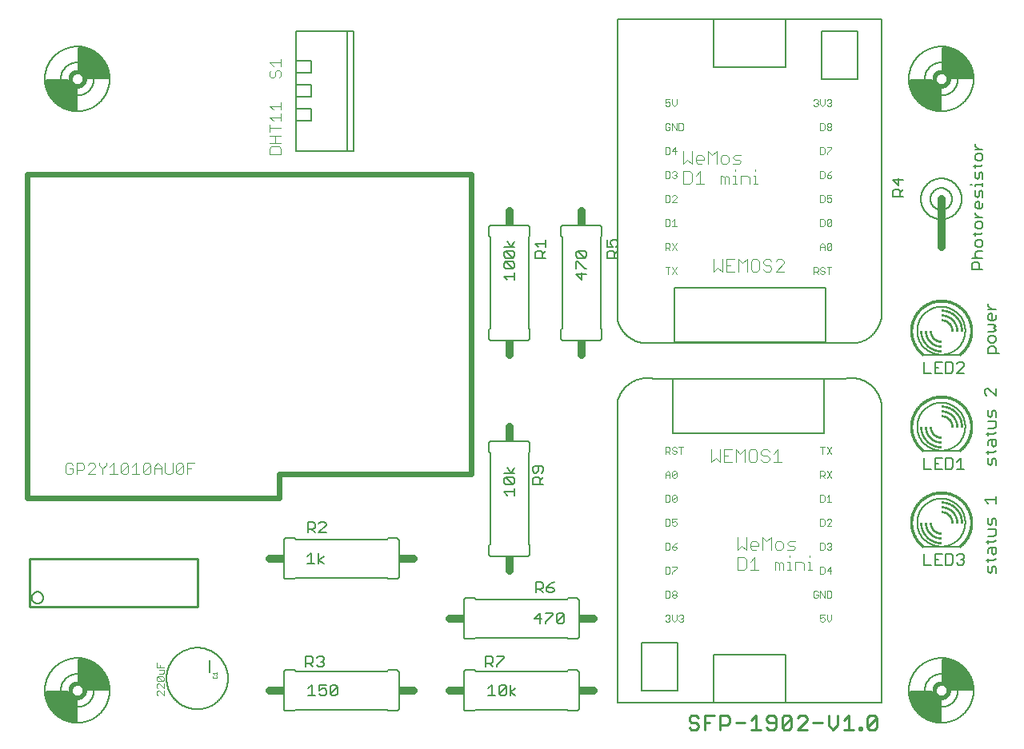
<source format=gto>
G75*
%MOIN*%
%OFA0B0*%
%FSLAX25Y25*%
%IPPOS*%
%LPD*%
%AMOC8*
5,1,8,0,0,1.08239X$1,22.5*
%
%ADD10C,0.01100*%
%ADD11C,0.03200*%
%ADD12C,0.00600*%
%ADD13R,0.03200X0.01600*%
%ADD14C,0.00500*%
%ADD15C,0.00400*%
%ADD16C,0.01000*%
%ADD17C,0.02400*%
%ADD18C,0.00200*%
%ADD19C,0.00800*%
%ADD20C,0.00980*%
%ADD21C,0.01800*%
%ADD22R,0.03200X0.10200*%
%ADD23C,0.00100*%
%ADD24C,0.00060*%
%ADD25R,0.01600X0.03200*%
%ADD26C,0.00300*%
D10*
X0286781Y0016334D02*
X0287765Y0015350D01*
X0289734Y0015350D01*
X0290718Y0016334D01*
X0290718Y0017318D01*
X0289734Y0018303D01*
X0287765Y0018303D01*
X0286781Y0019287D01*
X0286781Y0020271D01*
X0287765Y0021255D01*
X0289734Y0021255D01*
X0290718Y0020271D01*
X0293227Y0021255D02*
X0297163Y0021255D01*
X0299672Y0021255D02*
X0302625Y0021255D01*
X0303609Y0020271D01*
X0303609Y0018303D01*
X0302625Y0017318D01*
X0299672Y0017318D01*
X0299672Y0015350D02*
X0299672Y0021255D01*
X0295195Y0018303D02*
X0293227Y0018303D01*
X0293227Y0021255D02*
X0293227Y0015350D01*
X0306118Y0018303D02*
X0310054Y0018303D01*
X0312563Y0019287D02*
X0314531Y0021255D01*
X0314531Y0015350D01*
X0312563Y0015350D02*
X0316500Y0015350D01*
X0319009Y0016334D02*
X0319993Y0015350D01*
X0321961Y0015350D01*
X0322945Y0016334D01*
X0322945Y0020271D01*
X0321961Y0021255D01*
X0319993Y0021255D01*
X0319009Y0020271D01*
X0319009Y0019287D01*
X0319993Y0018303D01*
X0322945Y0018303D01*
X0325454Y0020271D02*
X0325454Y0016334D01*
X0329391Y0020271D01*
X0329391Y0016334D01*
X0328407Y0015350D01*
X0326438Y0015350D01*
X0325454Y0016334D01*
X0325454Y0020271D02*
X0326438Y0021255D01*
X0328407Y0021255D01*
X0329391Y0020271D01*
X0331900Y0020271D02*
X0332884Y0021255D01*
X0334852Y0021255D01*
X0335836Y0020271D01*
X0335836Y0019287D01*
X0331900Y0015350D01*
X0335836Y0015350D01*
X0338345Y0018303D02*
X0342282Y0018303D01*
X0344791Y0017318D02*
X0346759Y0015350D01*
X0348727Y0017318D01*
X0348727Y0021255D01*
X0351236Y0019287D02*
X0353204Y0021255D01*
X0353204Y0015350D01*
X0351236Y0015350D02*
X0355173Y0015350D01*
X0357682Y0015350D02*
X0357682Y0016334D01*
X0358666Y0016334D01*
X0358666Y0015350D01*
X0357682Y0015350D01*
X0360904Y0016334D02*
X0364841Y0020271D01*
X0364841Y0016334D01*
X0363857Y0015350D01*
X0361889Y0015350D01*
X0360904Y0016334D01*
X0360904Y0020271D01*
X0361889Y0021255D01*
X0363857Y0021255D01*
X0364841Y0020271D01*
X0344791Y0021255D02*
X0344791Y0017318D01*
D11*
X0246800Y0031800D02*
X0242800Y0031800D01*
X0242800Y0061800D02*
X0246800Y0061800D01*
X0211800Y0081800D02*
X0211800Y0085800D01*
X0190800Y0061800D02*
X0186800Y0061800D01*
X0171800Y0086800D02*
X0167800Y0086800D01*
X0115800Y0086800D02*
X0111800Y0086800D01*
X0111800Y0031800D02*
X0115800Y0031800D01*
X0167800Y0031800D02*
X0171800Y0031800D01*
X0186800Y0031800D02*
X0190800Y0031800D01*
X0211800Y0137800D02*
X0211800Y0141800D01*
X0211800Y0171800D02*
X0211800Y0175800D01*
X0241800Y0175800D02*
X0241800Y0171800D01*
X0241800Y0227800D02*
X0241800Y0231800D01*
X0211800Y0231800D02*
X0211800Y0227800D01*
X0391800Y0232300D02*
X0391800Y0236800D01*
X0391800Y0221300D02*
X0391800Y0216800D01*
D12*
X0387300Y0236800D02*
X0387302Y0236934D01*
X0387308Y0237068D01*
X0387318Y0237201D01*
X0387332Y0237335D01*
X0387350Y0237468D01*
X0387372Y0237600D01*
X0387397Y0237731D01*
X0387427Y0237862D01*
X0387461Y0237992D01*
X0387498Y0238120D01*
X0387539Y0238248D01*
X0387584Y0238374D01*
X0387633Y0238499D01*
X0387685Y0238622D01*
X0387741Y0238744D01*
X0387801Y0238864D01*
X0387864Y0238982D01*
X0387931Y0239098D01*
X0388001Y0239212D01*
X0388075Y0239324D01*
X0388152Y0239434D01*
X0388232Y0239542D01*
X0388315Y0239647D01*
X0388401Y0239749D01*
X0388490Y0239849D01*
X0388583Y0239946D01*
X0388678Y0240041D01*
X0388776Y0240132D01*
X0388876Y0240221D01*
X0388979Y0240306D01*
X0389085Y0240389D01*
X0389193Y0240468D01*
X0389303Y0240544D01*
X0389416Y0240617D01*
X0389531Y0240686D01*
X0389647Y0240752D01*
X0389766Y0240814D01*
X0389886Y0240873D01*
X0390009Y0240928D01*
X0390132Y0240980D01*
X0390257Y0241027D01*
X0390384Y0241071D01*
X0390512Y0241112D01*
X0390641Y0241148D01*
X0390771Y0241181D01*
X0390902Y0241209D01*
X0391033Y0241234D01*
X0391166Y0241255D01*
X0391299Y0241272D01*
X0391432Y0241285D01*
X0391566Y0241294D01*
X0391700Y0241299D01*
X0391834Y0241300D01*
X0391967Y0241297D01*
X0392101Y0241290D01*
X0392235Y0241279D01*
X0392368Y0241264D01*
X0392501Y0241245D01*
X0392633Y0241222D01*
X0392764Y0241196D01*
X0392894Y0241165D01*
X0393024Y0241130D01*
X0393152Y0241092D01*
X0393279Y0241050D01*
X0393405Y0241004D01*
X0393530Y0240954D01*
X0393653Y0240901D01*
X0393774Y0240844D01*
X0393894Y0240783D01*
X0394011Y0240719D01*
X0394127Y0240652D01*
X0394241Y0240581D01*
X0394352Y0240506D01*
X0394461Y0240429D01*
X0394568Y0240348D01*
X0394673Y0240264D01*
X0394774Y0240177D01*
X0394874Y0240087D01*
X0394970Y0239994D01*
X0395064Y0239898D01*
X0395155Y0239799D01*
X0395242Y0239698D01*
X0395327Y0239594D01*
X0395409Y0239488D01*
X0395487Y0239380D01*
X0395562Y0239269D01*
X0395634Y0239156D01*
X0395703Y0239040D01*
X0395768Y0238923D01*
X0395829Y0238804D01*
X0395887Y0238683D01*
X0395941Y0238561D01*
X0395992Y0238437D01*
X0396039Y0238311D01*
X0396082Y0238184D01*
X0396121Y0238056D01*
X0396157Y0237927D01*
X0396188Y0237797D01*
X0396216Y0237666D01*
X0396240Y0237534D01*
X0396260Y0237401D01*
X0396276Y0237268D01*
X0396288Y0237135D01*
X0396296Y0237001D01*
X0396300Y0236867D01*
X0396300Y0236733D01*
X0396296Y0236599D01*
X0396288Y0236465D01*
X0396276Y0236332D01*
X0396260Y0236199D01*
X0396240Y0236066D01*
X0396216Y0235934D01*
X0396188Y0235803D01*
X0396157Y0235673D01*
X0396121Y0235544D01*
X0396082Y0235416D01*
X0396039Y0235289D01*
X0395992Y0235163D01*
X0395941Y0235039D01*
X0395887Y0234917D01*
X0395829Y0234796D01*
X0395768Y0234677D01*
X0395703Y0234560D01*
X0395634Y0234444D01*
X0395562Y0234331D01*
X0395487Y0234220D01*
X0395409Y0234112D01*
X0395327Y0234006D01*
X0395242Y0233902D01*
X0395155Y0233801D01*
X0395064Y0233702D01*
X0394970Y0233606D01*
X0394874Y0233513D01*
X0394774Y0233423D01*
X0394673Y0233336D01*
X0394568Y0233252D01*
X0394461Y0233171D01*
X0394352Y0233094D01*
X0394241Y0233019D01*
X0394127Y0232948D01*
X0394011Y0232881D01*
X0393894Y0232817D01*
X0393774Y0232756D01*
X0393653Y0232699D01*
X0393530Y0232646D01*
X0393405Y0232596D01*
X0393279Y0232550D01*
X0393152Y0232508D01*
X0393024Y0232470D01*
X0392894Y0232435D01*
X0392764Y0232404D01*
X0392633Y0232378D01*
X0392501Y0232355D01*
X0392368Y0232336D01*
X0392235Y0232321D01*
X0392101Y0232310D01*
X0391967Y0232303D01*
X0391834Y0232300D01*
X0391700Y0232301D01*
X0391566Y0232306D01*
X0391432Y0232315D01*
X0391299Y0232328D01*
X0391166Y0232345D01*
X0391033Y0232366D01*
X0390902Y0232391D01*
X0390771Y0232419D01*
X0390641Y0232452D01*
X0390512Y0232488D01*
X0390384Y0232529D01*
X0390257Y0232573D01*
X0390132Y0232620D01*
X0390009Y0232672D01*
X0389886Y0232727D01*
X0389766Y0232786D01*
X0389647Y0232848D01*
X0389531Y0232914D01*
X0389416Y0232983D01*
X0389303Y0233056D01*
X0389193Y0233132D01*
X0389085Y0233211D01*
X0388979Y0233294D01*
X0388876Y0233379D01*
X0388776Y0233468D01*
X0388678Y0233559D01*
X0388583Y0233654D01*
X0388490Y0233751D01*
X0388401Y0233851D01*
X0388315Y0233953D01*
X0388232Y0234058D01*
X0388152Y0234166D01*
X0388075Y0234276D01*
X0388001Y0234388D01*
X0387931Y0234502D01*
X0387864Y0234618D01*
X0387801Y0234736D01*
X0387741Y0234856D01*
X0387685Y0234978D01*
X0387633Y0235101D01*
X0387584Y0235226D01*
X0387539Y0235352D01*
X0387498Y0235480D01*
X0387461Y0235608D01*
X0387427Y0235738D01*
X0387397Y0235869D01*
X0387372Y0236000D01*
X0387350Y0236132D01*
X0387332Y0236265D01*
X0387318Y0236399D01*
X0387308Y0236532D01*
X0387302Y0236666D01*
X0387300Y0236800D01*
X0383300Y0236800D02*
X0383303Y0237009D01*
X0383310Y0237217D01*
X0383323Y0237425D01*
X0383341Y0237633D01*
X0383364Y0237840D01*
X0383392Y0238047D01*
X0383425Y0238253D01*
X0383463Y0238458D01*
X0383507Y0238662D01*
X0383555Y0238865D01*
X0383608Y0239067D01*
X0383666Y0239267D01*
X0383729Y0239466D01*
X0383797Y0239664D01*
X0383870Y0239859D01*
X0383947Y0240053D01*
X0384029Y0240245D01*
X0384116Y0240434D01*
X0384208Y0240622D01*
X0384304Y0240807D01*
X0384404Y0240990D01*
X0384509Y0241170D01*
X0384619Y0241347D01*
X0384733Y0241522D01*
X0384851Y0241694D01*
X0384973Y0241863D01*
X0385099Y0242029D01*
X0385229Y0242192D01*
X0385364Y0242352D01*
X0385502Y0242508D01*
X0385644Y0242661D01*
X0385790Y0242810D01*
X0385939Y0242956D01*
X0386092Y0243098D01*
X0386248Y0243236D01*
X0386408Y0243371D01*
X0386571Y0243501D01*
X0386737Y0243627D01*
X0386906Y0243749D01*
X0387078Y0243867D01*
X0387253Y0243981D01*
X0387430Y0244091D01*
X0387610Y0244196D01*
X0387793Y0244296D01*
X0387978Y0244392D01*
X0388166Y0244484D01*
X0388355Y0244571D01*
X0388547Y0244653D01*
X0388741Y0244730D01*
X0388936Y0244803D01*
X0389134Y0244871D01*
X0389333Y0244934D01*
X0389533Y0244992D01*
X0389735Y0245045D01*
X0389938Y0245093D01*
X0390142Y0245137D01*
X0390347Y0245175D01*
X0390553Y0245208D01*
X0390760Y0245236D01*
X0390967Y0245259D01*
X0391175Y0245277D01*
X0391383Y0245290D01*
X0391591Y0245297D01*
X0391800Y0245300D01*
X0392009Y0245297D01*
X0392217Y0245290D01*
X0392425Y0245277D01*
X0392633Y0245259D01*
X0392840Y0245236D01*
X0393047Y0245208D01*
X0393253Y0245175D01*
X0393458Y0245137D01*
X0393662Y0245093D01*
X0393865Y0245045D01*
X0394067Y0244992D01*
X0394267Y0244934D01*
X0394466Y0244871D01*
X0394664Y0244803D01*
X0394859Y0244730D01*
X0395053Y0244653D01*
X0395245Y0244571D01*
X0395434Y0244484D01*
X0395622Y0244392D01*
X0395807Y0244296D01*
X0395990Y0244196D01*
X0396170Y0244091D01*
X0396347Y0243981D01*
X0396522Y0243867D01*
X0396694Y0243749D01*
X0396863Y0243627D01*
X0397029Y0243501D01*
X0397192Y0243371D01*
X0397352Y0243236D01*
X0397508Y0243098D01*
X0397661Y0242956D01*
X0397810Y0242810D01*
X0397956Y0242661D01*
X0398098Y0242508D01*
X0398236Y0242352D01*
X0398371Y0242192D01*
X0398501Y0242029D01*
X0398627Y0241863D01*
X0398749Y0241694D01*
X0398867Y0241522D01*
X0398981Y0241347D01*
X0399091Y0241170D01*
X0399196Y0240990D01*
X0399296Y0240807D01*
X0399392Y0240622D01*
X0399484Y0240434D01*
X0399571Y0240245D01*
X0399653Y0240053D01*
X0399730Y0239859D01*
X0399803Y0239664D01*
X0399871Y0239466D01*
X0399934Y0239267D01*
X0399992Y0239067D01*
X0400045Y0238865D01*
X0400093Y0238662D01*
X0400137Y0238458D01*
X0400175Y0238253D01*
X0400208Y0238047D01*
X0400236Y0237840D01*
X0400259Y0237633D01*
X0400277Y0237425D01*
X0400290Y0237217D01*
X0400297Y0237009D01*
X0400300Y0236800D01*
X0400297Y0236591D01*
X0400290Y0236383D01*
X0400277Y0236175D01*
X0400259Y0235967D01*
X0400236Y0235760D01*
X0400208Y0235553D01*
X0400175Y0235347D01*
X0400137Y0235142D01*
X0400093Y0234938D01*
X0400045Y0234735D01*
X0399992Y0234533D01*
X0399934Y0234333D01*
X0399871Y0234134D01*
X0399803Y0233936D01*
X0399730Y0233741D01*
X0399653Y0233547D01*
X0399571Y0233355D01*
X0399484Y0233166D01*
X0399392Y0232978D01*
X0399296Y0232793D01*
X0399196Y0232610D01*
X0399091Y0232430D01*
X0398981Y0232253D01*
X0398867Y0232078D01*
X0398749Y0231906D01*
X0398627Y0231737D01*
X0398501Y0231571D01*
X0398371Y0231408D01*
X0398236Y0231248D01*
X0398098Y0231092D01*
X0397956Y0230939D01*
X0397810Y0230790D01*
X0397661Y0230644D01*
X0397508Y0230502D01*
X0397352Y0230364D01*
X0397192Y0230229D01*
X0397029Y0230099D01*
X0396863Y0229973D01*
X0396694Y0229851D01*
X0396522Y0229733D01*
X0396347Y0229619D01*
X0396170Y0229509D01*
X0395990Y0229404D01*
X0395807Y0229304D01*
X0395622Y0229208D01*
X0395434Y0229116D01*
X0395245Y0229029D01*
X0395053Y0228947D01*
X0394859Y0228870D01*
X0394664Y0228797D01*
X0394466Y0228729D01*
X0394267Y0228666D01*
X0394067Y0228608D01*
X0393865Y0228555D01*
X0393662Y0228507D01*
X0393458Y0228463D01*
X0393253Y0228425D01*
X0393047Y0228392D01*
X0392840Y0228364D01*
X0392633Y0228341D01*
X0392425Y0228323D01*
X0392217Y0228310D01*
X0392009Y0228303D01*
X0391800Y0228300D01*
X0391591Y0228303D01*
X0391383Y0228310D01*
X0391175Y0228323D01*
X0390967Y0228341D01*
X0390760Y0228364D01*
X0390553Y0228392D01*
X0390347Y0228425D01*
X0390142Y0228463D01*
X0389938Y0228507D01*
X0389735Y0228555D01*
X0389533Y0228608D01*
X0389333Y0228666D01*
X0389134Y0228729D01*
X0388936Y0228797D01*
X0388741Y0228870D01*
X0388547Y0228947D01*
X0388355Y0229029D01*
X0388166Y0229116D01*
X0387978Y0229208D01*
X0387793Y0229304D01*
X0387610Y0229404D01*
X0387430Y0229509D01*
X0387253Y0229619D01*
X0387078Y0229733D01*
X0386906Y0229851D01*
X0386737Y0229973D01*
X0386571Y0230099D01*
X0386408Y0230229D01*
X0386248Y0230364D01*
X0386092Y0230502D01*
X0385939Y0230644D01*
X0385790Y0230790D01*
X0385644Y0230939D01*
X0385502Y0231092D01*
X0385364Y0231248D01*
X0385229Y0231408D01*
X0385099Y0231571D01*
X0384973Y0231737D01*
X0384851Y0231906D01*
X0384733Y0232078D01*
X0384619Y0232253D01*
X0384509Y0232430D01*
X0384404Y0232610D01*
X0384304Y0232793D01*
X0384208Y0232978D01*
X0384116Y0233166D01*
X0384029Y0233355D01*
X0383947Y0233547D01*
X0383870Y0233741D01*
X0383797Y0233936D01*
X0383729Y0234134D01*
X0383666Y0234333D01*
X0383608Y0234533D01*
X0383555Y0234735D01*
X0383507Y0234938D01*
X0383463Y0235142D01*
X0383425Y0235347D01*
X0383392Y0235553D01*
X0383364Y0235760D01*
X0383341Y0235967D01*
X0383323Y0236175D01*
X0383310Y0236383D01*
X0383303Y0236591D01*
X0383300Y0236800D01*
X0378300Y0286800D02*
X0378304Y0287131D01*
X0378316Y0287462D01*
X0378337Y0287793D01*
X0378365Y0288123D01*
X0378402Y0288453D01*
X0378446Y0288781D01*
X0378499Y0289108D01*
X0378559Y0289434D01*
X0378628Y0289758D01*
X0378705Y0290080D01*
X0378789Y0290401D01*
X0378881Y0290719D01*
X0378981Y0291035D01*
X0379089Y0291348D01*
X0379205Y0291659D01*
X0379328Y0291966D01*
X0379458Y0292271D01*
X0379596Y0292572D01*
X0379741Y0292870D01*
X0379894Y0293164D01*
X0380054Y0293454D01*
X0380221Y0293740D01*
X0380394Y0294022D01*
X0380575Y0294300D01*
X0380763Y0294573D01*
X0380957Y0294842D01*
X0381157Y0295106D01*
X0381364Y0295364D01*
X0381578Y0295618D01*
X0381797Y0295866D01*
X0382023Y0296109D01*
X0382254Y0296346D01*
X0382491Y0296577D01*
X0382734Y0296803D01*
X0382982Y0297022D01*
X0383236Y0297236D01*
X0383494Y0297443D01*
X0383758Y0297643D01*
X0384027Y0297837D01*
X0384300Y0298025D01*
X0384578Y0298206D01*
X0384860Y0298379D01*
X0385146Y0298546D01*
X0385436Y0298706D01*
X0385730Y0298859D01*
X0386028Y0299004D01*
X0386329Y0299142D01*
X0386634Y0299272D01*
X0386941Y0299395D01*
X0387252Y0299511D01*
X0387565Y0299619D01*
X0387881Y0299719D01*
X0388199Y0299811D01*
X0388520Y0299895D01*
X0388842Y0299972D01*
X0389166Y0300041D01*
X0389492Y0300101D01*
X0389819Y0300154D01*
X0390147Y0300198D01*
X0390477Y0300235D01*
X0390807Y0300263D01*
X0391138Y0300284D01*
X0391469Y0300296D01*
X0391800Y0300300D01*
X0392131Y0300296D01*
X0392462Y0300284D01*
X0392793Y0300263D01*
X0393123Y0300235D01*
X0393453Y0300198D01*
X0393781Y0300154D01*
X0394108Y0300101D01*
X0394434Y0300041D01*
X0394758Y0299972D01*
X0395080Y0299895D01*
X0395401Y0299811D01*
X0395719Y0299719D01*
X0396035Y0299619D01*
X0396348Y0299511D01*
X0396659Y0299395D01*
X0396966Y0299272D01*
X0397271Y0299142D01*
X0397572Y0299004D01*
X0397870Y0298859D01*
X0398164Y0298706D01*
X0398454Y0298546D01*
X0398740Y0298379D01*
X0399022Y0298206D01*
X0399300Y0298025D01*
X0399573Y0297837D01*
X0399842Y0297643D01*
X0400106Y0297443D01*
X0400364Y0297236D01*
X0400618Y0297022D01*
X0400866Y0296803D01*
X0401109Y0296577D01*
X0401346Y0296346D01*
X0401577Y0296109D01*
X0401803Y0295866D01*
X0402022Y0295618D01*
X0402236Y0295364D01*
X0402443Y0295106D01*
X0402643Y0294842D01*
X0402837Y0294573D01*
X0403025Y0294300D01*
X0403206Y0294022D01*
X0403379Y0293740D01*
X0403546Y0293454D01*
X0403706Y0293164D01*
X0403859Y0292870D01*
X0404004Y0292572D01*
X0404142Y0292271D01*
X0404272Y0291966D01*
X0404395Y0291659D01*
X0404511Y0291348D01*
X0404619Y0291035D01*
X0404719Y0290719D01*
X0404811Y0290401D01*
X0404895Y0290080D01*
X0404972Y0289758D01*
X0405041Y0289434D01*
X0405101Y0289108D01*
X0405154Y0288781D01*
X0405198Y0288453D01*
X0405235Y0288123D01*
X0405263Y0287793D01*
X0405284Y0287462D01*
X0405296Y0287131D01*
X0405300Y0286800D01*
X0405296Y0286469D01*
X0405284Y0286138D01*
X0405263Y0285807D01*
X0405235Y0285477D01*
X0405198Y0285147D01*
X0405154Y0284819D01*
X0405101Y0284492D01*
X0405041Y0284166D01*
X0404972Y0283842D01*
X0404895Y0283520D01*
X0404811Y0283199D01*
X0404719Y0282881D01*
X0404619Y0282565D01*
X0404511Y0282252D01*
X0404395Y0281941D01*
X0404272Y0281634D01*
X0404142Y0281329D01*
X0404004Y0281028D01*
X0403859Y0280730D01*
X0403706Y0280436D01*
X0403546Y0280146D01*
X0403379Y0279860D01*
X0403206Y0279578D01*
X0403025Y0279300D01*
X0402837Y0279027D01*
X0402643Y0278758D01*
X0402443Y0278494D01*
X0402236Y0278236D01*
X0402022Y0277982D01*
X0401803Y0277734D01*
X0401577Y0277491D01*
X0401346Y0277254D01*
X0401109Y0277023D01*
X0400866Y0276797D01*
X0400618Y0276578D01*
X0400364Y0276364D01*
X0400106Y0276157D01*
X0399842Y0275957D01*
X0399573Y0275763D01*
X0399300Y0275575D01*
X0399022Y0275394D01*
X0398740Y0275221D01*
X0398454Y0275054D01*
X0398164Y0274894D01*
X0397870Y0274741D01*
X0397572Y0274596D01*
X0397271Y0274458D01*
X0396966Y0274328D01*
X0396659Y0274205D01*
X0396348Y0274089D01*
X0396035Y0273981D01*
X0395719Y0273881D01*
X0395401Y0273789D01*
X0395080Y0273705D01*
X0394758Y0273628D01*
X0394434Y0273559D01*
X0394108Y0273499D01*
X0393781Y0273446D01*
X0393453Y0273402D01*
X0393123Y0273365D01*
X0392793Y0273337D01*
X0392462Y0273316D01*
X0392131Y0273304D01*
X0391800Y0273300D01*
X0391469Y0273304D01*
X0391138Y0273316D01*
X0390807Y0273337D01*
X0390477Y0273365D01*
X0390147Y0273402D01*
X0389819Y0273446D01*
X0389492Y0273499D01*
X0389166Y0273559D01*
X0388842Y0273628D01*
X0388520Y0273705D01*
X0388199Y0273789D01*
X0387881Y0273881D01*
X0387565Y0273981D01*
X0387252Y0274089D01*
X0386941Y0274205D01*
X0386634Y0274328D01*
X0386329Y0274458D01*
X0386028Y0274596D01*
X0385730Y0274741D01*
X0385436Y0274894D01*
X0385146Y0275054D01*
X0384860Y0275221D01*
X0384578Y0275394D01*
X0384300Y0275575D01*
X0384027Y0275763D01*
X0383758Y0275957D01*
X0383494Y0276157D01*
X0383236Y0276364D01*
X0382982Y0276578D01*
X0382734Y0276797D01*
X0382491Y0277023D01*
X0382254Y0277254D01*
X0382023Y0277491D01*
X0381797Y0277734D01*
X0381578Y0277982D01*
X0381364Y0278236D01*
X0381157Y0278494D01*
X0380957Y0278758D01*
X0380763Y0279027D01*
X0380575Y0279300D01*
X0380394Y0279578D01*
X0380221Y0279860D01*
X0380054Y0280146D01*
X0379894Y0280436D01*
X0379741Y0280730D01*
X0379596Y0281028D01*
X0379458Y0281329D01*
X0379328Y0281634D01*
X0379205Y0281941D01*
X0379089Y0282252D01*
X0378981Y0282565D01*
X0378881Y0282881D01*
X0378789Y0283199D01*
X0378705Y0283520D01*
X0378628Y0283842D01*
X0378559Y0284166D01*
X0378499Y0284492D01*
X0378446Y0284819D01*
X0378402Y0285147D01*
X0378365Y0285477D01*
X0378337Y0285807D01*
X0378316Y0286138D01*
X0378304Y0286469D01*
X0378300Y0286800D01*
X0250300Y0224800D02*
X0250300Y0221300D01*
X0249800Y0220800D01*
X0249800Y0182800D01*
X0250300Y0182300D01*
X0250300Y0178800D01*
X0250298Y0178740D01*
X0250293Y0178679D01*
X0250284Y0178620D01*
X0250271Y0178561D01*
X0250255Y0178502D01*
X0250235Y0178445D01*
X0250212Y0178390D01*
X0250185Y0178335D01*
X0250156Y0178283D01*
X0250123Y0178232D01*
X0250087Y0178183D01*
X0250049Y0178137D01*
X0250007Y0178093D01*
X0249963Y0178051D01*
X0249917Y0178013D01*
X0249868Y0177977D01*
X0249817Y0177944D01*
X0249765Y0177915D01*
X0249710Y0177888D01*
X0249655Y0177865D01*
X0249598Y0177845D01*
X0249539Y0177829D01*
X0249480Y0177816D01*
X0249421Y0177807D01*
X0249360Y0177802D01*
X0249300Y0177800D01*
X0234300Y0177800D01*
X0234240Y0177802D01*
X0234179Y0177807D01*
X0234120Y0177816D01*
X0234061Y0177829D01*
X0234002Y0177845D01*
X0233945Y0177865D01*
X0233890Y0177888D01*
X0233835Y0177915D01*
X0233783Y0177944D01*
X0233732Y0177977D01*
X0233683Y0178013D01*
X0233637Y0178051D01*
X0233593Y0178093D01*
X0233551Y0178137D01*
X0233513Y0178183D01*
X0233477Y0178232D01*
X0233444Y0178283D01*
X0233415Y0178335D01*
X0233388Y0178390D01*
X0233365Y0178445D01*
X0233345Y0178502D01*
X0233329Y0178561D01*
X0233316Y0178620D01*
X0233307Y0178679D01*
X0233302Y0178740D01*
X0233300Y0178800D01*
X0233300Y0182300D01*
X0233800Y0182800D01*
X0233800Y0220800D01*
X0233300Y0221300D01*
X0233300Y0224800D01*
X0233302Y0224860D01*
X0233307Y0224921D01*
X0233316Y0224980D01*
X0233329Y0225039D01*
X0233345Y0225098D01*
X0233365Y0225155D01*
X0233388Y0225210D01*
X0233415Y0225265D01*
X0233444Y0225317D01*
X0233477Y0225368D01*
X0233513Y0225417D01*
X0233551Y0225463D01*
X0233593Y0225507D01*
X0233637Y0225549D01*
X0233683Y0225587D01*
X0233732Y0225623D01*
X0233783Y0225656D01*
X0233835Y0225685D01*
X0233890Y0225712D01*
X0233945Y0225735D01*
X0234002Y0225755D01*
X0234061Y0225771D01*
X0234120Y0225784D01*
X0234179Y0225793D01*
X0234240Y0225798D01*
X0234300Y0225800D01*
X0249300Y0225800D01*
X0249360Y0225798D01*
X0249421Y0225793D01*
X0249480Y0225784D01*
X0249539Y0225771D01*
X0249598Y0225755D01*
X0249655Y0225735D01*
X0249710Y0225712D01*
X0249765Y0225685D01*
X0249817Y0225656D01*
X0249868Y0225623D01*
X0249917Y0225587D01*
X0249963Y0225549D01*
X0250007Y0225507D01*
X0250049Y0225463D01*
X0250087Y0225417D01*
X0250123Y0225368D01*
X0250156Y0225317D01*
X0250185Y0225265D01*
X0250212Y0225210D01*
X0250235Y0225155D01*
X0250255Y0225098D01*
X0250271Y0225039D01*
X0250284Y0224980D01*
X0250293Y0224921D01*
X0250298Y0224860D01*
X0250300Y0224800D01*
X0220300Y0224800D02*
X0220300Y0221300D01*
X0219800Y0220800D01*
X0219800Y0182800D01*
X0220300Y0182300D01*
X0220300Y0178800D01*
X0220298Y0178740D01*
X0220293Y0178679D01*
X0220284Y0178620D01*
X0220271Y0178561D01*
X0220255Y0178502D01*
X0220235Y0178445D01*
X0220212Y0178390D01*
X0220185Y0178335D01*
X0220156Y0178283D01*
X0220123Y0178232D01*
X0220087Y0178183D01*
X0220049Y0178137D01*
X0220007Y0178093D01*
X0219963Y0178051D01*
X0219917Y0178013D01*
X0219868Y0177977D01*
X0219817Y0177944D01*
X0219765Y0177915D01*
X0219710Y0177888D01*
X0219655Y0177865D01*
X0219598Y0177845D01*
X0219539Y0177829D01*
X0219480Y0177816D01*
X0219421Y0177807D01*
X0219360Y0177802D01*
X0219300Y0177800D01*
X0204300Y0177800D01*
X0204240Y0177802D01*
X0204179Y0177807D01*
X0204120Y0177816D01*
X0204061Y0177829D01*
X0204002Y0177845D01*
X0203945Y0177865D01*
X0203890Y0177888D01*
X0203835Y0177915D01*
X0203783Y0177944D01*
X0203732Y0177977D01*
X0203683Y0178013D01*
X0203637Y0178051D01*
X0203593Y0178093D01*
X0203551Y0178137D01*
X0203513Y0178183D01*
X0203477Y0178232D01*
X0203444Y0178283D01*
X0203415Y0178335D01*
X0203388Y0178390D01*
X0203365Y0178445D01*
X0203345Y0178502D01*
X0203329Y0178561D01*
X0203316Y0178620D01*
X0203307Y0178679D01*
X0203302Y0178740D01*
X0203300Y0178800D01*
X0203300Y0182300D01*
X0203800Y0182800D01*
X0203800Y0220800D01*
X0203300Y0221300D01*
X0203300Y0224800D01*
X0203302Y0224860D01*
X0203307Y0224921D01*
X0203316Y0224980D01*
X0203329Y0225039D01*
X0203345Y0225098D01*
X0203365Y0225155D01*
X0203388Y0225210D01*
X0203415Y0225265D01*
X0203444Y0225317D01*
X0203477Y0225368D01*
X0203513Y0225417D01*
X0203551Y0225463D01*
X0203593Y0225507D01*
X0203637Y0225549D01*
X0203683Y0225587D01*
X0203732Y0225623D01*
X0203783Y0225656D01*
X0203835Y0225685D01*
X0203890Y0225712D01*
X0203945Y0225735D01*
X0204002Y0225755D01*
X0204061Y0225771D01*
X0204120Y0225784D01*
X0204179Y0225793D01*
X0204240Y0225798D01*
X0204300Y0225800D01*
X0219300Y0225800D01*
X0219360Y0225798D01*
X0219421Y0225793D01*
X0219480Y0225784D01*
X0219539Y0225771D01*
X0219598Y0225755D01*
X0219655Y0225735D01*
X0219710Y0225712D01*
X0219765Y0225685D01*
X0219817Y0225656D01*
X0219868Y0225623D01*
X0219917Y0225587D01*
X0219963Y0225549D01*
X0220007Y0225507D01*
X0220049Y0225463D01*
X0220087Y0225417D01*
X0220123Y0225368D01*
X0220156Y0225317D01*
X0220185Y0225265D01*
X0220212Y0225210D01*
X0220235Y0225155D01*
X0220255Y0225098D01*
X0220271Y0225039D01*
X0220284Y0224980D01*
X0220293Y0224921D01*
X0220298Y0224860D01*
X0220300Y0224800D01*
X0219300Y0135800D02*
X0204300Y0135800D01*
X0204240Y0135798D01*
X0204179Y0135793D01*
X0204120Y0135784D01*
X0204061Y0135771D01*
X0204002Y0135755D01*
X0203945Y0135735D01*
X0203890Y0135712D01*
X0203835Y0135685D01*
X0203783Y0135656D01*
X0203732Y0135623D01*
X0203683Y0135587D01*
X0203637Y0135549D01*
X0203593Y0135507D01*
X0203551Y0135463D01*
X0203513Y0135417D01*
X0203477Y0135368D01*
X0203444Y0135317D01*
X0203415Y0135265D01*
X0203388Y0135210D01*
X0203365Y0135155D01*
X0203345Y0135098D01*
X0203329Y0135039D01*
X0203316Y0134980D01*
X0203307Y0134921D01*
X0203302Y0134860D01*
X0203300Y0134800D01*
X0203300Y0131300D01*
X0203800Y0130800D01*
X0203800Y0092800D01*
X0203300Y0092300D01*
X0203300Y0088800D01*
X0203302Y0088740D01*
X0203307Y0088679D01*
X0203316Y0088620D01*
X0203329Y0088561D01*
X0203345Y0088502D01*
X0203365Y0088445D01*
X0203388Y0088390D01*
X0203415Y0088335D01*
X0203444Y0088283D01*
X0203477Y0088232D01*
X0203513Y0088183D01*
X0203551Y0088137D01*
X0203593Y0088093D01*
X0203637Y0088051D01*
X0203683Y0088013D01*
X0203732Y0087977D01*
X0203783Y0087944D01*
X0203835Y0087915D01*
X0203890Y0087888D01*
X0203945Y0087865D01*
X0204002Y0087845D01*
X0204061Y0087829D01*
X0204120Y0087816D01*
X0204179Y0087807D01*
X0204240Y0087802D01*
X0204300Y0087800D01*
X0219300Y0087800D01*
X0219360Y0087802D01*
X0219421Y0087807D01*
X0219480Y0087816D01*
X0219539Y0087829D01*
X0219598Y0087845D01*
X0219655Y0087865D01*
X0219710Y0087888D01*
X0219765Y0087915D01*
X0219817Y0087944D01*
X0219868Y0087977D01*
X0219917Y0088013D01*
X0219963Y0088051D01*
X0220007Y0088093D01*
X0220049Y0088137D01*
X0220087Y0088183D01*
X0220123Y0088232D01*
X0220156Y0088283D01*
X0220185Y0088335D01*
X0220212Y0088390D01*
X0220235Y0088445D01*
X0220255Y0088502D01*
X0220271Y0088561D01*
X0220284Y0088620D01*
X0220293Y0088679D01*
X0220298Y0088740D01*
X0220300Y0088800D01*
X0220300Y0092300D01*
X0219800Y0092800D01*
X0219800Y0130800D01*
X0220300Y0131300D01*
X0220300Y0134800D01*
X0220298Y0134860D01*
X0220293Y0134921D01*
X0220284Y0134980D01*
X0220271Y0135039D01*
X0220255Y0135098D01*
X0220235Y0135155D01*
X0220212Y0135210D01*
X0220185Y0135265D01*
X0220156Y0135317D01*
X0220123Y0135368D01*
X0220087Y0135417D01*
X0220049Y0135463D01*
X0220007Y0135507D01*
X0219963Y0135549D01*
X0219917Y0135587D01*
X0219868Y0135623D01*
X0219817Y0135656D01*
X0219765Y0135685D01*
X0219710Y0135712D01*
X0219655Y0135735D01*
X0219598Y0135755D01*
X0219539Y0135771D01*
X0219480Y0135784D01*
X0219421Y0135793D01*
X0219360Y0135798D01*
X0219300Y0135800D01*
X0165800Y0094300D02*
X0165800Y0079300D01*
X0165798Y0079240D01*
X0165793Y0079179D01*
X0165784Y0079120D01*
X0165771Y0079061D01*
X0165755Y0079002D01*
X0165735Y0078945D01*
X0165712Y0078890D01*
X0165685Y0078835D01*
X0165656Y0078783D01*
X0165623Y0078732D01*
X0165587Y0078683D01*
X0165549Y0078637D01*
X0165507Y0078593D01*
X0165463Y0078551D01*
X0165417Y0078513D01*
X0165368Y0078477D01*
X0165317Y0078444D01*
X0165265Y0078415D01*
X0165210Y0078388D01*
X0165155Y0078365D01*
X0165098Y0078345D01*
X0165039Y0078329D01*
X0164980Y0078316D01*
X0164921Y0078307D01*
X0164860Y0078302D01*
X0164800Y0078300D01*
X0161300Y0078300D01*
X0160800Y0078800D01*
X0122800Y0078800D01*
X0122300Y0078300D01*
X0118800Y0078300D01*
X0118740Y0078302D01*
X0118679Y0078307D01*
X0118620Y0078316D01*
X0118561Y0078329D01*
X0118502Y0078345D01*
X0118445Y0078365D01*
X0118390Y0078388D01*
X0118335Y0078415D01*
X0118283Y0078444D01*
X0118232Y0078477D01*
X0118183Y0078513D01*
X0118137Y0078551D01*
X0118093Y0078593D01*
X0118051Y0078637D01*
X0118013Y0078683D01*
X0117977Y0078732D01*
X0117944Y0078783D01*
X0117915Y0078835D01*
X0117888Y0078890D01*
X0117865Y0078945D01*
X0117845Y0079002D01*
X0117829Y0079061D01*
X0117816Y0079120D01*
X0117807Y0079179D01*
X0117802Y0079240D01*
X0117800Y0079300D01*
X0117800Y0094300D01*
X0117802Y0094360D01*
X0117807Y0094421D01*
X0117816Y0094480D01*
X0117829Y0094539D01*
X0117845Y0094598D01*
X0117865Y0094655D01*
X0117888Y0094710D01*
X0117915Y0094765D01*
X0117944Y0094817D01*
X0117977Y0094868D01*
X0118013Y0094917D01*
X0118051Y0094963D01*
X0118093Y0095007D01*
X0118137Y0095049D01*
X0118183Y0095087D01*
X0118232Y0095123D01*
X0118283Y0095156D01*
X0118335Y0095185D01*
X0118390Y0095212D01*
X0118445Y0095235D01*
X0118502Y0095255D01*
X0118561Y0095271D01*
X0118620Y0095284D01*
X0118679Y0095293D01*
X0118740Y0095298D01*
X0118800Y0095300D01*
X0122300Y0095300D01*
X0122800Y0094800D01*
X0160800Y0094800D01*
X0161300Y0095300D01*
X0164800Y0095300D01*
X0164860Y0095298D01*
X0164921Y0095293D01*
X0164980Y0095284D01*
X0165039Y0095271D01*
X0165098Y0095255D01*
X0165155Y0095235D01*
X0165210Y0095212D01*
X0165265Y0095185D01*
X0165317Y0095156D01*
X0165368Y0095123D01*
X0165417Y0095087D01*
X0165463Y0095049D01*
X0165507Y0095007D01*
X0165549Y0094963D01*
X0165587Y0094917D01*
X0165623Y0094868D01*
X0165656Y0094817D01*
X0165685Y0094765D01*
X0165712Y0094710D01*
X0165735Y0094655D01*
X0165755Y0094598D01*
X0165771Y0094539D01*
X0165784Y0094480D01*
X0165793Y0094421D01*
X0165798Y0094360D01*
X0165800Y0094300D01*
X0193800Y0070300D02*
X0197300Y0070300D01*
X0197800Y0069800D01*
X0235800Y0069800D01*
X0236300Y0070300D01*
X0239800Y0070300D01*
X0239860Y0070298D01*
X0239921Y0070293D01*
X0239980Y0070284D01*
X0240039Y0070271D01*
X0240098Y0070255D01*
X0240155Y0070235D01*
X0240210Y0070212D01*
X0240265Y0070185D01*
X0240317Y0070156D01*
X0240368Y0070123D01*
X0240417Y0070087D01*
X0240463Y0070049D01*
X0240507Y0070007D01*
X0240549Y0069963D01*
X0240587Y0069917D01*
X0240623Y0069868D01*
X0240656Y0069817D01*
X0240685Y0069765D01*
X0240712Y0069710D01*
X0240735Y0069655D01*
X0240755Y0069598D01*
X0240771Y0069539D01*
X0240784Y0069480D01*
X0240793Y0069421D01*
X0240798Y0069360D01*
X0240800Y0069300D01*
X0240800Y0054300D01*
X0240798Y0054240D01*
X0240793Y0054179D01*
X0240784Y0054120D01*
X0240771Y0054061D01*
X0240755Y0054002D01*
X0240735Y0053945D01*
X0240712Y0053890D01*
X0240685Y0053835D01*
X0240656Y0053783D01*
X0240623Y0053732D01*
X0240587Y0053683D01*
X0240549Y0053637D01*
X0240507Y0053593D01*
X0240463Y0053551D01*
X0240417Y0053513D01*
X0240368Y0053477D01*
X0240317Y0053444D01*
X0240265Y0053415D01*
X0240210Y0053388D01*
X0240155Y0053365D01*
X0240098Y0053345D01*
X0240039Y0053329D01*
X0239980Y0053316D01*
X0239921Y0053307D01*
X0239860Y0053302D01*
X0239800Y0053300D01*
X0236300Y0053300D01*
X0235800Y0053800D01*
X0197800Y0053800D01*
X0197300Y0053300D01*
X0193800Y0053300D01*
X0193740Y0053302D01*
X0193679Y0053307D01*
X0193620Y0053316D01*
X0193561Y0053329D01*
X0193502Y0053345D01*
X0193445Y0053365D01*
X0193390Y0053388D01*
X0193335Y0053415D01*
X0193283Y0053444D01*
X0193232Y0053477D01*
X0193183Y0053513D01*
X0193137Y0053551D01*
X0193093Y0053593D01*
X0193051Y0053637D01*
X0193013Y0053683D01*
X0192977Y0053732D01*
X0192944Y0053783D01*
X0192915Y0053835D01*
X0192888Y0053890D01*
X0192865Y0053945D01*
X0192845Y0054002D01*
X0192829Y0054061D01*
X0192816Y0054120D01*
X0192807Y0054179D01*
X0192802Y0054240D01*
X0192800Y0054300D01*
X0192800Y0069300D01*
X0192802Y0069360D01*
X0192807Y0069421D01*
X0192816Y0069480D01*
X0192829Y0069539D01*
X0192845Y0069598D01*
X0192865Y0069655D01*
X0192888Y0069710D01*
X0192915Y0069765D01*
X0192944Y0069817D01*
X0192977Y0069868D01*
X0193013Y0069917D01*
X0193051Y0069963D01*
X0193093Y0070007D01*
X0193137Y0070049D01*
X0193183Y0070087D01*
X0193232Y0070123D01*
X0193283Y0070156D01*
X0193335Y0070185D01*
X0193390Y0070212D01*
X0193445Y0070235D01*
X0193502Y0070255D01*
X0193561Y0070271D01*
X0193620Y0070284D01*
X0193679Y0070293D01*
X0193740Y0070298D01*
X0193800Y0070300D01*
X0193800Y0040300D02*
X0197300Y0040300D01*
X0197800Y0039800D01*
X0235800Y0039800D01*
X0236300Y0040300D01*
X0239800Y0040300D01*
X0239860Y0040298D01*
X0239921Y0040293D01*
X0239980Y0040284D01*
X0240039Y0040271D01*
X0240098Y0040255D01*
X0240155Y0040235D01*
X0240210Y0040212D01*
X0240265Y0040185D01*
X0240317Y0040156D01*
X0240368Y0040123D01*
X0240417Y0040087D01*
X0240463Y0040049D01*
X0240507Y0040007D01*
X0240549Y0039963D01*
X0240587Y0039917D01*
X0240623Y0039868D01*
X0240656Y0039817D01*
X0240685Y0039765D01*
X0240712Y0039710D01*
X0240735Y0039655D01*
X0240755Y0039598D01*
X0240771Y0039539D01*
X0240784Y0039480D01*
X0240793Y0039421D01*
X0240798Y0039360D01*
X0240800Y0039300D01*
X0240800Y0024300D01*
X0240798Y0024240D01*
X0240793Y0024179D01*
X0240784Y0024120D01*
X0240771Y0024061D01*
X0240755Y0024002D01*
X0240735Y0023945D01*
X0240712Y0023890D01*
X0240685Y0023835D01*
X0240656Y0023783D01*
X0240623Y0023732D01*
X0240587Y0023683D01*
X0240549Y0023637D01*
X0240507Y0023593D01*
X0240463Y0023551D01*
X0240417Y0023513D01*
X0240368Y0023477D01*
X0240317Y0023444D01*
X0240265Y0023415D01*
X0240210Y0023388D01*
X0240155Y0023365D01*
X0240098Y0023345D01*
X0240039Y0023329D01*
X0239980Y0023316D01*
X0239921Y0023307D01*
X0239860Y0023302D01*
X0239800Y0023300D01*
X0236300Y0023300D01*
X0235800Y0023800D01*
X0197800Y0023800D01*
X0197300Y0023300D01*
X0193800Y0023300D01*
X0193740Y0023302D01*
X0193679Y0023307D01*
X0193620Y0023316D01*
X0193561Y0023329D01*
X0193502Y0023345D01*
X0193445Y0023365D01*
X0193390Y0023388D01*
X0193335Y0023415D01*
X0193283Y0023444D01*
X0193232Y0023477D01*
X0193183Y0023513D01*
X0193137Y0023551D01*
X0193093Y0023593D01*
X0193051Y0023637D01*
X0193013Y0023683D01*
X0192977Y0023732D01*
X0192944Y0023783D01*
X0192915Y0023835D01*
X0192888Y0023890D01*
X0192865Y0023945D01*
X0192845Y0024002D01*
X0192829Y0024061D01*
X0192816Y0024120D01*
X0192807Y0024179D01*
X0192802Y0024240D01*
X0192800Y0024300D01*
X0192800Y0039300D01*
X0192802Y0039360D01*
X0192807Y0039421D01*
X0192816Y0039480D01*
X0192829Y0039539D01*
X0192845Y0039598D01*
X0192865Y0039655D01*
X0192888Y0039710D01*
X0192915Y0039765D01*
X0192944Y0039817D01*
X0192977Y0039868D01*
X0193013Y0039917D01*
X0193051Y0039963D01*
X0193093Y0040007D01*
X0193137Y0040049D01*
X0193183Y0040087D01*
X0193232Y0040123D01*
X0193283Y0040156D01*
X0193335Y0040185D01*
X0193390Y0040212D01*
X0193445Y0040235D01*
X0193502Y0040255D01*
X0193561Y0040271D01*
X0193620Y0040284D01*
X0193679Y0040293D01*
X0193740Y0040298D01*
X0193800Y0040300D01*
X0165800Y0039300D02*
X0165800Y0024300D01*
X0165798Y0024240D01*
X0165793Y0024179D01*
X0165784Y0024120D01*
X0165771Y0024061D01*
X0165755Y0024002D01*
X0165735Y0023945D01*
X0165712Y0023890D01*
X0165685Y0023835D01*
X0165656Y0023783D01*
X0165623Y0023732D01*
X0165587Y0023683D01*
X0165549Y0023637D01*
X0165507Y0023593D01*
X0165463Y0023551D01*
X0165417Y0023513D01*
X0165368Y0023477D01*
X0165317Y0023444D01*
X0165265Y0023415D01*
X0165210Y0023388D01*
X0165155Y0023365D01*
X0165098Y0023345D01*
X0165039Y0023329D01*
X0164980Y0023316D01*
X0164921Y0023307D01*
X0164860Y0023302D01*
X0164800Y0023300D01*
X0161300Y0023300D01*
X0160800Y0023800D01*
X0122800Y0023800D01*
X0122300Y0023300D01*
X0118800Y0023300D01*
X0118740Y0023302D01*
X0118679Y0023307D01*
X0118620Y0023316D01*
X0118561Y0023329D01*
X0118502Y0023345D01*
X0118445Y0023365D01*
X0118390Y0023388D01*
X0118335Y0023415D01*
X0118283Y0023444D01*
X0118232Y0023477D01*
X0118183Y0023513D01*
X0118137Y0023551D01*
X0118093Y0023593D01*
X0118051Y0023637D01*
X0118013Y0023683D01*
X0117977Y0023732D01*
X0117944Y0023783D01*
X0117915Y0023835D01*
X0117888Y0023890D01*
X0117865Y0023945D01*
X0117845Y0024002D01*
X0117829Y0024061D01*
X0117816Y0024120D01*
X0117807Y0024179D01*
X0117802Y0024240D01*
X0117800Y0024300D01*
X0117800Y0039300D01*
X0117802Y0039360D01*
X0117807Y0039421D01*
X0117816Y0039480D01*
X0117829Y0039539D01*
X0117845Y0039598D01*
X0117865Y0039655D01*
X0117888Y0039710D01*
X0117915Y0039765D01*
X0117944Y0039817D01*
X0117977Y0039868D01*
X0118013Y0039917D01*
X0118051Y0039963D01*
X0118093Y0040007D01*
X0118137Y0040049D01*
X0118183Y0040087D01*
X0118232Y0040123D01*
X0118283Y0040156D01*
X0118335Y0040185D01*
X0118390Y0040212D01*
X0118445Y0040235D01*
X0118502Y0040255D01*
X0118561Y0040271D01*
X0118620Y0040284D01*
X0118679Y0040293D01*
X0118740Y0040298D01*
X0118800Y0040300D01*
X0122300Y0040300D01*
X0122800Y0039800D01*
X0160800Y0039800D01*
X0161300Y0040300D01*
X0164800Y0040300D01*
X0164860Y0040298D01*
X0164921Y0040293D01*
X0164980Y0040284D01*
X0165039Y0040271D01*
X0165098Y0040255D01*
X0165155Y0040235D01*
X0165210Y0040212D01*
X0165265Y0040185D01*
X0165317Y0040156D01*
X0165368Y0040123D01*
X0165417Y0040087D01*
X0165463Y0040049D01*
X0165507Y0040007D01*
X0165549Y0039963D01*
X0165587Y0039917D01*
X0165623Y0039868D01*
X0165656Y0039817D01*
X0165685Y0039765D01*
X0165712Y0039710D01*
X0165735Y0039655D01*
X0165755Y0039598D01*
X0165771Y0039539D01*
X0165784Y0039480D01*
X0165793Y0039421D01*
X0165798Y0039360D01*
X0165800Y0039300D01*
X0018300Y0031800D02*
X0018304Y0032131D01*
X0018316Y0032462D01*
X0018337Y0032793D01*
X0018365Y0033123D01*
X0018402Y0033453D01*
X0018446Y0033781D01*
X0018499Y0034108D01*
X0018559Y0034434D01*
X0018628Y0034758D01*
X0018705Y0035080D01*
X0018789Y0035401D01*
X0018881Y0035719D01*
X0018981Y0036035D01*
X0019089Y0036348D01*
X0019205Y0036659D01*
X0019328Y0036966D01*
X0019458Y0037271D01*
X0019596Y0037572D01*
X0019741Y0037870D01*
X0019894Y0038164D01*
X0020054Y0038454D01*
X0020221Y0038740D01*
X0020394Y0039022D01*
X0020575Y0039300D01*
X0020763Y0039573D01*
X0020957Y0039842D01*
X0021157Y0040106D01*
X0021364Y0040364D01*
X0021578Y0040618D01*
X0021797Y0040866D01*
X0022023Y0041109D01*
X0022254Y0041346D01*
X0022491Y0041577D01*
X0022734Y0041803D01*
X0022982Y0042022D01*
X0023236Y0042236D01*
X0023494Y0042443D01*
X0023758Y0042643D01*
X0024027Y0042837D01*
X0024300Y0043025D01*
X0024578Y0043206D01*
X0024860Y0043379D01*
X0025146Y0043546D01*
X0025436Y0043706D01*
X0025730Y0043859D01*
X0026028Y0044004D01*
X0026329Y0044142D01*
X0026634Y0044272D01*
X0026941Y0044395D01*
X0027252Y0044511D01*
X0027565Y0044619D01*
X0027881Y0044719D01*
X0028199Y0044811D01*
X0028520Y0044895D01*
X0028842Y0044972D01*
X0029166Y0045041D01*
X0029492Y0045101D01*
X0029819Y0045154D01*
X0030147Y0045198D01*
X0030477Y0045235D01*
X0030807Y0045263D01*
X0031138Y0045284D01*
X0031469Y0045296D01*
X0031800Y0045300D01*
X0032131Y0045296D01*
X0032462Y0045284D01*
X0032793Y0045263D01*
X0033123Y0045235D01*
X0033453Y0045198D01*
X0033781Y0045154D01*
X0034108Y0045101D01*
X0034434Y0045041D01*
X0034758Y0044972D01*
X0035080Y0044895D01*
X0035401Y0044811D01*
X0035719Y0044719D01*
X0036035Y0044619D01*
X0036348Y0044511D01*
X0036659Y0044395D01*
X0036966Y0044272D01*
X0037271Y0044142D01*
X0037572Y0044004D01*
X0037870Y0043859D01*
X0038164Y0043706D01*
X0038454Y0043546D01*
X0038740Y0043379D01*
X0039022Y0043206D01*
X0039300Y0043025D01*
X0039573Y0042837D01*
X0039842Y0042643D01*
X0040106Y0042443D01*
X0040364Y0042236D01*
X0040618Y0042022D01*
X0040866Y0041803D01*
X0041109Y0041577D01*
X0041346Y0041346D01*
X0041577Y0041109D01*
X0041803Y0040866D01*
X0042022Y0040618D01*
X0042236Y0040364D01*
X0042443Y0040106D01*
X0042643Y0039842D01*
X0042837Y0039573D01*
X0043025Y0039300D01*
X0043206Y0039022D01*
X0043379Y0038740D01*
X0043546Y0038454D01*
X0043706Y0038164D01*
X0043859Y0037870D01*
X0044004Y0037572D01*
X0044142Y0037271D01*
X0044272Y0036966D01*
X0044395Y0036659D01*
X0044511Y0036348D01*
X0044619Y0036035D01*
X0044719Y0035719D01*
X0044811Y0035401D01*
X0044895Y0035080D01*
X0044972Y0034758D01*
X0045041Y0034434D01*
X0045101Y0034108D01*
X0045154Y0033781D01*
X0045198Y0033453D01*
X0045235Y0033123D01*
X0045263Y0032793D01*
X0045284Y0032462D01*
X0045296Y0032131D01*
X0045300Y0031800D01*
X0045296Y0031469D01*
X0045284Y0031138D01*
X0045263Y0030807D01*
X0045235Y0030477D01*
X0045198Y0030147D01*
X0045154Y0029819D01*
X0045101Y0029492D01*
X0045041Y0029166D01*
X0044972Y0028842D01*
X0044895Y0028520D01*
X0044811Y0028199D01*
X0044719Y0027881D01*
X0044619Y0027565D01*
X0044511Y0027252D01*
X0044395Y0026941D01*
X0044272Y0026634D01*
X0044142Y0026329D01*
X0044004Y0026028D01*
X0043859Y0025730D01*
X0043706Y0025436D01*
X0043546Y0025146D01*
X0043379Y0024860D01*
X0043206Y0024578D01*
X0043025Y0024300D01*
X0042837Y0024027D01*
X0042643Y0023758D01*
X0042443Y0023494D01*
X0042236Y0023236D01*
X0042022Y0022982D01*
X0041803Y0022734D01*
X0041577Y0022491D01*
X0041346Y0022254D01*
X0041109Y0022023D01*
X0040866Y0021797D01*
X0040618Y0021578D01*
X0040364Y0021364D01*
X0040106Y0021157D01*
X0039842Y0020957D01*
X0039573Y0020763D01*
X0039300Y0020575D01*
X0039022Y0020394D01*
X0038740Y0020221D01*
X0038454Y0020054D01*
X0038164Y0019894D01*
X0037870Y0019741D01*
X0037572Y0019596D01*
X0037271Y0019458D01*
X0036966Y0019328D01*
X0036659Y0019205D01*
X0036348Y0019089D01*
X0036035Y0018981D01*
X0035719Y0018881D01*
X0035401Y0018789D01*
X0035080Y0018705D01*
X0034758Y0018628D01*
X0034434Y0018559D01*
X0034108Y0018499D01*
X0033781Y0018446D01*
X0033453Y0018402D01*
X0033123Y0018365D01*
X0032793Y0018337D01*
X0032462Y0018316D01*
X0032131Y0018304D01*
X0031800Y0018300D01*
X0031469Y0018304D01*
X0031138Y0018316D01*
X0030807Y0018337D01*
X0030477Y0018365D01*
X0030147Y0018402D01*
X0029819Y0018446D01*
X0029492Y0018499D01*
X0029166Y0018559D01*
X0028842Y0018628D01*
X0028520Y0018705D01*
X0028199Y0018789D01*
X0027881Y0018881D01*
X0027565Y0018981D01*
X0027252Y0019089D01*
X0026941Y0019205D01*
X0026634Y0019328D01*
X0026329Y0019458D01*
X0026028Y0019596D01*
X0025730Y0019741D01*
X0025436Y0019894D01*
X0025146Y0020054D01*
X0024860Y0020221D01*
X0024578Y0020394D01*
X0024300Y0020575D01*
X0024027Y0020763D01*
X0023758Y0020957D01*
X0023494Y0021157D01*
X0023236Y0021364D01*
X0022982Y0021578D01*
X0022734Y0021797D01*
X0022491Y0022023D01*
X0022254Y0022254D01*
X0022023Y0022491D01*
X0021797Y0022734D01*
X0021578Y0022982D01*
X0021364Y0023236D01*
X0021157Y0023494D01*
X0020957Y0023758D01*
X0020763Y0024027D01*
X0020575Y0024300D01*
X0020394Y0024578D01*
X0020221Y0024860D01*
X0020054Y0025146D01*
X0019894Y0025436D01*
X0019741Y0025730D01*
X0019596Y0026028D01*
X0019458Y0026329D01*
X0019328Y0026634D01*
X0019205Y0026941D01*
X0019089Y0027252D01*
X0018981Y0027565D01*
X0018881Y0027881D01*
X0018789Y0028199D01*
X0018705Y0028520D01*
X0018628Y0028842D01*
X0018559Y0029166D01*
X0018499Y0029492D01*
X0018446Y0029819D01*
X0018402Y0030147D01*
X0018365Y0030477D01*
X0018337Y0030807D01*
X0018316Y0031138D01*
X0018304Y0031469D01*
X0018300Y0031800D01*
X0018300Y0286800D02*
X0018304Y0287131D01*
X0018316Y0287462D01*
X0018337Y0287793D01*
X0018365Y0288123D01*
X0018402Y0288453D01*
X0018446Y0288781D01*
X0018499Y0289108D01*
X0018559Y0289434D01*
X0018628Y0289758D01*
X0018705Y0290080D01*
X0018789Y0290401D01*
X0018881Y0290719D01*
X0018981Y0291035D01*
X0019089Y0291348D01*
X0019205Y0291659D01*
X0019328Y0291966D01*
X0019458Y0292271D01*
X0019596Y0292572D01*
X0019741Y0292870D01*
X0019894Y0293164D01*
X0020054Y0293454D01*
X0020221Y0293740D01*
X0020394Y0294022D01*
X0020575Y0294300D01*
X0020763Y0294573D01*
X0020957Y0294842D01*
X0021157Y0295106D01*
X0021364Y0295364D01*
X0021578Y0295618D01*
X0021797Y0295866D01*
X0022023Y0296109D01*
X0022254Y0296346D01*
X0022491Y0296577D01*
X0022734Y0296803D01*
X0022982Y0297022D01*
X0023236Y0297236D01*
X0023494Y0297443D01*
X0023758Y0297643D01*
X0024027Y0297837D01*
X0024300Y0298025D01*
X0024578Y0298206D01*
X0024860Y0298379D01*
X0025146Y0298546D01*
X0025436Y0298706D01*
X0025730Y0298859D01*
X0026028Y0299004D01*
X0026329Y0299142D01*
X0026634Y0299272D01*
X0026941Y0299395D01*
X0027252Y0299511D01*
X0027565Y0299619D01*
X0027881Y0299719D01*
X0028199Y0299811D01*
X0028520Y0299895D01*
X0028842Y0299972D01*
X0029166Y0300041D01*
X0029492Y0300101D01*
X0029819Y0300154D01*
X0030147Y0300198D01*
X0030477Y0300235D01*
X0030807Y0300263D01*
X0031138Y0300284D01*
X0031469Y0300296D01*
X0031800Y0300300D01*
X0032131Y0300296D01*
X0032462Y0300284D01*
X0032793Y0300263D01*
X0033123Y0300235D01*
X0033453Y0300198D01*
X0033781Y0300154D01*
X0034108Y0300101D01*
X0034434Y0300041D01*
X0034758Y0299972D01*
X0035080Y0299895D01*
X0035401Y0299811D01*
X0035719Y0299719D01*
X0036035Y0299619D01*
X0036348Y0299511D01*
X0036659Y0299395D01*
X0036966Y0299272D01*
X0037271Y0299142D01*
X0037572Y0299004D01*
X0037870Y0298859D01*
X0038164Y0298706D01*
X0038454Y0298546D01*
X0038740Y0298379D01*
X0039022Y0298206D01*
X0039300Y0298025D01*
X0039573Y0297837D01*
X0039842Y0297643D01*
X0040106Y0297443D01*
X0040364Y0297236D01*
X0040618Y0297022D01*
X0040866Y0296803D01*
X0041109Y0296577D01*
X0041346Y0296346D01*
X0041577Y0296109D01*
X0041803Y0295866D01*
X0042022Y0295618D01*
X0042236Y0295364D01*
X0042443Y0295106D01*
X0042643Y0294842D01*
X0042837Y0294573D01*
X0043025Y0294300D01*
X0043206Y0294022D01*
X0043379Y0293740D01*
X0043546Y0293454D01*
X0043706Y0293164D01*
X0043859Y0292870D01*
X0044004Y0292572D01*
X0044142Y0292271D01*
X0044272Y0291966D01*
X0044395Y0291659D01*
X0044511Y0291348D01*
X0044619Y0291035D01*
X0044719Y0290719D01*
X0044811Y0290401D01*
X0044895Y0290080D01*
X0044972Y0289758D01*
X0045041Y0289434D01*
X0045101Y0289108D01*
X0045154Y0288781D01*
X0045198Y0288453D01*
X0045235Y0288123D01*
X0045263Y0287793D01*
X0045284Y0287462D01*
X0045296Y0287131D01*
X0045300Y0286800D01*
X0045296Y0286469D01*
X0045284Y0286138D01*
X0045263Y0285807D01*
X0045235Y0285477D01*
X0045198Y0285147D01*
X0045154Y0284819D01*
X0045101Y0284492D01*
X0045041Y0284166D01*
X0044972Y0283842D01*
X0044895Y0283520D01*
X0044811Y0283199D01*
X0044719Y0282881D01*
X0044619Y0282565D01*
X0044511Y0282252D01*
X0044395Y0281941D01*
X0044272Y0281634D01*
X0044142Y0281329D01*
X0044004Y0281028D01*
X0043859Y0280730D01*
X0043706Y0280436D01*
X0043546Y0280146D01*
X0043379Y0279860D01*
X0043206Y0279578D01*
X0043025Y0279300D01*
X0042837Y0279027D01*
X0042643Y0278758D01*
X0042443Y0278494D01*
X0042236Y0278236D01*
X0042022Y0277982D01*
X0041803Y0277734D01*
X0041577Y0277491D01*
X0041346Y0277254D01*
X0041109Y0277023D01*
X0040866Y0276797D01*
X0040618Y0276578D01*
X0040364Y0276364D01*
X0040106Y0276157D01*
X0039842Y0275957D01*
X0039573Y0275763D01*
X0039300Y0275575D01*
X0039022Y0275394D01*
X0038740Y0275221D01*
X0038454Y0275054D01*
X0038164Y0274894D01*
X0037870Y0274741D01*
X0037572Y0274596D01*
X0037271Y0274458D01*
X0036966Y0274328D01*
X0036659Y0274205D01*
X0036348Y0274089D01*
X0036035Y0273981D01*
X0035719Y0273881D01*
X0035401Y0273789D01*
X0035080Y0273705D01*
X0034758Y0273628D01*
X0034434Y0273559D01*
X0034108Y0273499D01*
X0033781Y0273446D01*
X0033453Y0273402D01*
X0033123Y0273365D01*
X0032793Y0273337D01*
X0032462Y0273316D01*
X0032131Y0273304D01*
X0031800Y0273300D01*
X0031469Y0273304D01*
X0031138Y0273316D01*
X0030807Y0273337D01*
X0030477Y0273365D01*
X0030147Y0273402D01*
X0029819Y0273446D01*
X0029492Y0273499D01*
X0029166Y0273559D01*
X0028842Y0273628D01*
X0028520Y0273705D01*
X0028199Y0273789D01*
X0027881Y0273881D01*
X0027565Y0273981D01*
X0027252Y0274089D01*
X0026941Y0274205D01*
X0026634Y0274328D01*
X0026329Y0274458D01*
X0026028Y0274596D01*
X0025730Y0274741D01*
X0025436Y0274894D01*
X0025146Y0275054D01*
X0024860Y0275221D01*
X0024578Y0275394D01*
X0024300Y0275575D01*
X0024027Y0275763D01*
X0023758Y0275957D01*
X0023494Y0276157D01*
X0023236Y0276364D01*
X0022982Y0276578D01*
X0022734Y0276797D01*
X0022491Y0277023D01*
X0022254Y0277254D01*
X0022023Y0277491D01*
X0021797Y0277734D01*
X0021578Y0277982D01*
X0021364Y0278236D01*
X0021157Y0278494D01*
X0020957Y0278758D01*
X0020763Y0279027D01*
X0020575Y0279300D01*
X0020394Y0279578D01*
X0020221Y0279860D01*
X0020054Y0280146D01*
X0019894Y0280436D01*
X0019741Y0280730D01*
X0019596Y0281028D01*
X0019458Y0281329D01*
X0019328Y0281634D01*
X0019205Y0281941D01*
X0019089Y0282252D01*
X0018981Y0282565D01*
X0018881Y0282881D01*
X0018789Y0283199D01*
X0018705Y0283520D01*
X0018628Y0283842D01*
X0018559Y0284166D01*
X0018499Y0284492D01*
X0018446Y0284819D01*
X0018402Y0285147D01*
X0018365Y0285477D01*
X0018337Y0285807D01*
X0018316Y0286138D01*
X0018304Y0286469D01*
X0018300Y0286800D01*
X0381800Y0181800D02*
X0381803Y0182045D01*
X0381812Y0182291D01*
X0381827Y0182536D01*
X0381848Y0182780D01*
X0381875Y0183024D01*
X0381908Y0183267D01*
X0381947Y0183510D01*
X0381992Y0183751D01*
X0382043Y0183991D01*
X0382100Y0184230D01*
X0382162Y0184467D01*
X0382231Y0184703D01*
X0382305Y0184937D01*
X0382385Y0185169D01*
X0382470Y0185399D01*
X0382561Y0185627D01*
X0382658Y0185852D01*
X0382760Y0186076D01*
X0382868Y0186296D01*
X0382981Y0186514D01*
X0383099Y0186729D01*
X0383223Y0186941D01*
X0383351Y0187150D01*
X0383485Y0187356D01*
X0383624Y0187558D01*
X0383768Y0187757D01*
X0383917Y0187952D01*
X0384070Y0188144D01*
X0384228Y0188332D01*
X0384390Y0188516D01*
X0384558Y0188695D01*
X0384729Y0188871D01*
X0384905Y0189042D01*
X0385084Y0189210D01*
X0385268Y0189372D01*
X0385456Y0189530D01*
X0385648Y0189683D01*
X0385843Y0189832D01*
X0386042Y0189976D01*
X0386244Y0190115D01*
X0386450Y0190249D01*
X0386659Y0190377D01*
X0386871Y0190501D01*
X0387086Y0190619D01*
X0387304Y0190732D01*
X0387524Y0190840D01*
X0387748Y0190942D01*
X0387973Y0191039D01*
X0388201Y0191130D01*
X0388431Y0191215D01*
X0388663Y0191295D01*
X0388897Y0191369D01*
X0389133Y0191438D01*
X0389370Y0191500D01*
X0389609Y0191557D01*
X0389849Y0191608D01*
X0390090Y0191653D01*
X0390333Y0191692D01*
X0390576Y0191725D01*
X0390820Y0191752D01*
X0391064Y0191773D01*
X0391309Y0191788D01*
X0391555Y0191797D01*
X0391800Y0191800D01*
X0392045Y0191797D01*
X0392291Y0191788D01*
X0392536Y0191773D01*
X0392780Y0191752D01*
X0393024Y0191725D01*
X0393267Y0191692D01*
X0393510Y0191653D01*
X0393751Y0191608D01*
X0393991Y0191557D01*
X0394230Y0191500D01*
X0394467Y0191438D01*
X0394703Y0191369D01*
X0394937Y0191295D01*
X0395169Y0191215D01*
X0395399Y0191130D01*
X0395627Y0191039D01*
X0395852Y0190942D01*
X0396076Y0190840D01*
X0396296Y0190732D01*
X0396514Y0190619D01*
X0396729Y0190501D01*
X0396941Y0190377D01*
X0397150Y0190249D01*
X0397356Y0190115D01*
X0397558Y0189976D01*
X0397757Y0189832D01*
X0397952Y0189683D01*
X0398144Y0189530D01*
X0398332Y0189372D01*
X0398516Y0189210D01*
X0398695Y0189042D01*
X0398871Y0188871D01*
X0399042Y0188695D01*
X0399210Y0188516D01*
X0399372Y0188332D01*
X0399530Y0188144D01*
X0399683Y0187952D01*
X0399832Y0187757D01*
X0399976Y0187558D01*
X0400115Y0187356D01*
X0400249Y0187150D01*
X0400377Y0186941D01*
X0400501Y0186729D01*
X0400619Y0186514D01*
X0400732Y0186296D01*
X0400840Y0186076D01*
X0400942Y0185852D01*
X0401039Y0185627D01*
X0401130Y0185399D01*
X0401215Y0185169D01*
X0401295Y0184937D01*
X0401369Y0184703D01*
X0401438Y0184467D01*
X0401500Y0184230D01*
X0401557Y0183991D01*
X0401608Y0183751D01*
X0401653Y0183510D01*
X0401692Y0183267D01*
X0401725Y0183024D01*
X0401752Y0182780D01*
X0401773Y0182536D01*
X0401788Y0182291D01*
X0401797Y0182045D01*
X0401800Y0181800D01*
X0401797Y0181555D01*
X0401788Y0181309D01*
X0401773Y0181064D01*
X0401752Y0180820D01*
X0401725Y0180576D01*
X0401692Y0180333D01*
X0401653Y0180090D01*
X0401608Y0179849D01*
X0401557Y0179609D01*
X0401500Y0179370D01*
X0401438Y0179133D01*
X0401369Y0178897D01*
X0401295Y0178663D01*
X0401215Y0178431D01*
X0401130Y0178201D01*
X0401039Y0177973D01*
X0400942Y0177748D01*
X0400840Y0177524D01*
X0400732Y0177304D01*
X0400619Y0177086D01*
X0400501Y0176871D01*
X0400377Y0176659D01*
X0400249Y0176450D01*
X0400115Y0176244D01*
X0399976Y0176042D01*
X0399832Y0175843D01*
X0399683Y0175648D01*
X0399530Y0175456D01*
X0399372Y0175268D01*
X0399210Y0175084D01*
X0399042Y0174905D01*
X0398871Y0174729D01*
X0398695Y0174558D01*
X0398516Y0174390D01*
X0398332Y0174228D01*
X0398144Y0174070D01*
X0397952Y0173917D01*
X0397757Y0173768D01*
X0397558Y0173624D01*
X0397356Y0173485D01*
X0397150Y0173351D01*
X0396941Y0173223D01*
X0396729Y0173099D01*
X0396514Y0172981D01*
X0396296Y0172868D01*
X0396076Y0172760D01*
X0395852Y0172658D01*
X0395627Y0172561D01*
X0395399Y0172470D01*
X0395169Y0172385D01*
X0394937Y0172305D01*
X0394703Y0172231D01*
X0394467Y0172162D01*
X0394230Y0172100D01*
X0393991Y0172043D01*
X0393751Y0171992D01*
X0393510Y0171947D01*
X0393267Y0171908D01*
X0393024Y0171875D01*
X0392780Y0171848D01*
X0392536Y0171827D01*
X0392291Y0171812D01*
X0392045Y0171803D01*
X0391800Y0171800D01*
X0391555Y0171803D01*
X0391309Y0171812D01*
X0391064Y0171827D01*
X0390820Y0171848D01*
X0390576Y0171875D01*
X0390333Y0171908D01*
X0390090Y0171947D01*
X0389849Y0171992D01*
X0389609Y0172043D01*
X0389370Y0172100D01*
X0389133Y0172162D01*
X0388897Y0172231D01*
X0388663Y0172305D01*
X0388431Y0172385D01*
X0388201Y0172470D01*
X0387973Y0172561D01*
X0387748Y0172658D01*
X0387524Y0172760D01*
X0387304Y0172868D01*
X0387086Y0172981D01*
X0386871Y0173099D01*
X0386659Y0173223D01*
X0386450Y0173351D01*
X0386244Y0173485D01*
X0386042Y0173624D01*
X0385843Y0173768D01*
X0385648Y0173917D01*
X0385456Y0174070D01*
X0385268Y0174228D01*
X0385084Y0174390D01*
X0384905Y0174558D01*
X0384729Y0174729D01*
X0384558Y0174905D01*
X0384390Y0175084D01*
X0384228Y0175268D01*
X0384070Y0175456D01*
X0383917Y0175648D01*
X0383768Y0175843D01*
X0383624Y0176042D01*
X0383485Y0176244D01*
X0383351Y0176450D01*
X0383223Y0176659D01*
X0383099Y0176871D01*
X0382981Y0177086D01*
X0382868Y0177304D01*
X0382760Y0177524D01*
X0382658Y0177748D01*
X0382561Y0177973D01*
X0382470Y0178201D01*
X0382385Y0178431D01*
X0382305Y0178663D01*
X0382231Y0178897D01*
X0382162Y0179133D01*
X0382100Y0179370D01*
X0382043Y0179609D01*
X0381992Y0179849D01*
X0381947Y0180090D01*
X0381908Y0180333D01*
X0381875Y0180576D01*
X0381848Y0180820D01*
X0381827Y0181064D01*
X0381812Y0181309D01*
X0381803Y0181555D01*
X0381800Y0181800D01*
X0381800Y0141800D02*
X0381803Y0142045D01*
X0381812Y0142291D01*
X0381827Y0142536D01*
X0381848Y0142780D01*
X0381875Y0143024D01*
X0381908Y0143267D01*
X0381947Y0143510D01*
X0381992Y0143751D01*
X0382043Y0143991D01*
X0382100Y0144230D01*
X0382162Y0144467D01*
X0382231Y0144703D01*
X0382305Y0144937D01*
X0382385Y0145169D01*
X0382470Y0145399D01*
X0382561Y0145627D01*
X0382658Y0145852D01*
X0382760Y0146076D01*
X0382868Y0146296D01*
X0382981Y0146514D01*
X0383099Y0146729D01*
X0383223Y0146941D01*
X0383351Y0147150D01*
X0383485Y0147356D01*
X0383624Y0147558D01*
X0383768Y0147757D01*
X0383917Y0147952D01*
X0384070Y0148144D01*
X0384228Y0148332D01*
X0384390Y0148516D01*
X0384558Y0148695D01*
X0384729Y0148871D01*
X0384905Y0149042D01*
X0385084Y0149210D01*
X0385268Y0149372D01*
X0385456Y0149530D01*
X0385648Y0149683D01*
X0385843Y0149832D01*
X0386042Y0149976D01*
X0386244Y0150115D01*
X0386450Y0150249D01*
X0386659Y0150377D01*
X0386871Y0150501D01*
X0387086Y0150619D01*
X0387304Y0150732D01*
X0387524Y0150840D01*
X0387748Y0150942D01*
X0387973Y0151039D01*
X0388201Y0151130D01*
X0388431Y0151215D01*
X0388663Y0151295D01*
X0388897Y0151369D01*
X0389133Y0151438D01*
X0389370Y0151500D01*
X0389609Y0151557D01*
X0389849Y0151608D01*
X0390090Y0151653D01*
X0390333Y0151692D01*
X0390576Y0151725D01*
X0390820Y0151752D01*
X0391064Y0151773D01*
X0391309Y0151788D01*
X0391555Y0151797D01*
X0391800Y0151800D01*
X0392045Y0151797D01*
X0392291Y0151788D01*
X0392536Y0151773D01*
X0392780Y0151752D01*
X0393024Y0151725D01*
X0393267Y0151692D01*
X0393510Y0151653D01*
X0393751Y0151608D01*
X0393991Y0151557D01*
X0394230Y0151500D01*
X0394467Y0151438D01*
X0394703Y0151369D01*
X0394937Y0151295D01*
X0395169Y0151215D01*
X0395399Y0151130D01*
X0395627Y0151039D01*
X0395852Y0150942D01*
X0396076Y0150840D01*
X0396296Y0150732D01*
X0396514Y0150619D01*
X0396729Y0150501D01*
X0396941Y0150377D01*
X0397150Y0150249D01*
X0397356Y0150115D01*
X0397558Y0149976D01*
X0397757Y0149832D01*
X0397952Y0149683D01*
X0398144Y0149530D01*
X0398332Y0149372D01*
X0398516Y0149210D01*
X0398695Y0149042D01*
X0398871Y0148871D01*
X0399042Y0148695D01*
X0399210Y0148516D01*
X0399372Y0148332D01*
X0399530Y0148144D01*
X0399683Y0147952D01*
X0399832Y0147757D01*
X0399976Y0147558D01*
X0400115Y0147356D01*
X0400249Y0147150D01*
X0400377Y0146941D01*
X0400501Y0146729D01*
X0400619Y0146514D01*
X0400732Y0146296D01*
X0400840Y0146076D01*
X0400942Y0145852D01*
X0401039Y0145627D01*
X0401130Y0145399D01*
X0401215Y0145169D01*
X0401295Y0144937D01*
X0401369Y0144703D01*
X0401438Y0144467D01*
X0401500Y0144230D01*
X0401557Y0143991D01*
X0401608Y0143751D01*
X0401653Y0143510D01*
X0401692Y0143267D01*
X0401725Y0143024D01*
X0401752Y0142780D01*
X0401773Y0142536D01*
X0401788Y0142291D01*
X0401797Y0142045D01*
X0401800Y0141800D01*
X0401797Y0141555D01*
X0401788Y0141309D01*
X0401773Y0141064D01*
X0401752Y0140820D01*
X0401725Y0140576D01*
X0401692Y0140333D01*
X0401653Y0140090D01*
X0401608Y0139849D01*
X0401557Y0139609D01*
X0401500Y0139370D01*
X0401438Y0139133D01*
X0401369Y0138897D01*
X0401295Y0138663D01*
X0401215Y0138431D01*
X0401130Y0138201D01*
X0401039Y0137973D01*
X0400942Y0137748D01*
X0400840Y0137524D01*
X0400732Y0137304D01*
X0400619Y0137086D01*
X0400501Y0136871D01*
X0400377Y0136659D01*
X0400249Y0136450D01*
X0400115Y0136244D01*
X0399976Y0136042D01*
X0399832Y0135843D01*
X0399683Y0135648D01*
X0399530Y0135456D01*
X0399372Y0135268D01*
X0399210Y0135084D01*
X0399042Y0134905D01*
X0398871Y0134729D01*
X0398695Y0134558D01*
X0398516Y0134390D01*
X0398332Y0134228D01*
X0398144Y0134070D01*
X0397952Y0133917D01*
X0397757Y0133768D01*
X0397558Y0133624D01*
X0397356Y0133485D01*
X0397150Y0133351D01*
X0396941Y0133223D01*
X0396729Y0133099D01*
X0396514Y0132981D01*
X0396296Y0132868D01*
X0396076Y0132760D01*
X0395852Y0132658D01*
X0395627Y0132561D01*
X0395399Y0132470D01*
X0395169Y0132385D01*
X0394937Y0132305D01*
X0394703Y0132231D01*
X0394467Y0132162D01*
X0394230Y0132100D01*
X0393991Y0132043D01*
X0393751Y0131992D01*
X0393510Y0131947D01*
X0393267Y0131908D01*
X0393024Y0131875D01*
X0392780Y0131848D01*
X0392536Y0131827D01*
X0392291Y0131812D01*
X0392045Y0131803D01*
X0391800Y0131800D01*
X0391555Y0131803D01*
X0391309Y0131812D01*
X0391064Y0131827D01*
X0390820Y0131848D01*
X0390576Y0131875D01*
X0390333Y0131908D01*
X0390090Y0131947D01*
X0389849Y0131992D01*
X0389609Y0132043D01*
X0389370Y0132100D01*
X0389133Y0132162D01*
X0388897Y0132231D01*
X0388663Y0132305D01*
X0388431Y0132385D01*
X0388201Y0132470D01*
X0387973Y0132561D01*
X0387748Y0132658D01*
X0387524Y0132760D01*
X0387304Y0132868D01*
X0387086Y0132981D01*
X0386871Y0133099D01*
X0386659Y0133223D01*
X0386450Y0133351D01*
X0386244Y0133485D01*
X0386042Y0133624D01*
X0385843Y0133768D01*
X0385648Y0133917D01*
X0385456Y0134070D01*
X0385268Y0134228D01*
X0385084Y0134390D01*
X0384905Y0134558D01*
X0384729Y0134729D01*
X0384558Y0134905D01*
X0384390Y0135084D01*
X0384228Y0135268D01*
X0384070Y0135456D01*
X0383917Y0135648D01*
X0383768Y0135843D01*
X0383624Y0136042D01*
X0383485Y0136244D01*
X0383351Y0136450D01*
X0383223Y0136659D01*
X0383099Y0136871D01*
X0382981Y0137086D01*
X0382868Y0137304D01*
X0382760Y0137524D01*
X0382658Y0137748D01*
X0382561Y0137973D01*
X0382470Y0138201D01*
X0382385Y0138431D01*
X0382305Y0138663D01*
X0382231Y0138897D01*
X0382162Y0139133D01*
X0382100Y0139370D01*
X0382043Y0139609D01*
X0381992Y0139849D01*
X0381947Y0140090D01*
X0381908Y0140333D01*
X0381875Y0140576D01*
X0381848Y0140820D01*
X0381827Y0141064D01*
X0381812Y0141309D01*
X0381803Y0141555D01*
X0381800Y0141800D01*
X0381800Y0101800D02*
X0381803Y0102045D01*
X0381812Y0102291D01*
X0381827Y0102536D01*
X0381848Y0102780D01*
X0381875Y0103024D01*
X0381908Y0103267D01*
X0381947Y0103510D01*
X0381992Y0103751D01*
X0382043Y0103991D01*
X0382100Y0104230D01*
X0382162Y0104467D01*
X0382231Y0104703D01*
X0382305Y0104937D01*
X0382385Y0105169D01*
X0382470Y0105399D01*
X0382561Y0105627D01*
X0382658Y0105852D01*
X0382760Y0106076D01*
X0382868Y0106296D01*
X0382981Y0106514D01*
X0383099Y0106729D01*
X0383223Y0106941D01*
X0383351Y0107150D01*
X0383485Y0107356D01*
X0383624Y0107558D01*
X0383768Y0107757D01*
X0383917Y0107952D01*
X0384070Y0108144D01*
X0384228Y0108332D01*
X0384390Y0108516D01*
X0384558Y0108695D01*
X0384729Y0108871D01*
X0384905Y0109042D01*
X0385084Y0109210D01*
X0385268Y0109372D01*
X0385456Y0109530D01*
X0385648Y0109683D01*
X0385843Y0109832D01*
X0386042Y0109976D01*
X0386244Y0110115D01*
X0386450Y0110249D01*
X0386659Y0110377D01*
X0386871Y0110501D01*
X0387086Y0110619D01*
X0387304Y0110732D01*
X0387524Y0110840D01*
X0387748Y0110942D01*
X0387973Y0111039D01*
X0388201Y0111130D01*
X0388431Y0111215D01*
X0388663Y0111295D01*
X0388897Y0111369D01*
X0389133Y0111438D01*
X0389370Y0111500D01*
X0389609Y0111557D01*
X0389849Y0111608D01*
X0390090Y0111653D01*
X0390333Y0111692D01*
X0390576Y0111725D01*
X0390820Y0111752D01*
X0391064Y0111773D01*
X0391309Y0111788D01*
X0391555Y0111797D01*
X0391800Y0111800D01*
X0392045Y0111797D01*
X0392291Y0111788D01*
X0392536Y0111773D01*
X0392780Y0111752D01*
X0393024Y0111725D01*
X0393267Y0111692D01*
X0393510Y0111653D01*
X0393751Y0111608D01*
X0393991Y0111557D01*
X0394230Y0111500D01*
X0394467Y0111438D01*
X0394703Y0111369D01*
X0394937Y0111295D01*
X0395169Y0111215D01*
X0395399Y0111130D01*
X0395627Y0111039D01*
X0395852Y0110942D01*
X0396076Y0110840D01*
X0396296Y0110732D01*
X0396514Y0110619D01*
X0396729Y0110501D01*
X0396941Y0110377D01*
X0397150Y0110249D01*
X0397356Y0110115D01*
X0397558Y0109976D01*
X0397757Y0109832D01*
X0397952Y0109683D01*
X0398144Y0109530D01*
X0398332Y0109372D01*
X0398516Y0109210D01*
X0398695Y0109042D01*
X0398871Y0108871D01*
X0399042Y0108695D01*
X0399210Y0108516D01*
X0399372Y0108332D01*
X0399530Y0108144D01*
X0399683Y0107952D01*
X0399832Y0107757D01*
X0399976Y0107558D01*
X0400115Y0107356D01*
X0400249Y0107150D01*
X0400377Y0106941D01*
X0400501Y0106729D01*
X0400619Y0106514D01*
X0400732Y0106296D01*
X0400840Y0106076D01*
X0400942Y0105852D01*
X0401039Y0105627D01*
X0401130Y0105399D01*
X0401215Y0105169D01*
X0401295Y0104937D01*
X0401369Y0104703D01*
X0401438Y0104467D01*
X0401500Y0104230D01*
X0401557Y0103991D01*
X0401608Y0103751D01*
X0401653Y0103510D01*
X0401692Y0103267D01*
X0401725Y0103024D01*
X0401752Y0102780D01*
X0401773Y0102536D01*
X0401788Y0102291D01*
X0401797Y0102045D01*
X0401800Y0101800D01*
X0401797Y0101555D01*
X0401788Y0101309D01*
X0401773Y0101064D01*
X0401752Y0100820D01*
X0401725Y0100576D01*
X0401692Y0100333D01*
X0401653Y0100090D01*
X0401608Y0099849D01*
X0401557Y0099609D01*
X0401500Y0099370D01*
X0401438Y0099133D01*
X0401369Y0098897D01*
X0401295Y0098663D01*
X0401215Y0098431D01*
X0401130Y0098201D01*
X0401039Y0097973D01*
X0400942Y0097748D01*
X0400840Y0097524D01*
X0400732Y0097304D01*
X0400619Y0097086D01*
X0400501Y0096871D01*
X0400377Y0096659D01*
X0400249Y0096450D01*
X0400115Y0096244D01*
X0399976Y0096042D01*
X0399832Y0095843D01*
X0399683Y0095648D01*
X0399530Y0095456D01*
X0399372Y0095268D01*
X0399210Y0095084D01*
X0399042Y0094905D01*
X0398871Y0094729D01*
X0398695Y0094558D01*
X0398516Y0094390D01*
X0398332Y0094228D01*
X0398144Y0094070D01*
X0397952Y0093917D01*
X0397757Y0093768D01*
X0397558Y0093624D01*
X0397356Y0093485D01*
X0397150Y0093351D01*
X0396941Y0093223D01*
X0396729Y0093099D01*
X0396514Y0092981D01*
X0396296Y0092868D01*
X0396076Y0092760D01*
X0395852Y0092658D01*
X0395627Y0092561D01*
X0395399Y0092470D01*
X0395169Y0092385D01*
X0394937Y0092305D01*
X0394703Y0092231D01*
X0394467Y0092162D01*
X0394230Y0092100D01*
X0393991Y0092043D01*
X0393751Y0091992D01*
X0393510Y0091947D01*
X0393267Y0091908D01*
X0393024Y0091875D01*
X0392780Y0091848D01*
X0392536Y0091827D01*
X0392291Y0091812D01*
X0392045Y0091803D01*
X0391800Y0091800D01*
X0391555Y0091803D01*
X0391309Y0091812D01*
X0391064Y0091827D01*
X0390820Y0091848D01*
X0390576Y0091875D01*
X0390333Y0091908D01*
X0390090Y0091947D01*
X0389849Y0091992D01*
X0389609Y0092043D01*
X0389370Y0092100D01*
X0389133Y0092162D01*
X0388897Y0092231D01*
X0388663Y0092305D01*
X0388431Y0092385D01*
X0388201Y0092470D01*
X0387973Y0092561D01*
X0387748Y0092658D01*
X0387524Y0092760D01*
X0387304Y0092868D01*
X0387086Y0092981D01*
X0386871Y0093099D01*
X0386659Y0093223D01*
X0386450Y0093351D01*
X0386244Y0093485D01*
X0386042Y0093624D01*
X0385843Y0093768D01*
X0385648Y0093917D01*
X0385456Y0094070D01*
X0385268Y0094228D01*
X0385084Y0094390D01*
X0384905Y0094558D01*
X0384729Y0094729D01*
X0384558Y0094905D01*
X0384390Y0095084D01*
X0384228Y0095268D01*
X0384070Y0095456D01*
X0383917Y0095648D01*
X0383768Y0095843D01*
X0383624Y0096042D01*
X0383485Y0096244D01*
X0383351Y0096450D01*
X0383223Y0096659D01*
X0383099Y0096871D01*
X0382981Y0097086D01*
X0382868Y0097304D01*
X0382760Y0097524D01*
X0382658Y0097748D01*
X0382561Y0097973D01*
X0382470Y0098201D01*
X0382385Y0098431D01*
X0382305Y0098663D01*
X0382231Y0098897D01*
X0382162Y0099133D01*
X0382100Y0099370D01*
X0382043Y0099609D01*
X0381992Y0099849D01*
X0381947Y0100090D01*
X0381908Y0100333D01*
X0381875Y0100576D01*
X0381848Y0100820D01*
X0381827Y0101064D01*
X0381812Y0101309D01*
X0381803Y0101555D01*
X0381800Y0101800D01*
X0378300Y0031800D02*
X0378304Y0032131D01*
X0378316Y0032462D01*
X0378337Y0032793D01*
X0378365Y0033123D01*
X0378402Y0033453D01*
X0378446Y0033781D01*
X0378499Y0034108D01*
X0378559Y0034434D01*
X0378628Y0034758D01*
X0378705Y0035080D01*
X0378789Y0035401D01*
X0378881Y0035719D01*
X0378981Y0036035D01*
X0379089Y0036348D01*
X0379205Y0036659D01*
X0379328Y0036966D01*
X0379458Y0037271D01*
X0379596Y0037572D01*
X0379741Y0037870D01*
X0379894Y0038164D01*
X0380054Y0038454D01*
X0380221Y0038740D01*
X0380394Y0039022D01*
X0380575Y0039300D01*
X0380763Y0039573D01*
X0380957Y0039842D01*
X0381157Y0040106D01*
X0381364Y0040364D01*
X0381578Y0040618D01*
X0381797Y0040866D01*
X0382023Y0041109D01*
X0382254Y0041346D01*
X0382491Y0041577D01*
X0382734Y0041803D01*
X0382982Y0042022D01*
X0383236Y0042236D01*
X0383494Y0042443D01*
X0383758Y0042643D01*
X0384027Y0042837D01*
X0384300Y0043025D01*
X0384578Y0043206D01*
X0384860Y0043379D01*
X0385146Y0043546D01*
X0385436Y0043706D01*
X0385730Y0043859D01*
X0386028Y0044004D01*
X0386329Y0044142D01*
X0386634Y0044272D01*
X0386941Y0044395D01*
X0387252Y0044511D01*
X0387565Y0044619D01*
X0387881Y0044719D01*
X0388199Y0044811D01*
X0388520Y0044895D01*
X0388842Y0044972D01*
X0389166Y0045041D01*
X0389492Y0045101D01*
X0389819Y0045154D01*
X0390147Y0045198D01*
X0390477Y0045235D01*
X0390807Y0045263D01*
X0391138Y0045284D01*
X0391469Y0045296D01*
X0391800Y0045300D01*
X0392131Y0045296D01*
X0392462Y0045284D01*
X0392793Y0045263D01*
X0393123Y0045235D01*
X0393453Y0045198D01*
X0393781Y0045154D01*
X0394108Y0045101D01*
X0394434Y0045041D01*
X0394758Y0044972D01*
X0395080Y0044895D01*
X0395401Y0044811D01*
X0395719Y0044719D01*
X0396035Y0044619D01*
X0396348Y0044511D01*
X0396659Y0044395D01*
X0396966Y0044272D01*
X0397271Y0044142D01*
X0397572Y0044004D01*
X0397870Y0043859D01*
X0398164Y0043706D01*
X0398454Y0043546D01*
X0398740Y0043379D01*
X0399022Y0043206D01*
X0399300Y0043025D01*
X0399573Y0042837D01*
X0399842Y0042643D01*
X0400106Y0042443D01*
X0400364Y0042236D01*
X0400618Y0042022D01*
X0400866Y0041803D01*
X0401109Y0041577D01*
X0401346Y0041346D01*
X0401577Y0041109D01*
X0401803Y0040866D01*
X0402022Y0040618D01*
X0402236Y0040364D01*
X0402443Y0040106D01*
X0402643Y0039842D01*
X0402837Y0039573D01*
X0403025Y0039300D01*
X0403206Y0039022D01*
X0403379Y0038740D01*
X0403546Y0038454D01*
X0403706Y0038164D01*
X0403859Y0037870D01*
X0404004Y0037572D01*
X0404142Y0037271D01*
X0404272Y0036966D01*
X0404395Y0036659D01*
X0404511Y0036348D01*
X0404619Y0036035D01*
X0404719Y0035719D01*
X0404811Y0035401D01*
X0404895Y0035080D01*
X0404972Y0034758D01*
X0405041Y0034434D01*
X0405101Y0034108D01*
X0405154Y0033781D01*
X0405198Y0033453D01*
X0405235Y0033123D01*
X0405263Y0032793D01*
X0405284Y0032462D01*
X0405296Y0032131D01*
X0405300Y0031800D01*
X0405296Y0031469D01*
X0405284Y0031138D01*
X0405263Y0030807D01*
X0405235Y0030477D01*
X0405198Y0030147D01*
X0405154Y0029819D01*
X0405101Y0029492D01*
X0405041Y0029166D01*
X0404972Y0028842D01*
X0404895Y0028520D01*
X0404811Y0028199D01*
X0404719Y0027881D01*
X0404619Y0027565D01*
X0404511Y0027252D01*
X0404395Y0026941D01*
X0404272Y0026634D01*
X0404142Y0026329D01*
X0404004Y0026028D01*
X0403859Y0025730D01*
X0403706Y0025436D01*
X0403546Y0025146D01*
X0403379Y0024860D01*
X0403206Y0024578D01*
X0403025Y0024300D01*
X0402837Y0024027D01*
X0402643Y0023758D01*
X0402443Y0023494D01*
X0402236Y0023236D01*
X0402022Y0022982D01*
X0401803Y0022734D01*
X0401577Y0022491D01*
X0401346Y0022254D01*
X0401109Y0022023D01*
X0400866Y0021797D01*
X0400618Y0021578D01*
X0400364Y0021364D01*
X0400106Y0021157D01*
X0399842Y0020957D01*
X0399573Y0020763D01*
X0399300Y0020575D01*
X0399022Y0020394D01*
X0398740Y0020221D01*
X0398454Y0020054D01*
X0398164Y0019894D01*
X0397870Y0019741D01*
X0397572Y0019596D01*
X0397271Y0019458D01*
X0396966Y0019328D01*
X0396659Y0019205D01*
X0396348Y0019089D01*
X0396035Y0018981D01*
X0395719Y0018881D01*
X0395401Y0018789D01*
X0395080Y0018705D01*
X0394758Y0018628D01*
X0394434Y0018559D01*
X0394108Y0018499D01*
X0393781Y0018446D01*
X0393453Y0018402D01*
X0393123Y0018365D01*
X0392793Y0018337D01*
X0392462Y0018316D01*
X0392131Y0018304D01*
X0391800Y0018300D01*
X0391469Y0018304D01*
X0391138Y0018316D01*
X0390807Y0018337D01*
X0390477Y0018365D01*
X0390147Y0018402D01*
X0389819Y0018446D01*
X0389492Y0018499D01*
X0389166Y0018559D01*
X0388842Y0018628D01*
X0388520Y0018705D01*
X0388199Y0018789D01*
X0387881Y0018881D01*
X0387565Y0018981D01*
X0387252Y0019089D01*
X0386941Y0019205D01*
X0386634Y0019328D01*
X0386329Y0019458D01*
X0386028Y0019596D01*
X0385730Y0019741D01*
X0385436Y0019894D01*
X0385146Y0020054D01*
X0384860Y0020221D01*
X0384578Y0020394D01*
X0384300Y0020575D01*
X0384027Y0020763D01*
X0383758Y0020957D01*
X0383494Y0021157D01*
X0383236Y0021364D01*
X0382982Y0021578D01*
X0382734Y0021797D01*
X0382491Y0022023D01*
X0382254Y0022254D01*
X0382023Y0022491D01*
X0381797Y0022734D01*
X0381578Y0022982D01*
X0381364Y0023236D01*
X0381157Y0023494D01*
X0380957Y0023758D01*
X0380763Y0024027D01*
X0380575Y0024300D01*
X0380394Y0024578D01*
X0380221Y0024860D01*
X0380054Y0025146D01*
X0379894Y0025436D01*
X0379741Y0025730D01*
X0379596Y0026028D01*
X0379458Y0026329D01*
X0379328Y0026634D01*
X0379205Y0026941D01*
X0379089Y0027252D01*
X0378981Y0027565D01*
X0378881Y0027881D01*
X0378789Y0028199D01*
X0378705Y0028520D01*
X0378628Y0028842D01*
X0378559Y0029166D01*
X0378499Y0029492D01*
X0378446Y0029819D01*
X0378402Y0030147D01*
X0378365Y0030477D01*
X0378337Y0030807D01*
X0378316Y0031138D01*
X0378304Y0031469D01*
X0378300Y0031800D01*
D13*
X0211800Y0087000D03*
X0211800Y0136600D03*
X0211800Y0177000D03*
X0241800Y0177000D03*
X0241800Y0226600D03*
X0211800Y0226600D03*
D14*
X0211047Y0219014D02*
X0212549Y0216762D01*
X0214050Y0219014D01*
X0214050Y0216762D02*
X0209546Y0216762D01*
X0210297Y0215160D02*
X0209546Y0214410D01*
X0209546Y0212908D01*
X0210297Y0212158D01*
X0213299Y0212158D01*
X0210297Y0215160D01*
X0213299Y0215160D01*
X0214050Y0214410D01*
X0214050Y0212908D01*
X0213299Y0212158D01*
X0213299Y0210556D02*
X0214050Y0209806D01*
X0214050Y0208305D01*
X0213299Y0207554D01*
X0210297Y0210556D01*
X0213299Y0210556D01*
X0213299Y0207554D02*
X0210297Y0207554D01*
X0209546Y0208305D01*
X0209546Y0209806D01*
X0210297Y0210556D01*
X0214050Y0205953D02*
X0214050Y0202950D01*
X0214050Y0204451D02*
X0209546Y0204451D01*
X0211047Y0202950D01*
X0222546Y0212050D02*
X0222546Y0214302D01*
X0223297Y0215053D01*
X0224798Y0215053D01*
X0225549Y0214302D01*
X0225549Y0212050D01*
X0227050Y0212050D02*
X0222546Y0212050D01*
X0225549Y0213551D02*
X0227050Y0215053D01*
X0227050Y0216654D02*
X0227050Y0219656D01*
X0227050Y0218155D02*
X0222546Y0218155D01*
X0224047Y0216654D01*
X0239546Y0214410D02*
X0239546Y0212908D01*
X0240297Y0212158D01*
X0243299Y0212158D01*
X0240297Y0215160D01*
X0243299Y0215160D01*
X0244050Y0214410D01*
X0244050Y0212908D01*
X0243299Y0212158D01*
X0240297Y0210556D02*
X0243299Y0207554D01*
X0244050Y0207554D01*
X0244050Y0205202D02*
X0239546Y0205202D01*
X0241798Y0202950D01*
X0241798Y0205953D01*
X0239546Y0207554D02*
X0239546Y0210556D01*
X0240297Y0210556D01*
X0239546Y0214410D02*
X0240297Y0215160D01*
X0252546Y0214302D02*
X0252546Y0212050D01*
X0257050Y0212050D01*
X0255549Y0212050D02*
X0255549Y0214302D01*
X0254798Y0215053D01*
X0253297Y0215053D01*
X0252546Y0214302D01*
X0252546Y0216654D02*
X0254798Y0216654D01*
X0254047Y0218155D01*
X0254047Y0218906D01*
X0254798Y0219656D01*
X0256299Y0219656D01*
X0257050Y0218906D01*
X0257050Y0217405D01*
X0256299Y0216654D01*
X0257050Y0215053D02*
X0255549Y0213551D01*
X0252546Y0216654D02*
X0252546Y0219656D01*
X0280698Y0199729D02*
X0343690Y0199729D01*
X0343690Y0176894D01*
X0280698Y0176894D01*
X0280698Y0199729D01*
X0280700Y0199700D02*
X0280800Y0199700D01*
X0271800Y0176800D02*
X0271493Y0176742D01*
X0271184Y0176692D01*
X0270874Y0176650D01*
X0270563Y0176615D01*
X0270251Y0176588D01*
X0269939Y0176568D01*
X0269626Y0176556D01*
X0269313Y0176552D01*
X0269000Y0176556D01*
X0268688Y0176567D01*
X0268375Y0176586D01*
X0268064Y0176612D01*
X0267753Y0176646D01*
X0267443Y0176688D01*
X0267134Y0176737D01*
X0266826Y0176794D01*
X0266520Y0176859D01*
X0266215Y0176931D01*
X0265913Y0177010D01*
X0265612Y0177097D01*
X0265314Y0177191D01*
X0265018Y0177293D01*
X0264725Y0177401D01*
X0264434Y0177517D01*
X0264146Y0177640D01*
X0263862Y0177770D01*
X0263580Y0177907D01*
X0263302Y0178051D01*
X0263028Y0178202D01*
X0262758Y0178359D01*
X0262491Y0178523D01*
X0262229Y0178693D01*
X0261971Y0178870D01*
X0261717Y0179053D01*
X0261468Y0179242D01*
X0261223Y0179437D01*
X0260983Y0179638D01*
X0260749Y0179845D01*
X0260519Y0180058D01*
X0260295Y0180276D01*
X0260076Y0180500D01*
X0259863Y0180729D01*
X0259656Y0180963D01*
X0259454Y0181202D01*
X0259258Y0181447D01*
X0259069Y0181695D01*
X0258885Y0181949D01*
X0258708Y0182207D01*
X0258537Y0182469D01*
X0258373Y0182735D01*
X0258215Y0183005D01*
X0258064Y0183279D01*
X0257919Y0183556D01*
X0257782Y0183837D01*
X0257651Y0184122D01*
X0257527Y0184409D01*
X0257411Y0184700D01*
X0257302Y0184993D01*
X0257200Y0185289D01*
X0257105Y0185587D01*
X0257017Y0185887D01*
X0256937Y0186190D01*
X0256865Y0186494D01*
X0256800Y0186800D01*
X0256800Y0311800D01*
X0366800Y0311800D01*
X0366800Y0186800D01*
X0366736Y0186499D01*
X0366665Y0186199D01*
X0366587Y0185901D01*
X0366501Y0185605D01*
X0366408Y0185311D01*
X0366308Y0185020D01*
X0366201Y0184731D01*
X0366087Y0184445D01*
X0365966Y0184161D01*
X0365839Y0183881D01*
X0365705Y0183604D01*
X0365564Y0183330D01*
X0365416Y0183059D01*
X0365262Y0182793D01*
X0365102Y0182530D01*
X0364935Y0182271D01*
X0364762Y0182016D01*
X0364583Y0181765D01*
X0364398Y0181519D01*
X0364207Y0181277D01*
X0364010Y0181040D01*
X0363808Y0180808D01*
X0363600Y0180581D01*
X0363386Y0180358D01*
X0363167Y0180141D01*
X0362944Y0179930D01*
X0362715Y0179724D01*
X0362481Y0179523D01*
X0362242Y0179328D01*
X0361999Y0179139D01*
X0361751Y0178956D01*
X0361499Y0178779D01*
X0361243Y0178608D01*
X0360982Y0178444D01*
X0360718Y0178285D01*
X0360450Y0178134D01*
X0360178Y0177988D01*
X0359903Y0177849D01*
X0359625Y0177717D01*
X0359344Y0177592D01*
X0359059Y0177474D01*
X0358772Y0177362D01*
X0358482Y0177258D01*
X0358190Y0177160D01*
X0357896Y0177070D01*
X0357599Y0176986D01*
X0357300Y0176910D01*
X0357000Y0176841D01*
X0356698Y0176780D01*
X0356395Y0176725D01*
X0356091Y0176678D01*
X0355785Y0176639D01*
X0355479Y0176607D01*
X0355172Y0176582D01*
X0354864Y0176564D01*
X0354556Y0176555D01*
X0354248Y0176552D01*
X0353940Y0176557D01*
X0353632Y0176569D01*
X0353325Y0176589D01*
X0353018Y0176617D01*
X0352712Y0176651D01*
X0352407Y0176693D01*
X0352103Y0176743D01*
X0351800Y0176800D01*
X0271800Y0176800D01*
X0271800Y0161800D02*
X0351800Y0161800D01*
X0342902Y0161706D02*
X0279910Y0161706D01*
X0279910Y0138871D01*
X0342902Y0138871D01*
X0342902Y0161706D01*
X0351800Y0161800D02*
X0352103Y0161857D01*
X0352407Y0161907D01*
X0352712Y0161949D01*
X0353018Y0161983D01*
X0353325Y0162011D01*
X0353632Y0162031D01*
X0353940Y0162043D01*
X0354248Y0162048D01*
X0354556Y0162045D01*
X0354864Y0162036D01*
X0355172Y0162018D01*
X0355479Y0161993D01*
X0355785Y0161961D01*
X0356091Y0161922D01*
X0356395Y0161875D01*
X0356698Y0161820D01*
X0357000Y0161759D01*
X0357300Y0161690D01*
X0357599Y0161614D01*
X0357896Y0161530D01*
X0358190Y0161440D01*
X0358482Y0161342D01*
X0358772Y0161238D01*
X0359059Y0161126D01*
X0359344Y0161008D01*
X0359625Y0160883D01*
X0359903Y0160751D01*
X0360178Y0160612D01*
X0360450Y0160466D01*
X0360718Y0160315D01*
X0360982Y0160156D01*
X0361243Y0159992D01*
X0361499Y0159821D01*
X0361751Y0159644D01*
X0361999Y0159461D01*
X0362242Y0159272D01*
X0362481Y0159077D01*
X0362715Y0158876D01*
X0362944Y0158670D01*
X0363167Y0158459D01*
X0363386Y0158242D01*
X0363600Y0158019D01*
X0363808Y0157792D01*
X0364010Y0157560D01*
X0364207Y0157323D01*
X0364398Y0157081D01*
X0364583Y0156835D01*
X0364762Y0156584D01*
X0364935Y0156329D01*
X0365102Y0156070D01*
X0365262Y0155807D01*
X0365416Y0155541D01*
X0365564Y0155270D01*
X0365705Y0154996D01*
X0365839Y0154719D01*
X0365966Y0154439D01*
X0366087Y0154155D01*
X0366201Y0153869D01*
X0366308Y0153580D01*
X0366408Y0153289D01*
X0366501Y0152995D01*
X0366587Y0152699D01*
X0366665Y0152401D01*
X0366736Y0152101D01*
X0366800Y0151800D01*
X0366800Y0026800D01*
X0256800Y0026800D01*
X0256800Y0151800D01*
X0256865Y0152106D01*
X0256937Y0152410D01*
X0257017Y0152713D01*
X0257105Y0153013D01*
X0257200Y0153311D01*
X0257302Y0153607D01*
X0257411Y0153900D01*
X0257527Y0154191D01*
X0257651Y0154478D01*
X0257782Y0154763D01*
X0257919Y0155044D01*
X0258064Y0155321D01*
X0258215Y0155595D01*
X0258373Y0155865D01*
X0258537Y0156131D01*
X0258708Y0156393D01*
X0258885Y0156651D01*
X0259069Y0156905D01*
X0259258Y0157153D01*
X0259454Y0157398D01*
X0259656Y0157637D01*
X0259863Y0157871D01*
X0260076Y0158100D01*
X0260295Y0158324D01*
X0260519Y0158542D01*
X0260749Y0158755D01*
X0260983Y0158962D01*
X0261223Y0159163D01*
X0261468Y0159358D01*
X0261717Y0159547D01*
X0261971Y0159730D01*
X0262229Y0159907D01*
X0262491Y0160077D01*
X0262758Y0160241D01*
X0263028Y0160398D01*
X0263302Y0160549D01*
X0263580Y0160693D01*
X0263862Y0160830D01*
X0264146Y0160960D01*
X0264434Y0161083D01*
X0264725Y0161199D01*
X0265018Y0161307D01*
X0265314Y0161409D01*
X0265612Y0161503D01*
X0265913Y0161590D01*
X0266215Y0161669D01*
X0266520Y0161741D01*
X0266826Y0161806D01*
X0267134Y0161863D01*
X0267443Y0161912D01*
X0267753Y0161954D01*
X0268064Y0161988D01*
X0268375Y0162014D01*
X0268688Y0162033D01*
X0269000Y0162044D01*
X0269313Y0162048D01*
X0269626Y0162044D01*
X0269939Y0162032D01*
X0270251Y0162012D01*
X0270563Y0161985D01*
X0270874Y0161950D01*
X0271184Y0161908D01*
X0271493Y0161858D01*
X0271800Y0161800D01*
X0226050Y0124698D02*
X0225299Y0125449D01*
X0222297Y0125449D01*
X0221546Y0124698D01*
X0221546Y0123197D01*
X0222297Y0122446D01*
X0223047Y0122446D01*
X0223798Y0123197D01*
X0223798Y0125449D01*
X0226050Y0124698D02*
X0226050Y0123197D01*
X0225299Y0122446D01*
X0226050Y0120845D02*
X0224549Y0119343D01*
X0224549Y0120094D02*
X0224549Y0117842D01*
X0226050Y0117842D02*
X0221546Y0117842D01*
X0221546Y0120094D01*
X0222297Y0120845D01*
X0223798Y0120845D01*
X0224549Y0120094D01*
X0214050Y0119961D02*
X0214050Y0118460D01*
X0213299Y0117709D01*
X0210297Y0120712D01*
X0213299Y0120712D01*
X0214050Y0119961D01*
X0214050Y0122313D02*
X0209546Y0122313D01*
X0210297Y0120712D02*
X0209546Y0119961D01*
X0209546Y0118460D01*
X0210297Y0117709D01*
X0213299Y0117709D01*
X0214050Y0116108D02*
X0214050Y0113106D01*
X0214050Y0114607D02*
X0209546Y0114607D01*
X0211047Y0113106D01*
X0212549Y0122313D02*
X0211047Y0124565D01*
X0212549Y0122313D02*
X0214050Y0124565D01*
X0222842Y0077054D02*
X0225094Y0077054D01*
X0225845Y0076303D01*
X0225845Y0074802D01*
X0225094Y0074051D01*
X0222842Y0074051D01*
X0222842Y0072550D02*
X0222842Y0077054D01*
X0224343Y0074051D02*
X0225845Y0072550D01*
X0227446Y0073301D02*
X0228197Y0072550D01*
X0229698Y0072550D01*
X0230449Y0073301D01*
X0230449Y0074051D01*
X0229698Y0074802D01*
X0227446Y0074802D01*
X0227446Y0073301D01*
X0227446Y0074802D02*
X0228947Y0076303D01*
X0230449Y0077054D01*
X0229945Y0064054D02*
X0226942Y0064054D01*
X0224590Y0064054D02*
X0222338Y0061802D01*
X0225341Y0061802D01*
X0226942Y0060301D02*
X0226942Y0059550D01*
X0226942Y0060301D02*
X0229945Y0063303D01*
X0229945Y0064054D01*
X0231546Y0063303D02*
X0232297Y0064054D01*
X0233798Y0064054D01*
X0234549Y0063303D01*
X0231546Y0060301D01*
X0232297Y0059550D01*
X0233798Y0059550D01*
X0234549Y0060301D01*
X0234549Y0063303D01*
X0231546Y0063303D02*
X0231546Y0060301D01*
X0224590Y0059550D02*
X0224590Y0064054D01*
X0209656Y0046054D02*
X0209656Y0045303D01*
X0206654Y0042301D01*
X0206654Y0041550D01*
X0205053Y0041550D02*
X0203551Y0043051D01*
X0204302Y0043051D02*
X0202050Y0043051D01*
X0202050Y0041550D02*
X0202050Y0046054D01*
X0204302Y0046054D01*
X0205053Y0045303D01*
X0205053Y0043802D01*
X0204302Y0043051D01*
X0206654Y0046054D02*
X0209656Y0046054D01*
X0209806Y0034054D02*
X0210556Y0033303D01*
X0207554Y0030301D01*
X0208305Y0029550D01*
X0209806Y0029550D01*
X0210556Y0030301D01*
X0210556Y0033303D01*
X0209806Y0034054D02*
X0208305Y0034054D01*
X0207554Y0033303D01*
X0207554Y0030301D01*
X0205953Y0029550D02*
X0202950Y0029550D01*
X0204451Y0029550D02*
X0204451Y0034054D01*
X0202950Y0032553D01*
X0212158Y0034054D02*
X0212158Y0029550D01*
X0212158Y0031051D02*
X0214410Y0032553D01*
X0212158Y0031051D02*
X0214410Y0029550D01*
X0140160Y0030301D02*
X0139410Y0029550D01*
X0137908Y0029550D01*
X0137158Y0030301D01*
X0140160Y0033303D01*
X0140160Y0030301D01*
X0137158Y0030301D02*
X0137158Y0033303D01*
X0137908Y0034054D01*
X0139410Y0034054D01*
X0140160Y0033303D01*
X0135556Y0034054D02*
X0132554Y0034054D01*
X0132554Y0031802D01*
X0134055Y0032553D01*
X0134806Y0032553D01*
X0135556Y0031802D01*
X0135556Y0030301D01*
X0134806Y0029550D01*
X0133305Y0029550D01*
X0132554Y0030301D01*
X0130953Y0029550D02*
X0127950Y0029550D01*
X0129451Y0029550D02*
X0129451Y0034054D01*
X0127950Y0032553D01*
X0127050Y0041550D02*
X0127050Y0046054D01*
X0129302Y0046054D01*
X0130053Y0045303D01*
X0130053Y0043802D01*
X0129302Y0043051D01*
X0127050Y0043051D01*
X0128551Y0043051D02*
X0130053Y0041550D01*
X0131654Y0042301D02*
X0132405Y0041550D01*
X0133906Y0041550D01*
X0134656Y0042301D01*
X0134656Y0043051D01*
X0133906Y0043802D01*
X0133155Y0043802D01*
X0133906Y0043802D02*
X0134656Y0044553D01*
X0134656Y0045303D01*
X0133906Y0046054D01*
X0132405Y0046054D01*
X0131654Y0045303D01*
X0132313Y0084550D02*
X0132313Y0089054D01*
X0134565Y0087553D02*
X0132313Y0086051D01*
X0134565Y0084550D01*
X0130712Y0084550D02*
X0127709Y0084550D01*
X0129211Y0084550D02*
X0129211Y0089054D01*
X0127709Y0087553D01*
X0127842Y0097550D02*
X0127842Y0102054D01*
X0130094Y0102054D01*
X0130845Y0101303D01*
X0130845Y0099802D01*
X0130094Y0099051D01*
X0127842Y0099051D01*
X0129343Y0099051D02*
X0130845Y0097550D01*
X0132446Y0097550D02*
X0135449Y0100553D01*
X0135449Y0101303D01*
X0134698Y0102054D01*
X0133197Y0102054D01*
X0132446Y0101303D01*
X0132446Y0097550D02*
X0135449Y0097550D01*
X0012773Y0070514D02*
X0012775Y0070611D01*
X0012781Y0070709D01*
X0012791Y0070806D01*
X0012805Y0070902D01*
X0012822Y0070998D01*
X0012844Y0071093D01*
X0012869Y0071187D01*
X0012898Y0071280D01*
X0012931Y0071372D01*
X0012968Y0071462D01*
X0013008Y0071551D01*
X0013052Y0071638D01*
X0013099Y0071724D01*
X0013150Y0071807D01*
X0013204Y0071888D01*
X0013261Y0071967D01*
X0013322Y0072043D01*
X0013385Y0072117D01*
X0013452Y0072189D01*
X0013521Y0072257D01*
X0013593Y0072323D01*
X0013668Y0072386D01*
X0013745Y0072445D01*
X0013824Y0072502D01*
X0013906Y0072555D01*
X0013990Y0072605D01*
X0014075Y0072651D01*
X0014163Y0072694D01*
X0014252Y0072734D01*
X0014343Y0072769D01*
X0014435Y0072801D01*
X0014528Y0072830D01*
X0014622Y0072854D01*
X0014718Y0072875D01*
X0014814Y0072891D01*
X0014910Y0072904D01*
X0015008Y0072913D01*
X0015105Y0072918D01*
X0015202Y0072919D01*
X0015300Y0072916D01*
X0015397Y0072909D01*
X0015494Y0072898D01*
X0015590Y0072883D01*
X0015686Y0072865D01*
X0015781Y0072842D01*
X0015875Y0072816D01*
X0015967Y0072786D01*
X0016059Y0072752D01*
X0016149Y0072714D01*
X0016237Y0072673D01*
X0016324Y0072629D01*
X0016409Y0072580D01*
X0016491Y0072529D01*
X0016572Y0072474D01*
X0016650Y0072416D01*
X0016726Y0072355D01*
X0016799Y0072290D01*
X0016870Y0072223D01*
X0016938Y0072153D01*
X0017003Y0072081D01*
X0017065Y0072005D01*
X0017124Y0071928D01*
X0017179Y0071848D01*
X0017232Y0071765D01*
X0017281Y0071681D01*
X0017326Y0071595D01*
X0017368Y0071507D01*
X0017407Y0071417D01*
X0017442Y0071326D01*
X0017473Y0071234D01*
X0017500Y0071140D01*
X0017523Y0071046D01*
X0017543Y0070950D01*
X0017559Y0070854D01*
X0017571Y0070757D01*
X0017579Y0070660D01*
X0017583Y0070563D01*
X0017583Y0070465D01*
X0017579Y0070368D01*
X0017571Y0070271D01*
X0017559Y0070174D01*
X0017543Y0070078D01*
X0017523Y0069982D01*
X0017500Y0069888D01*
X0017473Y0069794D01*
X0017442Y0069702D01*
X0017407Y0069611D01*
X0017368Y0069521D01*
X0017326Y0069433D01*
X0017281Y0069347D01*
X0017232Y0069263D01*
X0017179Y0069180D01*
X0017124Y0069100D01*
X0017065Y0069023D01*
X0017003Y0068947D01*
X0016938Y0068875D01*
X0016870Y0068805D01*
X0016799Y0068738D01*
X0016726Y0068673D01*
X0016650Y0068612D01*
X0016572Y0068554D01*
X0016491Y0068499D01*
X0016409Y0068448D01*
X0016324Y0068399D01*
X0016237Y0068355D01*
X0016149Y0068314D01*
X0016059Y0068276D01*
X0015967Y0068242D01*
X0015875Y0068212D01*
X0015781Y0068186D01*
X0015686Y0068163D01*
X0015590Y0068145D01*
X0015494Y0068130D01*
X0015397Y0068119D01*
X0015300Y0068112D01*
X0015202Y0068109D01*
X0015105Y0068110D01*
X0015008Y0068115D01*
X0014910Y0068124D01*
X0014814Y0068137D01*
X0014718Y0068153D01*
X0014622Y0068174D01*
X0014528Y0068198D01*
X0014435Y0068227D01*
X0014343Y0068259D01*
X0014252Y0068294D01*
X0014163Y0068334D01*
X0014075Y0068377D01*
X0013990Y0068423D01*
X0013906Y0068473D01*
X0013824Y0068526D01*
X0013745Y0068583D01*
X0013668Y0068642D01*
X0013593Y0068705D01*
X0013521Y0068771D01*
X0013452Y0068839D01*
X0013385Y0068911D01*
X0013322Y0068985D01*
X0013261Y0069061D01*
X0013204Y0069140D01*
X0013150Y0069221D01*
X0013099Y0069304D01*
X0013052Y0069390D01*
X0013008Y0069477D01*
X0012968Y0069566D01*
X0012931Y0069656D01*
X0012898Y0069748D01*
X0012869Y0069841D01*
X0012844Y0069935D01*
X0012822Y0070030D01*
X0012805Y0070126D01*
X0012791Y0070222D01*
X0012781Y0070319D01*
X0012775Y0070417D01*
X0012773Y0070514D01*
X0122800Y0256800D02*
X0122800Y0269300D01*
X0129300Y0269300D01*
X0129300Y0274300D01*
X0122800Y0274300D01*
X0122800Y0279300D01*
X0129300Y0279300D01*
X0129300Y0284300D01*
X0122800Y0284300D01*
X0122800Y0289300D01*
X0129300Y0289300D01*
X0129300Y0294300D01*
X0122800Y0294300D01*
X0122800Y0306800D01*
X0144300Y0306800D01*
X0144300Y0256800D01*
X0122800Y0256800D01*
X0122800Y0269300D02*
X0122800Y0274300D01*
X0122800Y0279300D02*
X0122800Y0284300D01*
X0122800Y0289300D02*
X0122800Y0294300D01*
X0144300Y0306800D02*
X0146800Y0306800D01*
X0146800Y0256800D01*
X0144300Y0256800D01*
X0342800Y0138900D02*
X0342900Y0138900D01*
X0384550Y0128654D02*
X0384550Y0124150D01*
X0387553Y0124150D01*
X0389154Y0124150D02*
X0392156Y0124150D01*
X0393758Y0124150D02*
X0396010Y0124150D01*
X0396760Y0124901D01*
X0396760Y0127903D01*
X0396010Y0128654D01*
X0393758Y0128654D01*
X0393758Y0124150D01*
X0390655Y0126402D02*
X0389154Y0126402D01*
X0389154Y0128654D02*
X0389154Y0124150D01*
X0389154Y0128654D02*
X0392156Y0128654D01*
X0398362Y0127153D02*
X0399863Y0128654D01*
X0399863Y0124150D01*
X0398362Y0124150D02*
X0401364Y0124150D01*
X0411447Y0126438D02*
X0411447Y0128690D01*
X0411447Y0130292D02*
X0411447Y0131793D01*
X0410697Y0131042D02*
X0413699Y0131042D01*
X0414450Y0131793D01*
X0413699Y0133361D02*
X0412949Y0134112D01*
X0412949Y0136364D01*
X0412198Y0136364D02*
X0414450Y0136364D01*
X0414450Y0134112D01*
X0413699Y0133361D01*
X0411447Y0134112D02*
X0411447Y0135613D01*
X0412198Y0136364D01*
X0411447Y0137965D02*
X0411447Y0139466D01*
X0410697Y0138716D02*
X0413699Y0138716D01*
X0414450Y0139466D01*
X0413699Y0141034D02*
X0411447Y0141034D01*
X0413699Y0141034D02*
X0414450Y0141785D01*
X0414450Y0144037D01*
X0411447Y0144037D01*
X0412198Y0145638D02*
X0411447Y0146389D01*
X0411447Y0148641D01*
X0412949Y0147890D02*
X0412949Y0146389D01*
X0412198Y0145638D01*
X0414450Y0145638D02*
X0414450Y0147890D01*
X0413699Y0148641D01*
X0412949Y0147890D01*
X0414450Y0154846D02*
X0411447Y0157849D01*
X0410697Y0157849D01*
X0409946Y0157098D01*
X0409946Y0155597D01*
X0410697Y0154846D01*
X0414450Y0154846D02*
X0414450Y0157849D01*
X0401364Y0164150D02*
X0398362Y0164150D01*
X0401364Y0167153D01*
X0401364Y0167903D01*
X0400614Y0168654D01*
X0399112Y0168654D01*
X0398362Y0167903D01*
X0396760Y0167903D02*
X0396010Y0168654D01*
X0393758Y0168654D01*
X0393758Y0164150D01*
X0396010Y0164150D01*
X0396760Y0164901D01*
X0396760Y0167903D01*
X0392156Y0168654D02*
X0389154Y0168654D01*
X0389154Y0164150D01*
X0392156Y0164150D01*
X0390655Y0166402D02*
X0389154Y0166402D01*
X0387553Y0164150D02*
X0384550Y0164150D01*
X0384550Y0168654D01*
X0411447Y0172198D02*
X0411447Y0174450D01*
X0412198Y0175200D01*
X0413699Y0175200D01*
X0414450Y0174450D01*
X0414450Y0172198D01*
X0415951Y0172198D02*
X0411447Y0172198D01*
X0412198Y0176802D02*
X0411447Y0177552D01*
X0411447Y0179053D01*
X0412198Y0179804D01*
X0413699Y0179804D01*
X0414450Y0179053D01*
X0414450Y0177552D01*
X0413699Y0176802D01*
X0412198Y0176802D01*
X0411447Y0181405D02*
X0413699Y0181405D01*
X0414450Y0182156D01*
X0413699Y0182907D01*
X0414450Y0183657D01*
X0413699Y0184408D01*
X0411447Y0184408D01*
X0412198Y0186009D02*
X0411447Y0186760D01*
X0411447Y0188261D01*
X0412198Y0189012D01*
X0412949Y0189012D01*
X0412949Y0186009D01*
X0413699Y0186009D02*
X0412198Y0186009D01*
X0413699Y0186009D02*
X0414450Y0186760D01*
X0414450Y0188261D01*
X0414450Y0190613D02*
X0411447Y0190613D01*
X0411447Y0192115D02*
X0411447Y0192865D01*
X0411447Y0192115D02*
X0412949Y0190613D01*
X0409050Y0207437D02*
X0404546Y0207437D01*
X0404546Y0209689D01*
X0405297Y0210440D01*
X0406798Y0210440D01*
X0407549Y0209689D01*
X0407549Y0207437D01*
X0406798Y0212041D02*
X0406047Y0212792D01*
X0406047Y0214293D01*
X0406798Y0215044D01*
X0409050Y0215044D01*
X0408299Y0216645D02*
X0409050Y0217396D01*
X0409050Y0218897D01*
X0408299Y0219648D01*
X0406798Y0219648D01*
X0406047Y0218897D01*
X0406047Y0217396D01*
X0406798Y0216645D01*
X0408299Y0216645D01*
X0409050Y0212041D02*
X0404546Y0212041D01*
X0406047Y0221249D02*
X0406047Y0222750D01*
X0405297Y0222000D02*
X0408299Y0222000D01*
X0409050Y0222750D01*
X0408299Y0224318D02*
X0406798Y0224318D01*
X0406047Y0225069D01*
X0406047Y0226570D01*
X0406798Y0227321D01*
X0408299Y0227321D01*
X0409050Y0226570D01*
X0409050Y0225069D01*
X0408299Y0224318D01*
X0407549Y0228922D02*
X0406047Y0230424D01*
X0406047Y0231174D01*
X0406798Y0232759D02*
X0406047Y0233510D01*
X0406047Y0235011D01*
X0406798Y0235762D01*
X0407549Y0235762D01*
X0407549Y0232759D01*
X0408299Y0232759D02*
X0406798Y0232759D01*
X0408299Y0232759D02*
X0409050Y0233510D01*
X0409050Y0235011D01*
X0409050Y0237363D02*
X0409050Y0239615D01*
X0408299Y0240365D01*
X0407549Y0239615D01*
X0407549Y0238114D01*
X0406798Y0237363D01*
X0406047Y0238114D01*
X0406047Y0240365D01*
X0406047Y0241967D02*
X0406047Y0242717D01*
X0409050Y0242717D01*
X0409050Y0241967D02*
X0409050Y0243468D01*
X0409050Y0245036D02*
X0409050Y0247288D01*
X0408299Y0248039D01*
X0407549Y0247288D01*
X0407549Y0245787D01*
X0406798Y0245036D01*
X0406047Y0245787D01*
X0406047Y0248039D01*
X0406047Y0249640D02*
X0406047Y0251141D01*
X0405297Y0250391D02*
X0408299Y0250391D01*
X0409050Y0251141D01*
X0408299Y0252709D02*
X0406798Y0252709D01*
X0406047Y0253460D01*
X0406047Y0254961D01*
X0406798Y0255712D01*
X0408299Y0255712D01*
X0409050Y0254961D01*
X0409050Y0253460D01*
X0408299Y0252709D01*
X0407549Y0257313D02*
X0406047Y0258815D01*
X0406047Y0259565D01*
X0406047Y0257313D02*
X0409050Y0257313D01*
X0404546Y0242717D02*
X0403796Y0242717D01*
X0406047Y0228922D02*
X0409050Y0228922D01*
X0376050Y0237842D02*
X0371546Y0237842D01*
X0371546Y0240094D01*
X0372297Y0240845D01*
X0373798Y0240845D01*
X0374549Y0240094D01*
X0374549Y0237842D01*
X0374549Y0239343D02*
X0376050Y0240845D01*
X0373798Y0242446D02*
X0371546Y0244698D01*
X0376050Y0244698D01*
X0373798Y0245449D02*
X0373798Y0242446D01*
X0413699Y0128690D02*
X0412949Y0127940D01*
X0412949Y0126438D01*
X0412198Y0125688D01*
X0411447Y0126438D01*
X0414450Y0125688D02*
X0414450Y0127940D01*
X0413699Y0128690D01*
X0414450Y0112849D02*
X0414450Y0109846D01*
X0414450Y0111347D02*
X0409946Y0111347D01*
X0411447Y0109846D01*
X0411447Y0103641D02*
X0411447Y0101389D01*
X0412198Y0100638D01*
X0412949Y0101389D01*
X0412949Y0102890D01*
X0413699Y0103641D01*
X0414450Y0102890D01*
X0414450Y0100638D01*
X0414450Y0099037D02*
X0411447Y0099037D01*
X0411447Y0096034D02*
X0413699Y0096034D01*
X0414450Y0096785D01*
X0414450Y0099037D01*
X0414450Y0094466D02*
X0413699Y0093716D01*
X0410697Y0093716D01*
X0411447Y0094466D02*
X0411447Y0092965D01*
X0412198Y0091364D02*
X0411447Y0090613D01*
X0411447Y0089112D01*
X0412949Y0089112D02*
X0412949Y0091364D01*
X0412198Y0091364D02*
X0414450Y0091364D01*
X0414450Y0089112D01*
X0413699Y0088361D01*
X0412949Y0089112D01*
X0414450Y0086793D02*
X0413699Y0086042D01*
X0410697Y0086042D01*
X0411447Y0085292D02*
X0411447Y0086793D01*
X0411447Y0083690D02*
X0411447Y0081438D01*
X0412198Y0080688D01*
X0412949Y0081438D01*
X0412949Y0082940D01*
X0413699Y0083690D01*
X0414450Y0082940D01*
X0414450Y0080688D01*
X0401364Y0084901D02*
X0400614Y0084150D01*
X0399112Y0084150D01*
X0398362Y0084901D01*
X0396760Y0084901D02*
X0396760Y0087903D01*
X0396010Y0088654D01*
X0393758Y0088654D01*
X0393758Y0084150D01*
X0396010Y0084150D01*
X0396760Y0084901D01*
X0398362Y0087903D02*
X0399112Y0088654D01*
X0400614Y0088654D01*
X0401364Y0087903D01*
X0401364Y0087153D01*
X0400614Y0086402D01*
X0401364Y0085651D01*
X0401364Y0084901D01*
X0400614Y0086402D02*
X0399863Y0086402D01*
X0392156Y0088654D02*
X0389154Y0088654D01*
X0389154Y0084150D01*
X0392156Y0084150D01*
X0390655Y0086402D02*
X0389154Y0086402D01*
X0387553Y0084150D02*
X0384550Y0084150D01*
X0384550Y0088654D01*
D15*
X0337954Y0082000D02*
X0336220Y0082000D01*
X0337087Y0082000D02*
X0337087Y0085470D01*
X0336220Y0085470D01*
X0334533Y0084602D02*
X0334533Y0082000D01*
X0334533Y0084602D02*
X0333665Y0085470D01*
X0331063Y0085470D01*
X0331063Y0082000D01*
X0329360Y0082000D02*
X0327626Y0082000D01*
X0328493Y0082000D02*
X0328493Y0085470D01*
X0327626Y0085470D01*
X0325939Y0084602D02*
X0325939Y0082000D01*
X0324204Y0082000D02*
X0324204Y0084602D01*
X0325071Y0085470D01*
X0325939Y0084602D01*
X0324204Y0084602D02*
X0323337Y0085470D01*
X0322469Y0085470D01*
X0322469Y0082000D01*
X0315626Y0082000D02*
X0312156Y0082000D01*
X0313891Y0082000D02*
X0313891Y0087204D01*
X0312156Y0085470D01*
X0310470Y0086337D02*
X0310470Y0082867D01*
X0309602Y0082000D01*
X0307000Y0082000D01*
X0307000Y0087204D01*
X0309602Y0087204D01*
X0310470Y0086337D01*
X0310470Y0090400D02*
X0310470Y0095604D01*
X0313024Y0093870D02*
X0312156Y0093002D01*
X0312156Y0091267D01*
X0313024Y0090400D01*
X0314759Y0090400D01*
X0315626Y0092135D02*
X0312156Y0092135D01*
X0313024Y0093870D02*
X0314759Y0093870D01*
X0315626Y0093002D01*
X0315626Y0092135D01*
X0317313Y0090400D02*
X0317313Y0095604D01*
X0319048Y0093870D01*
X0320782Y0095604D01*
X0320782Y0090400D01*
X0322469Y0091267D02*
X0322469Y0093002D01*
X0323337Y0093870D01*
X0325071Y0093870D01*
X0325939Y0093002D01*
X0325939Y0091267D01*
X0325071Y0090400D01*
X0323337Y0090400D01*
X0322469Y0091267D01*
X0327626Y0090400D02*
X0330228Y0090400D01*
X0331095Y0091267D01*
X0330228Y0092135D01*
X0328493Y0092135D01*
X0327626Y0093002D01*
X0328493Y0093870D01*
X0331095Y0093870D01*
X0328493Y0088072D02*
X0328493Y0087204D01*
X0337087Y0087204D02*
X0337087Y0088072D01*
X0310470Y0090400D02*
X0308735Y0092135D01*
X0307000Y0090400D01*
X0307000Y0095604D01*
X0306374Y0127000D02*
X0306374Y0132204D01*
X0308109Y0130470D01*
X0309844Y0132204D01*
X0309844Y0127000D01*
X0311531Y0127867D02*
X0312398Y0127000D01*
X0314133Y0127000D01*
X0315000Y0127867D01*
X0315000Y0131337D01*
X0314133Y0132204D01*
X0312398Y0132204D01*
X0311531Y0131337D01*
X0311531Y0127867D01*
X0316687Y0127867D02*
X0317555Y0127000D01*
X0319289Y0127000D01*
X0320157Y0127867D01*
X0320157Y0128735D01*
X0319289Y0129602D01*
X0317555Y0129602D01*
X0316687Y0130470D01*
X0316687Y0131337D01*
X0317555Y0132204D01*
X0319289Y0132204D01*
X0320157Y0131337D01*
X0321844Y0130470D02*
X0323578Y0132204D01*
X0323578Y0127000D01*
X0321844Y0127000D02*
X0325313Y0127000D01*
X0304688Y0127000D02*
X0301218Y0127000D01*
X0301218Y0132204D01*
X0304688Y0132204D01*
X0302953Y0129602D02*
X0301218Y0129602D01*
X0299531Y0127000D02*
X0299531Y0132204D01*
X0296062Y0132204D02*
X0296062Y0127000D01*
X0297796Y0128735D01*
X0299531Y0127000D01*
X0300470Y0206400D02*
X0300470Y0211604D01*
X0302156Y0211604D02*
X0302156Y0206400D01*
X0305626Y0206400D01*
X0307313Y0206400D02*
X0307313Y0211604D01*
X0309048Y0209870D01*
X0310782Y0211604D01*
X0310782Y0206400D01*
X0312469Y0207267D02*
X0313337Y0206400D01*
X0315071Y0206400D01*
X0315939Y0207267D01*
X0315939Y0210737D01*
X0315071Y0211604D01*
X0313337Y0211604D01*
X0312469Y0210737D01*
X0312469Y0207267D01*
X0305626Y0211604D02*
X0302156Y0211604D01*
X0302156Y0209002D02*
X0303891Y0209002D01*
X0300470Y0206400D02*
X0298735Y0208135D01*
X0297000Y0206400D01*
X0297000Y0211604D01*
X0317626Y0210737D02*
X0317626Y0209870D01*
X0318493Y0209002D01*
X0320228Y0209002D01*
X0321095Y0208135D01*
X0321095Y0207267D01*
X0320228Y0206400D01*
X0318493Y0206400D01*
X0317626Y0207267D01*
X0317626Y0210737D02*
X0318493Y0211604D01*
X0320228Y0211604D01*
X0321095Y0210737D01*
X0322782Y0210737D02*
X0323649Y0211604D01*
X0325384Y0211604D01*
X0326252Y0210737D01*
X0326252Y0209870D01*
X0322782Y0206400D01*
X0326252Y0206400D01*
X0315297Y0243000D02*
X0313562Y0243000D01*
X0314430Y0243000D02*
X0314430Y0246470D01*
X0313562Y0246470D01*
X0311876Y0245602D02*
X0311876Y0243000D01*
X0311876Y0245602D02*
X0311008Y0246470D01*
X0308406Y0246470D01*
X0308406Y0243000D01*
X0306703Y0243000D02*
X0304968Y0243000D01*
X0305836Y0243000D02*
X0305836Y0246470D01*
X0304968Y0246470D01*
X0303282Y0245602D02*
X0303282Y0243000D01*
X0301547Y0243000D02*
X0301547Y0245602D01*
X0302414Y0246470D01*
X0303282Y0245602D01*
X0301547Y0245602D02*
X0300679Y0246470D01*
X0299812Y0246470D01*
X0299812Y0243000D01*
X0292969Y0243000D02*
X0289499Y0243000D01*
X0291234Y0243000D02*
X0291234Y0248204D01*
X0289499Y0246470D01*
X0287812Y0247337D02*
X0286945Y0248204D01*
X0284343Y0248204D01*
X0284343Y0243000D01*
X0286945Y0243000D01*
X0287812Y0243867D01*
X0287812Y0247337D01*
X0287812Y0251400D02*
X0287812Y0256604D01*
X0290367Y0254870D02*
X0292101Y0254870D01*
X0292969Y0254002D01*
X0292969Y0253135D01*
X0289499Y0253135D01*
X0289499Y0254002D02*
X0290367Y0254870D01*
X0289499Y0254002D02*
X0289499Y0252267D01*
X0290367Y0251400D01*
X0292101Y0251400D01*
X0294656Y0251400D02*
X0294656Y0256604D01*
X0296390Y0254870D01*
X0298125Y0256604D01*
X0298125Y0251400D01*
X0299812Y0252267D02*
X0300679Y0251400D01*
X0302414Y0251400D01*
X0303282Y0252267D01*
X0303282Y0254002D01*
X0302414Y0254870D01*
X0300679Y0254870D01*
X0299812Y0254002D01*
X0299812Y0252267D01*
X0304968Y0251400D02*
X0307571Y0251400D01*
X0308438Y0252267D01*
X0307571Y0253135D01*
X0305836Y0253135D01*
X0304968Y0254002D01*
X0305836Y0254870D01*
X0308438Y0254870D01*
X0305836Y0249072D02*
X0305836Y0248204D01*
X0314430Y0248204D02*
X0314430Y0249072D01*
X0287812Y0251400D02*
X0286078Y0253135D01*
X0284343Y0251400D01*
X0284343Y0256604D01*
X0116600Y0255490D02*
X0116600Y0257792D01*
X0115833Y0258559D01*
X0112763Y0258559D01*
X0111996Y0257792D01*
X0111996Y0255490D01*
X0116600Y0255490D01*
X0116600Y0260094D02*
X0111996Y0260094D01*
X0114298Y0260094D02*
X0114298Y0263163D01*
X0111996Y0263163D02*
X0116600Y0263163D01*
X0116600Y0266233D02*
X0111996Y0266233D01*
X0111996Y0267767D02*
X0111996Y0264698D01*
X0113531Y0269302D02*
X0111996Y0270837D01*
X0116600Y0270837D01*
X0116600Y0272371D02*
X0116600Y0269302D01*
X0116600Y0273906D02*
X0116600Y0276975D01*
X0116600Y0275440D02*
X0111996Y0275440D01*
X0113531Y0273906D01*
X0113531Y0287396D02*
X0114298Y0288163D01*
X0114298Y0289698D01*
X0115065Y0290465D01*
X0115833Y0290465D01*
X0116600Y0289698D01*
X0116600Y0288163D01*
X0115833Y0287396D01*
X0113531Y0287396D02*
X0112763Y0287396D01*
X0111996Y0288163D01*
X0111996Y0289698D01*
X0112763Y0290465D01*
X0113531Y0292000D02*
X0111996Y0293535D01*
X0116600Y0293535D01*
X0116600Y0295069D02*
X0116600Y0292000D01*
X0080712Y0126604D02*
X0077643Y0126604D01*
X0077643Y0122000D01*
X0076109Y0122767D02*
X0076109Y0125837D01*
X0073039Y0122767D01*
X0073807Y0122000D01*
X0075341Y0122000D01*
X0076109Y0122767D01*
X0077643Y0124302D02*
X0079178Y0124302D01*
X0076109Y0125837D02*
X0075341Y0126604D01*
X0073807Y0126604D01*
X0073039Y0125837D01*
X0073039Y0122767D01*
X0071505Y0122767D02*
X0071505Y0126604D01*
X0068435Y0126604D02*
X0068435Y0122767D01*
X0069203Y0122000D01*
X0070737Y0122000D01*
X0071505Y0122767D01*
X0066901Y0122000D02*
X0066901Y0125069D01*
X0065366Y0126604D01*
X0063831Y0125069D01*
X0063831Y0122000D01*
X0062297Y0122767D02*
X0061529Y0122000D01*
X0059995Y0122000D01*
X0059227Y0122767D01*
X0062297Y0125837D01*
X0062297Y0122767D01*
X0063831Y0124302D02*
X0066901Y0124302D01*
X0062297Y0125837D02*
X0061529Y0126604D01*
X0059995Y0126604D01*
X0059227Y0125837D01*
X0059227Y0122767D01*
X0057693Y0122000D02*
X0054624Y0122000D01*
X0056158Y0122000D02*
X0056158Y0126604D01*
X0054624Y0125069D01*
X0053089Y0125837D02*
X0050020Y0122767D01*
X0050787Y0122000D01*
X0052322Y0122000D01*
X0053089Y0122767D01*
X0053089Y0125837D01*
X0052322Y0126604D01*
X0050787Y0126604D01*
X0050020Y0125837D01*
X0050020Y0122767D01*
X0048485Y0122000D02*
X0045416Y0122000D01*
X0046950Y0122000D02*
X0046950Y0126604D01*
X0045416Y0125069D01*
X0043881Y0125837D02*
X0043881Y0126604D01*
X0043881Y0125837D02*
X0042346Y0124302D01*
X0042346Y0122000D01*
X0042346Y0124302D02*
X0040812Y0125837D01*
X0040812Y0126604D01*
X0039277Y0125837D02*
X0038510Y0126604D01*
X0036975Y0126604D01*
X0036208Y0125837D01*
X0034673Y0125837D02*
X0034673Y0124302D01*
X0033906Y0123535D01*
X0031604Y0123535D01*
X0031604Y0122000D02*
X0031604Y0126604D01*
X0033906Y0126604D01*
X0034673Y0125837D01*
X0036208Y0122000D02*
X0039277Y0125069D01*
X0039277Y0125837D01*
X0039277Y0122000D02*
X0036208Y0122000D01*
X0030069Y0122767D02*
X0030069Y0124302D01*
X0028535Y0124302D01*
X0030069Y0125837D02*
X0029302Y0126604D01*
X0027767Y0126604D01*
X0027000Y0125837D01*
X0027000Y0122767D01*
X0027767Y0122000D01*
X0029302Y0122000D01*
X0030069Y0122767D01*
D16*
X0011800Y0086800D02*
X0011800Y0066800D01*
X0081800Y0066800D01*
X0081800Y0086800D01*
X0011800Y0086800D01*
D17*
X0010977Y0112080D02*
X0010977Y0247080D01*
X0195977Y0247080D01*
X0195977Y0122080D01*
X0115977Y0122080D01*
X0115977Y0112080D01*
X0010977Y0112080D01*
D18*
X0276900Y0113202D02*
X0276900Y0110400D01*
X0278301Y0110400D01*
X0278768Y0110867D01*
X0278768Y0112735D01*
X0278301Y0113202D01*
X0276900Y0113202D01*
X0279662Y0112735D02*
X0279662Y0110867D01*
X0281531Y0112735D01*
X0281531Y0110867D01*
X0281064Y0110400D01*
X0280129Y0110400D01*
X0279662Y0110867D01*
X0279662Y0112735D02*
X0280129Y0113202D01*
X0281064Y0113202D01*
X0281531Y0112735D01*
X0281064Y0120400D02*
X0280129Y0120400D01*
X0279662Y0120867D01*
X0281531Y0122735D01*
X0281531Y0120867D01*
X0281064Y0120400D01*
X0279662Y0120867D02*
X0279662Y0122735D01*
X0280129Y0123202D01*
X0281064Y0123202D01*
X0281531Y0122735D01*
X0278768Y0122268D02*
X0278768Y0120400D01*
X0278768Y0121801D02*
X0276900Y0121801D01*
X0276900Y0122268D02*
X0277834Y0123202D01*
X0278768Y0122268D01*
X0276900Y0122268D02*
X0276900Y0120400D01*
X0276900Y0130400D02*
X0276900Y0133202D01*
X0278301Y0133202D01*
X0278768Y0132735D01*
X0278768Y0131801D01*
X0278301Y0131334D01*
X0276900Y0131334D01*
X0277834Y0131334D02*
X0278768Y0130400D01*
X0279662Y0130867D02*
X0280129Y0130400D01*
X0281064Y0130400D01*
X0281531Y0130867D01*
X0281531Y0131334D01*
X0281064Y0131801D01*
X0280129Y0131801D01*
X0279662Y0132268D01*
X0279662Y0132735D01*
X0280129Y0133202D01*
X0281064Y0133202D01*
X0281531Y0132735D01*
X0282425Y0133202D02*
X0284293Y0133202D01*
X0283359Y0133202D02*
X0283359Y0130400D01*
X0281531Y0103202D02*
X0279662Y0103202D01*
X0279662Y0101801D01*
X0280596Y0102268D01*
X0281064Y0102268D01*
X0281531Y0101801D01*
X0281531Y0100867D01*
X0281064Y0100400D01*
X0280129Y0100400D01*
X0279662Y0100867D01*
X0278768Y0100867D02*
X0278768Y0102735D01*
X0278301Y0103202D01*
X0276900Y0103202D01*
X0276900Y0100400D01*
X0278301Y0100400D01*
X0278768Y0100867D01*
X0278301Y0093202D02*
X0276900Y0093202D01*
X0276900Y0090400D01*
X0278301Y0090400D01*
X0278768Y0090867D01*
X0278768Y0092735D01*
X0278301Y0093202D01*
X0279662Y0091801D02*
X0281064Y0091801D01*
X0281531Y0091334D01*
X0281531Y0090867D01*
X0281064Y0090400D01*
X0280129Y0090400D01*
X0279662Y0090867D01*
X0279662Y0091801D01*
X0280596Y0092735D01*
X0281531Y0093202D01*
X0281531Y0083202D02*
X0281531Y0082735D01*
X0279662Y0080867D01*
X0279662Y0080400D01*
X0278768Y0080867D02*
X0278768Y0082735D01*
X0278301Y0083202D01*
X0276900Y0083202D01*
X0276900Y0080400D01*
X0278301Y0080400D01*
X0278768Y0080867D01*
X0279662Y0083202D02*
X0281531Y0083202D01*
X0281064Y0073202D02*
X0281531Y0072735D01*
X0281531Y0072268D01*
X0281064Y0071801D01*
X0280129Y0071801D01*
X0279662Y0072268D01*
X0279662Y0072735D01*
X0280129Y0073202D01*
X0281064Y0073202D01*
X0281064Y0071801D02*
X0281531Y0071334D01*
X0281531Y0070867D01*
X0281064Y0070400D01*
X0280129Y0070400D01*
X0279662Y0070867D01*
X0279662Y0071334D01*
X0280129Y0071801D01*
X0278768Y0070867D02*
X0278768Y0072735D01*
X0278301Y0073202D01*
X0276900Y0073202D01*
X0276900Y0070400D01*
X0278301Y0070400D01*
X0278768Y0070867D01*
X0278301Y0063202D02*
X0278768Y0062735D01*
X0278768Y0062268D01*
X0278301Y0061801D01*
X0278768Y0061334D01*
X0278768Y0060867D01*
X0278301Y0060400D01*
X0277367Y0060400D01*
X0276900Y0060867D01*
X0277834Y0061801D02*
X0278301Y0061801D01*
X0278301Y0063202D02*
X0277367Y0063202D01*
X0276900Y0062735D01*
X0279662Y0063202D02*
X0279662Y0061334D01*
X0280596Y0060400D01*
X0281531Y0061334D01*
X0281531Y0063202D01*
X0282425Y0062735D02*
X0282892Y0063202D01*
X0283826Y0063202D01*
X0284293Y0062735D01*
X0284293Y0062268D01*
X0283826Y0061801D01*
X0284293Y0061334D01*
X0284293Y0060867D01*
X0283826Y0060400D01*
X0282892Y0060400D01*
X0282425Y0060867D01*
X0283359Y0061801D02*
X0283826Y0061801D01*
X0338613Y0070867D02*
X0339080Y0070400D01*
X0340014Y0070400D01*
X0340481Y0070867D01*
X0340481Y0071801D01*
X0339547Y0071801D01*
X0338613Y0072735D02*
X0338613Y0070867D01*
X0338613Y0072735D02*
X0339080Y0073202D01*
X0340014Y0073202D01*
X0340481Y0072735D01*
X0341375Y0073202D02*
X0343244Y0070400D01*
X0343244Y0073202D01*
X0344138Y0073202D02*
X0345539Y0073202D01*
X0346006Y0072735D01*
X0346006Y0070867D01*
X0345539Y0070400D01*
X0344138Y0070400D01*
X0344138Y0073202D01*
X0341375Y0073202D02*
X0341375Y0070400D01*
X0341375Y0063202D02*
X0341375Y0061801D01*
X0342309Y0062268D01*
X0342776Y0062268D01*
X0343244Y0061801D01*
X0343244Y0060867D01*
X0342776Y0060400D01*
X0341842Y0060400D01*
X0341375Y0060867D01*
X0341375Y0063202D02*
X0343244Y0063202D01*
X0344138Y0063202D02*
X0344138Y0061334D01*
X0345072Y0060400D01*
X0346006Y0061334D01*
X0346006Y0063202D01*
X0345539Y0080400D02*
X0345539Y0083202D01*
X0344138Y0081801D01*
X0346006Y0081801D01*
X0343244Y0080867D02*
X0343244Y0082735D01*
X0342776Y0083202D01*
X0341375Y0083202D01*
X0341375Y0080400D01*
X0342776Y0080400D01*
X0343244Y0080867D01*
X0342776Y0090400D02*
X0343244Y0090867D01*
X0343244Y0092735D01*
X0342776Y0093202D01*
X0341375Y0093202D01*
X0341375Y0090400D01*
X0342776Y0090400D01*
X0344138Y0090867D02*
X0344605Y0090400D01*
X0345539Y0090400D01*
X0346006Y0090867D01*
X0346006Y0091334D01*
X0345539Y0091801D01*
X0345072Y0091801D01*
X0345539Y0091801D02*
X0346006Y0092268D01*
X0346006Y0092735D01*
X0345539Y0093202D01*
X0344605Y0093202D01*
X0344138Y0092735D01*
X0344138Y0100400D02*
X0346006Y0102268D01*
X0346006Y0102735D01*
X0345539Y0103202D01*
X0344605Y0103202D01*
X0344138Y0102735D01*
X0343244Y0102735D02*
X0342776Y0103202D01*
X0341375Y0103202D01*
X0341375Y0100400D01*
X0342776Y0100400D01*
X0343244Y0100867D01*
X0343244Y0102735D01*
X0344138Y0100400D02*
X0346006Y0100400D01*
X0346006Y0110400D02*
X0344138Y0110400D01*
X0345072Y0110400D02*
X0345072Y0113202D01*
X0344138Y0112268D01*
X0343244Y0112735D02*
X0342776Y0113202D01*
X0341375Y0113202D01*
X0341375Y0110400D01*
X0342776Y0110400D01*
X0343244Y0110867D01*
X0343244Y0112735D01*
X0343244Y0120400D02*
X0342309Y0121334D01*
X0342776Y0121334D02*
X0341375Y0121334D01*
X0341375Y0120400D02*
X0341375Y0123202D01*
X0342776Y0123202D01*
X0343244Y0122735D01*
X0343244Y0121801D01*
X0342776Y0121334D01*
X0344138Y0120400D02*
X0346006Y0123202D01*
X0344138Y0123202D02*
X0346006Y0120400D01*
X0346006Y0130400D02*
X0344138Y0133202D01*
X0343244Y0133202D02*
X0341375Y0133202D01*
X0342309Y0133202D02*
X0342309Y0130400D01*
X0344138Y0130400D02*
X0346006Y0133202D01*
X0345072Y0205400D02*
X0345072Y0208202D01*
X0344138Y0208202D02*
X0346006Y0208202D01*
X0343244Y0207735D02*
X0342776Y0208202D01*
X0341842Y0208202D01*
X0341375Y0207735D01*
X0341375Y0207268D01*
X0341842Y0206801D01*
X0342776Y0206801D01*
X0343244Y0206334D01*
X0343244Y0205867D01*
X0342776Y0205400D01*
X0341842Y0205400D01*
X0341375Y0205867D01*
X0340481Y0205400D02*
X0339547Y0206334D01*
X0340014Y0206334D02*
X0338613Y0206334D01*
X0338613Y0205400D02*
X0338613Y0208202D01*
X0340014Y0208202D01*
X0340481Y0207735D01*
X0340481Y0206801D01*
X0340014Y0206334D01*
X0341375Y0215400D02*
X0341375Y0217268D01*
X0342309Y0218202D01*
X0343244Y0217268D01*
X0343244Y0215400D01*
X0344138Y0215867D02*
X0346006Y0217735D01*
X0346006Y0215867D01*
X0345539Y0215400D01*
X0344605Y0215400D01*
X0344138Y0215867D01*
X0344138Y0217735D01*
X0344605Y0218202D01*
X0345539Y0218202D01*
X0346006Y0217735D01*
X0343244Y0216801D02*
X0341375Y0216801D01*
X0341375Y0225400D02*
X0342776Y0225400D01*
X0343244Y0225867D01*
X0343244Y0227735D01*
X0342776Y0228202D01*
X0341375Y0228202D01*
X0341375Y0225400D01*
X0344138Y0225867D02*
X0346006Y0227735D01*
X0346006Y0225867D01*
X0345539Y0225400D01*
X0344605Y0225400D01*
X0344138Y0225867D01*
X0344138Y0227735D01*
X0344605Y0228202D01*
X0345539Y0228202D01*
X0346006Y0227735D01*
X0345539Y0235400D02*
X0344605Y0235400D01*
X0344138Y0235867D01*
X0343244Y0235867D02*
X0343244Y0237735D01*
X0342776Y0238202D01*
X0341375Y0238202D01*
X0341375Y0235400D01*
X0342776Y0235400D01*
X0343244Y0235867D01*
X0344138Y0236801D02*
X0345072Y0237268D01*
X0345539Y0237268D01*
X0346006Y0236801D01*
X0346006Y0235867D01*
X0345539Y0235400D01*
X0344138Y0236801D02*
X0344138Y0238202D01*
X0346006Y0238202D01*
X0345539Y0245400D02*
X0346006Y0245867D01*
X0346006Y0246334D01*
X0345539Y0246801D01*
X0344138Y0246801D01*
X0344138Y0245867D01*
X0344605Y0245400D01*
X0345539Y0245400D01*
X0344138Y0246801D02*
X0345072Y0247735D01*
X0346006Y0248202D01*
X0343244Y0247735D02*
X0342776Y0248202D01*
X0341375Y0248202D01*
X0341375Y0245400D01*
X0342776Y0245400D01*
X0343244Y0245867D01*
X0343244Y0247735D01*
X0342776Y0255400D02*
X0343244Y0255867D01*
X0343244Y0257735D01*
X0342776Y0258202D01*
X0341375Y0258202D01*
X0341375Y0255400D01*
X0342776Y0255400D01*
X0344138Y0255400D02*
X0344138Y0255867D01*
X0346006Y0257735D01*
X0346006Y0258202D01*
X0344138Y0258202D01*
X0344605Y0265400D02*
X0344138Y0265867D01*
X0344138Y0266334D01*
X0344605Y0266801D01*
X0345539Y0266801D01*
X0346006Y0266334D01*
X0346006Y0265867D01*
X0345539Y0265400D01*
X0344605Y0265400D01*
X0344605Y0266801D02*
X0344138Y0267268D01*
X0344138Y0267735D01*
X0344605Y0268202D01*
X0345539Y0268202D01*
X0346006Y0267735D01*
X0346006Y0267268D01*
X0345539Y0266801D01*
X0343244Y0265867D02*
X0343244Y0267735D01*
X0342776Y0268202D01*
X0341375Y0268202D01*
X0341375Y0265400D01*
X0342776Y0265400D01*
X0343244Y0265867D01*
X0342309Y0275400D02*
X0343244Y0276334D01*
X0343244Y0278202D01*
X0344138Y0277735D02*
X0344605Y0278202D01*
X0345539Y0278202D01*
X0346006Y0277735D01*
X0346006Y0277268D01*
X0345539Y0276801D01*
X0346006Y0276334D01*
X0346006Y0275867D01*
X0345539Y0275400D01*
X0344605Y0275400D01*
X0344138Y0275867D01*
X0345072Y0276801D02*
X0345539Y0276801D01*
X0342309Y0275400D02*
X0341375Y0276334D01*
X0341375Y0278202D01*
X0340481Y0277735D02*
X0340481Y0277268D01*
X0340014Y0276801D01*
X0340481Y0276334D01*
X0340481Y0275867D01*
X0340014Y0275400D01*
X0339080Y0275400D01*
X0338613Y0275867D01*
X0339547Y0276801D02*
X0340014Y0276801D01*
X0340481Y0277735D02*
X0340014Y0278202D01*
X0339080Y0278202D01*
X0338613Y0277735D01*
X0284293Y0267735D02*
X0284293Y0265867D01*
X0283826Y0265400D01*
X0282425Y0265400D01*
X0282425Y0268202D01*
X0283826Y0268202D01*
X0284293Y0267735D01*
X0281531Y0268202D02*
X0281531Y0265400D01*
X0279662Y0268202D01*
X0279662Y0265400D01*
X0278768Y0265867D02*
X0278768Y0266801D01*
X0277834Y0266801D01*
X0276900Y0265867D02*
X0277367Y0265400D01*
X0278301Y0265400D01*
X0278768Y0265867D01*
X0276900Y0265867D02*
X0276900Y0267735D01*
X0277367Y0268202D01*
X0278301Y0268202D01*
X0278768Y0267735D01*
X0278301Y0275400D02*
X0277367Y0275400D01*
X0276900Y0275867D01*
X0276900Y0276801D02*
X0277834Y0277268D01*
X0278301Y0277268D01*
X0278768Y0276801D01*
X0278768Y0275867D01*
X0278301Y0275400D01*
X0279662Y0276334D02*
X0279662Y0278202D01*
X0278768Y0278202D02*
X0276900Y0278202D01*
X0276900Y0276801D01*
X0279662Y0276334D02*
X0280596Y0275400D01*
X0281531Y0276334D01*
X0281531Y0278202D01*
X0281064Y0258202D02*
X0279662Y0256801D01*
X0281531Y0256801D01*
X0281064Y0255400D02*
X0281064Y0258202D01*
X0278768Y0257735D02*
X0278301Y0258202D01*
X0276900Y0258202D01*
X0276900Y0255400D01*
X0278301Y0255400D01*
X0278768Y0255867D01*
X0278768Y0257735D01*
X0278301Y0248202D02*
X0276900Y0248202D01*
X0276900Y0245400D01*
X0278301Y0245400D01*
X0278768Y0245867D01*
X0278768Y0247735D01*
X0278301Y0248202D01*
X0279662Y0247735D02*
X0280129Y0248202D01*
X0281064Y0248202D01*
X0281531Y0247735D01*
X0281531Y0247268D01*
X0281064Y0246801D01*
X0281531Y0246334D01*
X0281531Y0245867D01*
X0281064Y0245400D01*
X0280129Y0245400D01*
X0279662Y0245867D01*
X0280596Y0246801D02*
X0281064Y0246801D01*
X0281064Y0238202D02*
X0280129Y0238202D01*
X0279662Y0237735D01*
X0278768Y0237735D02*
X0278301Y0238202D01*
X0276900Y0238202D01*
X0276900Y0235400D01*
X0278301Y0235400D01*
X0278768Y0235867D01*
X0278768Y0237735D01*
X0281064Y0238202D02*
X0281531Y0237735D01*
X0281531Y0237268D01*
X0279662Y0235400D01*
X0281531Y0235400D01*
X0280596Y0228202D02*
X0280596Y0225400D01*
X0279662Y0225400D02*
X0281531Y0225400D01*
X0279662Y0227268D02*
X0280596Y0228202D01*
X0278768Y0227735D02*
X0278301Y0228202D01*
X0276900Y0228202D01*
X0276900Y0225400D01*
X0278301Y0225400D01*
X0278768Y0225867D01*
X0278768Y0227735D01*
X0278301Y0218202D02*
X0278768Y0217735D01*
X0278768Y0216801D01*
X0278301Y0216334D01*
X0276900Y0216334D01*
X0276900Y0215400D02*
X0276900Y0218202D01*
X0278301Y0218202D01*
X0279662Y0218202D02*
X0281531Y0215400D01*
X0279662Y0215400D02*
X0281531Y0218202D01*
X0278768Y0215400D02*
X0277834Y0216334D01*
X0277834Y0208202D02*
X0277834Y0205400D01*
X0279662Y0205400D02*
X0281531Y0208202D01*
X0279662Y0208202D02*
X0281531Y0205400D01*
X0278768Y0208202D02*
X0276900Y0208202D01*
D19*
X0024910Y0031800D02*
X0024912Y0031969D01*
X0024918Y0032138D01*
X0024929Y0032307D01*
X0024943Y0032475D01*
X0024962Y0032643D01*
X0024985Y0032811D01*
X0025011Y0032978D01*
X0025042Y0033144D01*
X0025077Y0033310D01*
X0025116Y0033474D01*
X0025160Y0033638D01*
X0025207Y0033800D01*
X0025258Y0033961D01*
X0025313Y0034121D01*
X0025372Y0034280D01*
X0025434Y0034437D01*
X0025501Y0034592D01*
X0025572Y0034746D01*
X0025646Y0034898D01*
X0025724Y0035048D01*
X0025805Y0035196D01*
X0025890Y0035342D01*
X0025979Y0035486D01*
X0026071Y0035628D01*
X0026167Y0035767D01*
X0026266Y0035904D01*
X0026368Y0036039D01*
X0026474Y0036171D01*
X0026583Y0036300D01*
X0026695Y0036427D01*
X0026810Y0036551D01*
X0026928Y0036672D01*
X0027049Y0036790D01*
X0027173Y0036905D01*
X0027300Y0037017D01*
X0027429Y0037126D01*
X0027561Y0037232D01*
X0027696Y0037334D01*
X0027833Y0037433D01*
X0027972Y0037529D01*
X0028114Y0037621D01*
X0028258Y0037710D01*
X0028404Y0037795D01*
X0028552Y0037876D01*
X0028702Y0037954D01*
X0028854Y0038028D01*
X0029008Y0038099D01*
X0029163Y0038166D01*
X0029320Y0038228D01*
X0029479Y0038287D01*
X0029639Y0038342D01*
X0029800Y0038393D01*
X0029962Y0038440D01*
X0030126Y0038484D01*
X0030290Y0038523D01*
X0030456Y0038558D01*
X0030622Y0038589D01*
X0030789Y0038615D01*
X0030957Y0038638D01*
X0031125Y0038657D01*
X0031293Y0038671D01*
X0031462Y0038682D01*
X0031631Y0038688D01*
X0031800Y0038690D01*
X0031969Y0038688D01*
X0032138Y0038682D01*
X0032307Y0038671D01*
X0032475Y0038657D01*
X0032643Y0038638D01*
X0032811Y0038615D01*
X0032978Y0038589D01*
X0033144Y0038558D01*
X0033310Y0038523D01*
X0033474Y0038484D01*
X0033638Y0038440D01*
X0033800Y0038393D01*
X0033961Y0038342D01*
X0034121Y0038287D01*
X0034280Y0038228D01*
X0034437Y0038166D01*
X0034592Y0038099D01*
X0034746Y0038028D01*
X0034898Y0037954D01*
X0035048Y0037876D01*
X0035196Y0037795D01*
X0035342Y0037710D01*
X0035486Y0037621D01*
X0035628Y0037529D01*
X0035767Y0037433D01*
X0035904Y0037334D01*
X0036039Y0037232D01*
X0036171Y0037126D01*
X0036300Y0037017D01*
X0036427Y0036905D01*
X0036551Y0036790D01*
X0036672Y0036672D01*
X0036790Y0036551D01*
X0036905Y0036427D01*
X0037017Y0036300D01*
X0037126Y0036171D01*
X0037232Y0036039D01*
X0037334Y0035904D01*
X0037433Y0035767D01*
X0037529Y0035628D01*
X0037621Y0035486D01*
X0037710Y0035342D01*
X0037795Y0035196D01*
X0037876Y0035048D01*
X0037954Y0034898D01*
X0038028Y0034746D01*
X0038099Y0034592D01*
X0038166Y0034437D01*
X0038228Y0034280D01*
X0038287Y0034121D01*
X0038342Y0033961D01*
X0038393Y0033800D01*
X0038440Y0033638D01*
X0038484Y0033474D01*
X0038523Y0033310D01*
X0038558Y0033144D01*
X0038589Y0032978D01*
X0038615Y0032811D01*
X0038638Y0032643D01*
X0038657Y0032475D01*
X0038671Y0032307D01*
X0038682Y0032138D01*
X0038688Y0031969D01*
X0038690Y0031800D01*
X0038688Y0031631D01*
X0038682Y0031462D01*
X0038671Y0031293D01*
X0038657Y0031125D01*
X0038638Y0030957D01*
X0038615Y0030789D01*
X0038589Y0030622D01*
X0038558Y0030456D01*
X0038523Y0030290D01*
X0038484Y0030126D01*
X0038440Y0029962D01*
X0038393Y0029800D01*
X0038342Y0029639D01*
X0038287Y0029479D01*
X0038228Y0029320D01*
X0038166Y0029163D01*
X0038099Y0029008D01*
X0038028Y0028854D01*
X0037954Y0028702D01*
X0037876Y0028552D01*
X0037795Y0028404D01*
X0037710Y0028258D01*
X0037621Y0028114D01*
X0037529Y0027972D01*
X0037433Y0027833D01*
X0037334Y0027696D01*
X0037232Y0027561D01*
X0037126Y0027429D01*
X0037017Y0027300D01*
X0036905Y0027173D01*
X0036790Y0027049D01*
X0036672Y0026928D01*
X0036551Y0026810D01*
X0036427Y0026695D01*
X0036300Y0026583D01*
X0036171Y0026474D01*
X0036039Y0026368D01*
X0035904Y0026266D01*
X0035767Y0026167D01*
X0035628Y0026071D01*
X0035486Y0025979D01*
X0035342Y0025890D01*
X0035196Y0025805D01*
X0035048Y0025724D01*
X0034898Y0025646D01*
X0034746Y0025572D01*
X0034592Y0025501D01*
X0034437Y0025434D01*
X0034280Y0025372D01*
X0034121Y0025313D01*
X0033961Y0025258D01*
X0033800Y0025207D01*
X0033638Y0025160D01*
X0033474Y0025116D01*
X0033310Y0025077D01*
X0033144Y0025042D01*
X0032978Y0025011D01*
X0032811Y0024985D01*
X0032643Y0024962D01*
X0032475Y0024943D01*
X0032307Y0024929D01*
X0032138Y0024918D01*
X0031969Y0024912D01*
X0031800Y0024910D01*
X0031631Y0024912D01*
X0031462Y0024918D01*
X0031293Y0024929D01*
X0031125Y0024943D01*
X0030957Y0024962D01*
X0030789Y0024985D01*
X0030622Y0025011D01*
X0030456Y0025042D01*
X0030290Y0025077D01*
X0030126Y0025116D01*
X0029962Y0025160D01*
X0029800Y0025207D01*
X0029639Y0025258D01*
X0029479Y0025313D01*
X0029320Y0025372D01*
X0029163Y0025434D01*
X0029008Y0025501D01*
X0028854Y0025572D01*
X0028702Y0025646D01*
X0028552Y0025724D01*
X0028404Y0025805D01*
X0028258Y0025890D01*
X0028114Y0025979D01*
X0027972Y0026071D01*
X0027833Y0026167D01*
X0027696Y0026266D01*
X0027561Y0026368D01*
X0027429Y0026474D01*
X0027300Y0026583D01*
X0027173Y0026695D01*
X0027049Y0026810D01*
X0026928Y0026928D01*
X0026810Y0027049D01*
X0026695Y0027173D01*
X0026583Y0027300D01*
X0026474Y0027429D01*
X0026368Y0027561D01*
X0026266Y0027696D01*
X0026167Y0027833D01*
X0026071Y0027972D01*
X0025979Y0028114D01*
X0025890Y0028258D01*
X0025805Y0028404D01*
X0025724Y0028552D01*
X0025646Y0028702D01*
X0025572Y0028854D01*
X0025501Y0029008D01*
X0025434Y0029163D01*
X0025372Y0029320D01*
X0025313Y0029479D01*
X0025258Y0029639D01*
X0025207Y0029800D01*
X0025160Y0029962D01*
X0025116Y0030126D01*
X0025077Y0030290D01*
X0025042Y0030456D01*
X0025011Y0030622D01*
X0024985Y0030789D01*
X0024962Y0030957D01*
X0024943Y0031125D01*
X0024929Y0031293D01*
X0024918Y0031462D01*
X0024912Y0031631D01*
X0024910Y0031800D01*
X0069005Y0036800D02*
X0069009Y0037114D01*
X0069020Y0037428D01*
X0069040Y0037741D01*
X0069067Y0038054D01*
X0069101Y0038366D01*
X0069143Y0038677D01*
X0069193Y0038987D01*
X0069251Y0039296D01*
X0069316Y0039603D01*
X0069388Y0039909D01*
X0069468Y0040213D01*
X0069556Y0040514D01*
X0069651Y0040814D01*
X0069753Y0041111D01*
X0069862Y0041405D01*
X0069979Y0041696D01*
X0070103Y0041985D01*
X0070233Y0042271D01*
X0070371Y0042553D01*
X0070516Y0042832D01*
X0070667Y0043107D01*
X0070825Y0043378D01*
X0070990Y0043645D01*
X0071161Y0043909D01*
X0071339Y0044167D01*
X0071523Y0044422D01*
X0071713Y0044672D01*
X0071909Y0044917D01*
X0072112Y0045157D01*
X0072320Y0045393D01*
X0072533Y0045623D01*
X0072753Y0045847D01*
X0072977Y0046067D01*
X0073207Y0046280D01*
X0073443Y0046488D01*
X0073683Y0046691D01*
X0073928Y0046887D01*
X0074178Y0047077D01*
X0074433Y0047261D01*
X0074691Y0047439D01*
X0074955Y0047610D01*
X0075222Y0047775D01*
X0075493Y0047933D01*
X0075768Y0048084D01*
X0076047Y0048229D01*
X0076329Y0048367D01*
X0076615Y0048497D01*
X0076904Y0048621D01*
X0077195Y0048738D01*
X0077489Y0048847D01*
X0077786Y0048949D01*
X0078086Y0049044D01*
X0078387Y0049132D01*
X0078691Y0049212D01*
X0078997Y0049284D01*
X0079304Y0049349D01*
X0079613Y0049407D01*
X0079923Y0049457D01*
X0080234Y0049499D01*
X0080546Y0049533D01*
X0080859Y0049560D01*
X0081172Y0049580D01*
X0081486Y0049591D01*
X0081800Y0049595D01*
X0082114Y0049591D01*
X0082428Y0049580D01*
X0082741Y0049560D01*
X0083054Y0049533D01*
X0083366Y0049499D01*
X0083677Y0049457D01*
X0083987Y0049407D01*
X0084296Y0049349D01*
X0084603Y0049284D01*
X0084909Y0049212D01*
X0085213Y0049132D01*
X0085514Y0049044D01*
X0085814Y0048949D01*
X0086111Y0048847D01*
X0086405Y0048738D01*
X0086696Y0048621D01*
X0086985Y0048497D01*
X0087271Y0048367D01*
X0087553Y0048229D01*
X0087832Y0048084D01*
X0088107Y0047933D01*
X0088378Y0047775D01*
X0088645Y0047610D01*
X0088909Y0047439D01*
X0089167Y0047261D01*
X0089422Y0047077D01*
X0089672Y0046887D01*
X0089917Y0046691D01*
X0090157Y0046488D01*
X0090393Y0046280D01*
X0090623Y0046067D01*
X0090847Y0045847D01*
X0091067Y0045623D01*
X0091280Y0045393D01*
X0091488Y0045157D01*
X0091691Y0044917D01*
X0091887Y0044672D01*
X0092077Y0044422D01*
X0092261Y0044167D01*
X0092439Y0043909D01*
X0092610Y0043645D01*
X0092775Y0043378D01*
X0092933Y0043107D01*
X0093084Y0042832D01*
X0093229Y0042553D01*
X0093367Y0042271D01*
X0093497Y0041985D01*
X0093621Y0041696D01*
X0093738Y0041405D01*
X0093847Y0041111D01*
X0093949Y0040814D01*
X0094044Y0040514D01*
X0094132Y0040213D01*
X0094212Y0039909D01*
X0094284Y0039603D01*
X0094349Y0039296D01*
X0094407Y0038987D01*
X0094457Y0038677D01*
X0094499Y0038366D01*
X0094533Y0038054D01*
X0094560Y0037741D01*
X0094580Y0037428D01*
X0094591Y0037114D01*
X0094595Y0036800D01*
X0094591Y0036486D01*
X0094580Y0036172D01*
X0094560Y0035859D01*
X0094533Y0035546D01*
X0094499Y0035234D01*
X0094457Y0034923D01*
X0094407Y0034613D01*
X0094349Y0034304D01*
X0094284Y0033997D01*
X0094212Y0033691D01*
X0094132Y0033387D01*
X0094044Y0033086D01*
X0093949Y0032786D01*
X0093847Y0032489D01*
X0093738Y0032195D01*
X0093621Y0031904D01*
X0093497Y0031615D01*
X0093367Y0031329D01*
X0093229Y0031047D01*
X0093084Y0030768D01*
X0092933Y0030493D01*
X0092775Y0030222D01*
X0092610Y0029955D01*
X0092439Y0029691D01*
X0092261Y0029433D01*
X0092077Y0029178D01*
X0091887Y0028928D01*
X0091691Y0028683D01*
X0091488Y0028443D01*
X0091280Y0028207D01*
X0091067Y0027977D01*
X0090847Y0027753D01*
X0090623Y0027533D01*
X0090393Y0027320D01*
X0090157Y0027112D01*
X0089917Y0026909D01*
X0089672Y0026713D01*
X0089422Y0026523D01*
X0089167Y0026339D01*
X0088909Y0026161D01*
X0088645Y0025990D01*
X0088378Y0025825D01*
X0088107Y0025667D01*
X0087832Y0025516D01*
X0087553Y0025371D01*
X0087271Y0025233D01*
X0086985Y0025103D01*
X0086696Y0024979D01*
X0086405Y0024862D01*
X0086111Y0024753D01*
X0085814Y0024651D01*
X0085514Y0024556D01*
X0085213Y0024468D01*
X0084909Y0024388D01*
X0084603Y0024316D01*
X0084296Y0024251D01*
X0083987Y0024193D01*
X0083677Y0024143D01*
X0083366Y0024101D01*
X0083054Y0024067D01*
X0082741Y0024040D01*
X0082428Y0024020D01*
X0082114Y0024009D01*
X0081800Y0024005D01*
X0081486Y0024009D01*
X0081172Y0024020D01*
X0080859Y0024040D01*
X0080546Y0024067D01*
X0080234Y0024101D01*
X0079923Y0024143D01*
X0079613Y0024193D01*
X0079304Y0024251D01*
X0078997Y0024316D01*
X0078691Y0024388D01*
X0078387Y0024468D01*
X0078086Y0024556D01*
X0077786Y0024651D01*
X0077489Y0024753D01*
X0077195Y0024862D01*
X0076904Y0024979D01*
X0076615Y0025103D01*
X0076329Y0025233D01*
X0076047Y0025371D01*
X0075768Y0025516D01*
X0075493Y0025667D01*
X0075222Y0025825D01*
X0074955Y0025990D01*
X0074691Y0026161D01*
X0074433Y0026339D01*
X0074178Y0026523D01*
X0073928Y0026713D01*
X0073683Y0026909D01*
X0073443Y0027112D01*
X0073207Y0027320D01*
X0072977Y0027533D01*
X0072753Y0027753D01*
X0072533Y0027977D01*
X0072320Y0028207D01*
X0072112Y0028443D01*
X0071909Y0028683D01*
X0071713Y0028928D01*
X0071523Y0029178D01*
X0071339Y0029433D01*
X0071161Y0029691D01*
X0070990Y0029955D01*
X0070825Y0030222D01*
X0070667Y0030493D01*
X0070516Y0030768D01*
X0070371Y0031047D01*
X0070233Y0031329D01*
X0070103Y0031615D01*
X0069979Y0031904D01*
X0069862Y0032195D01*
X0069753Y0032489D01*
X0069651Y0032786D01*
X0069556Y0033086D01*
X0069468Y0033387D01*
X0069388Y0033691D01*
X0069316Y0033997D01*
X0069251Y0034304D01*
X0069193Y0034613D01*
X0069143Y0034923D01*
X0069101Y0035234D01*
X0069067Y0035546D01*
X0069040Y0035859D01*
X0069020Y0036172D01*
X0069009Y0036486D01*
X0069005Y0036800D01*
X0086800Y0039300D02*
X0086800Y0044300D01*
X0266800Y0051800D02*
X0266800Y0031800D01*
X0281800Y0031800D01*
X0281800Y0051800D01*
X0266800Y0051800D01*
X0296800Y0046800D02*
X0296800Y0026800D01*
X0326800Y0026800D01*
X0326800Y0046800D01*
X0296800Y0046800D01*
X0384300Y0091800D02*
X0399300Y0091800D01*
X0399300Y0131800D02*
X0384300Y0131800D01*
X0384300Y0171800D02*
X0399300Y0171800D01*
X0384910Y0286800D02*
X0384912Y0286969D01*
X0384918Y0287138D01*
X0384929Y0287307D01*
X0384943Y0287475D01*
X0384962Y0287643D01*
X0384985Y0287811D01*
X0385011Y0287978D01*
X0385042Y0288144D01*
X0385077Y0288310D01*
X0385116Y0288474D01*
X0385160Y0288638D01*
X0385207Y0288800D01*
X0385258Y0288961D01*
X0385313Y0289121D01*
X0385372Y0289280D01*
X0385434Y0289437D01*
X0385501Y0289592D01*
X0385572Y0289746D01*
X0385646Y0289898D01*
X0385724Y0290048D01*
X0385805Y0290196D01*
X0385890Y0290342D01*
X0385979Y0290486D01*
X0386071Y0290628D01*
X0386167Y0290767D01*
X0386266Y0290904D01*
X0386368Y0291039D01*
X0386474Y0291171D01*
X0386583Y0291300D01*
X0386695Y0291427D01*
X0386810Y0291551D01*
X0386928Y0291672D01*
X0387049Y0291790D01*
X0387173Y0291905D01*
X0387300Y0292017D01*
X0387429Y0292126D01*
X0387561Y0292232D01*
X0387696Y0292334D01*
X0387833Y0292433D01*
X0387972Y0292529D01*
X0388114Y0292621D01*
X0388258Y0292710D01*
X0388404Y0292795D01*
X0388552Y0292876D01*
X0388702Y0292954D01*
X0388854Y0293028D01*
X0389008Y0293099D01*
X0389163Y0293166D01*
X0389320Y0293228D01*
X0389479Y0293287D01*
X0389639Y0293342D01*
X0389800Y0293393D01*
X0389962Y0293440D01*
X0390126Y0293484D01*
X0390290Y0293523D01*
X0390456Y0293558D01*
X0390622Y0293589D01*
X0390789Y0293615D01*
X0390957Y0293638D01*
X0391125Y0293657D01*
X0391293Y0293671D01*
X0391462Y0293682D01*
X0391631Y0293688D01*
X0391800Y0293690D01*
X0391969Y0293688D01*
X0392138Y0293682D01*
X0392307Y0293671D01*
X0392475Y0293657D01*
X0392643Y0293638D01*
X0392811Y0293615D01*
X0392978Y0293589D01*
X0393144Y0293558D01*
X0393310Y0293523D01*
X0393474Y0293484D01*
X0393638Y0293440D01*
X0393800Y0293393D01*
X0393961Y0293342D01*
X0394121Y0293287D01*
X0394280Y0293228D01*
X0394437Y0293166D01*
X0394592Y0293099D01*
X0394746Y0293028D01*
X0394898Y0292954D01*
X0395048Y0292876D01*
X0395196Y0292795D01*
X0395342Y0292710D01*
X0395486Y0292621D01*
X0395628Y0292529D01*
X0395767Y0292433D01*
X0395904Y0292334D01*
X0396039Y0292232D01*
X0396171Y0292126D01*
X0396300Y0292017D01*
X0396427Y0291905D01*
X0396551Y0291790D01*
X0396672Y0291672D01*
X0396790Y0291551D01*
X0396905Y0291427D01*
X0397017Y0291300D01*
X0397126Y0291171D01*
X0397232Y0291039D01*
X0397334Y0290904D01*
X0397433Y0290767D01*
X0397529Y0290628D01*
X0397621Y0290486D01*
X0397710Y0290342D01*
X0397795Y0290196D01*
X0397876Y0290048D01*
X0397954Y0289898D01*
X0398028Y0289746D01*
X0398099Y0289592D01*
X0398166Y0289437D01*
X0398228Y0289280D01*
X0398287Y0289121D01*
X0398342Y0288961D01*
X0398393Y0288800D01*
X0398440Y0288638D01*
X0398484Y0288474D01*
X0398523Y0288310D01*
X0398558Y0288144D01*
X0398589Y0287978D01*
X0398615Y0287811D01*
X0398638Y0287643D01*
X0398657Y0287475D01*
X0398671Y0287307D01*
X0398682Y0287138D01*
X0398688Y0286969D01*
X0398690Y0286800D01*
X0398688Y0286631D01*
X0398682Y0286462D01*
X0398671Y0286293D01*
X0398657Y0286125D01*
X0398638Y0285957D01*
X0398615Y0285789D01*
X0398589Y0285622D01*
X0398558Y0285456D01*
X0398523Y0285290D01*
X0398484Y0285126D01*
X0398440Y0284962D01*
X0398393Y0284800D01*
X0398342Y0284639D01*
X0398287Y0284479D01*
X0398228Y0284320D01*
X0398166Y0284163D01*
X0398099Y0284008D01*
X0398028Y0283854D01*
X0397954Y0283702D01*
X0397876Y0283552D01*
X0397795Y0283404D01*
X0397710Y0283258D01*
X0397621Y0283114D01*
X0397529Y0282972D01*
X0397433Y0282833D01*
X0397334Y0282696D01*
X0397232Y0282561D01*
X0397126Y0282429D01*
X0397017Y0282300D01*
X0396905Y0282173D01*
X0396790Y0282049D01*
X0396672Y0281928D01*
X0396551Y0281810D01*
X0396427Y0281695D01*
X0396300Y0281583D01*
X0396171Y0281474D01*
X0396039Y0281368D01*
X0395904Y0281266D01*
X0395767Y0281167D01*
X0395628Y0281071D01*
X0395486Y0280979D01*
X0395342Y0280890D01*
X0395196Y0280805D01*
X0395048Y0280724D01*
X0394898Y0280646D01*
X0394746Y0280572D01*
X0394592Y0280501D01*
X0394437Y0280434D01*
X0394280Y0280372D01*
X0394121Y0280313D01*
X0393961Y0280258D01*
X0393800Y0280207D01*
X0393638Y0280160D01*
X0393474Y0280116D01*
X0393310Y0280077D01*
X0393144Y0280042D01*
X0392978Y0280011D01*
X0392811Y0279985D01*
X0392643Y0279962D01*
X0392475Y0279943D01*
X0392307Y0279929D01*
X0392138Y0279918D01*
X0391969Y0279912D01*
X0391800Y0279910D01*
X0391631Y0279912D01*
X0391462Y0279918D01*
X0391293Y0279929D01*
X0391125Y0279943D01*
X0390957Y0279962D01*
X0390789Y0279985D01*
X0390622Y0280011D01*
X0390456Y0280042D01*
X0390290Y0280077D01*
X0390126Y0280116D01*
X0389962Y0280160D01*
X0389800Y0280207D01*
X0389639Y0280258D01*
X0389479Y0280313D01*
X0389320Y0280372D01*
X0389163Y0280434D01*
X0389008Y0280501D01*
X0388854Y0280572D01*
X0388702Y0280646D01*
X0388552Y0280724D01*
X0388404Y0280805D01*
X0388258Y0280890D01*
X0388114Y0280979D01*
X0387972Y0281071D01*
X0387833Y0281167D01*
X0387696Y0281266D01*
X0387561Y0281368D01*
X0387429Y0281474D01*
X0387300Y0281583D01*
X0387173Y0281695D01*
X0387049Y0281810D01*
X0386928Y0281928D01*
X0386810Y0282049D01*
X0386695Y0282173D01*
X0386583Y0282300D01*
X0386474Y0282429D01*
X0386368Y0282561D01*
X0386266Y0282696D01*
X0386167Y0282833D01*
X0386071Y0282972D01*
X0385979Y0283114D01*
X0385890Y0283258D01*
X0385805Y0283404D01*
X0385724Y0283552D01*
X0385646Y0283702D01*
X0385572Y0283854D01*
X0385501Y0284008D01*
X0385434Y0284163D01*
X0385372Y0284320D01*
X0385313Y0284479D01*
X0385258Y0284639D01*
X0385207Y0284800D01*
X0385160Y0284962D01*
X0385116Y0285126D01*
X0385077Y0285290D01*
X0385042Y0285456D01*
X0385011Y0285622D01*
X0384985Y0285789D01*
X0384962Y0285957D01*
X0384943Y0286125D01*
X0384929Y0286293D01*
X0384918Y0286462D01*
X0384912Y0286631D01*
X0384910Y0286800D01*
X0356800Y0286800D02*
X0356800Y0306800D01*
X0341800Y0306800D01*
X0341800Y0286800D01*
X0356800Y0286800D01*
X0326800Y0291800D02*
X0326800Y0311800D01*
X0296800Y0311800D01*
X0296800Y0291800D01*
X0326800Y0291800D01*
X0024910Y0286800D02*
X0024912Y0286969D01*
X0024918Y0287138D01*
X0024929Y0287307D01*
X0024943Y0287475D01*
X0024962Y0287643D01*
X0024985Y0287811D01*
X0025011Y0287978D01*
X0025042Y0288144D01*
X0025077Y0288310D01*
X0025116Y0288474D01*
X0025160Y0288638D01*
X0025207Y0288800D01*
X0025258Y0288961D01*
X0025313Y0289121D01*
X0025372Y0289280D01*
X0025434Y0289437D01*
X0025501Y0289592D01*
X0025572Y0289746D01*
X0025646Y0289898D01*
X0025724Y0290048D01*
X0025805Y0290196D01*
X0025890Y0290342D01*
X0025979Y0290486D01*
X0026071Y0290628D01*
X0026167Y0290767D01*
X0026266Y0290904D01*
X0026368Y0291039D01*
X0026474Y0291171D01*
X0026583Y0291300D01*
X0026695Y0291427D01*
X0026810Y0291551D01*
X0026928Y0291672D01*
X0027049Y0291790D01*
X0027173Y0291905D01*
X0027300Y0292017D01*
X0027429Y0292126D01*
X0027561Y0292232D01*
X0027696Y0292334D01*
X0027833Y0292433D01*
X0027972Y0292529D01*
X0028114Y0292621D01*
X0028258Y0292710D01*
X0028404Y0292795D01*
X0028552Y0292876D01*
X0028702Y0292954D01*
X0028854Y0293028D01*
X0029008Y0293099D01*
X0029163Y0293166D01*
X0029320Y0293228D01*
X0029479Y0293287D01*
X0029639Y0293342D01*
X0029800Y0293393D01*
X0029962Y0293440D01*
X0030126Y0293484D01*
X0030290Y0293523D01*
X0030456Y0293558D01*
X0030622Y0293589D01*
X0030789Y0293615D01*
X0030957Y0293638D01*
X0031125Y0293657D01*
X0031293Y0293671D01*
X0031462Y0293682D01*
X0031631Y0293688D01*
X0031800Y0293690D01*
X0031969Y0293688D01*
X0032138Y0293682D01*
X0032307Y0293671D01*
X0032475Y0293657D01*
X0032643Y0293638D01*
X0032811Y0293615D01*
X0032978Y0293589D01*
X0033144Y0293558D01*
X0033310Y0293523D01*
X0033474Y0293484D01*
X0033638Y0293440D01*
X0033800Y0293393D01*
X0033961Y0293342D01*
X0034121Y0293287D01*
X0034280Y0293228D01*
X0034437Y0293166D01*
X0034592Y0293099D01*
X0034746Y0293028D01*
X0034898Y0292954D01*
X0035048Y0292876D01*
X0035196Y0292795D01*
X0035342Y0292710D01*
X0035486Y0292621D01*
X0035628Y0292529D01*
X0035767Y0292433D01*
X0035904Y0292334D01*
X0036039Y0292232D01*
X0036171Y0292126D01*
X0036300Y0292017D01*
X0036427Y0291905D01*
X0036551Y0291790D01*
X0036672Y0291672D01*
X0036790Y0291551D01*
X0036905Y0291427D01*
X0037017Y0291300D01*
X0037126Y0291171D01*
X0037232Y0291039D01*
X0037334Y0290904D01*
X0037433Y0290767D01*
X0037529Y0290628D01*
X0037621Y0290486D01*
X0037710Y0290342D01*
X0037795Y0290196D01*
X0037876Y0290048D01*
X0037954Y0289898D01*
X0038028Y0289746D01*
X0038099Y0289592D01*
X0038166Y0289437D01*
X0038228Y0289280D01*
X0038287Y0289121D01*
X0038342Y0288961D01*
X0038393Y0288800D01*
X0038440Y0288638D01*
X0038484Y0288474D01*
X0038523Y0288310D01*
X0038558Y0288144D01*
X0038589Y0287978D01*
X0038615Y0287811D01*
X0038638Y0287643D01*
X0038657Y0287475D01*
X0038671Y0287307D01*
X0038682Y0287138D01*
X0038688Y0286969D01*
X0038690Y0286800D01*
X0038688Y0286631D01*
X0038682Y0286462D01*
X0038671Y0286293D01*
X0038657Y0286125D01*
X0038638Y0285957D01*
X0038615Y0285789D01*
X0038589Y0285622D01*
X0038558Y0285456D01*
X0038523Y0285290D01*
X0038484Y0285126D01*
X0038440Y0284962D01*
X0038393Y0284800D01*
X0038342Y0284639D01*
X0038287Y0284479D01*
X0038228Y0284320D01*
X0038166Y0284163D01*
X0038099Y0284008D01*
X0038028Y0283854D01*
X0037954Y0283702D01*
X0037876Y0283552D01*
X0037795Y0283404D01*
X0037710Y0283258D01*
X0037621Y0283114D01*
X0037529Y0282972D01*
X0037433Y0282833D01*
X0037334Y0282696D01*
X0037232Y0282561D01*
X0037126Y0282429D01*
X0037017Y0282300D01*
X0036905Y0282173D01*
X0036790Y0282049D01*
X0036672Y0281928D01*
X0036551Y0281810D01*
X0036427Y0281695D01*
X0036300Y0281583D01*
X0036171Y0281474D01*
X0036039Y0281368D01*
X0035904Y0281266D01*
X0035767Y0281167D01*
X0035628Y0281071D01*
X0035486Y0280979D01*
X0035342Y0280890D01*
X0035196Y0280805D01*
X0035048Y0280724D01*
X0034898Y0280646D01*
X0034746Y0280572D01*
X0034592Y0280501D01*
X0034437Y0280434D01*
X0034280Y0280372D01*
X0034121Y0280313D01*
X0033961Y0280258D01*
X0033800Y0280207D01*
X0033638Y0280160D01*
X0033474Y0280116D01*
X0033310Y0280077D01*
X0033144Y0280042D01*
X0032978Y0280011D01*
X0032811Y0279985D01*
X0032643Y0279962D01*
X0032475Y0279943D01*
X0032307Y0279929D01*
X0032138Y0279918D01*
X0031969Y0279912D01*
X0031800Y0279910D01*
X0031631Y0279912D01*
X0031462Y0279918D01*
X0031293Y0279929D01*
X0031125Y0279943D01*
X0030957Y0279962D01*
X0030789Y0279985D01*
X0030622Y0280011D01*
X0030456Y0280042D01*
X0030290Y0280077D01*
X0030126Y0280116D01*
X0029962Y0280160D01*
X0029800Y0280207D01*
X0029639Y0280258D01*
X0029479Y0280313D01*
X0029320Y0280372D01*
X0029163Y0280434D01*
X0029008Y0280501D01*
X0028854Y0280572D01*
X0028702Y0280646D01*
X0028552Y0280724D01*
X0028404Y0280805D01*
X0028258Y0280890D01*
X0028114Y0280979D01*
X0027972Y0281071D01*
X0027833Y0281167D01*
X0027696Y0281266D01*
X0027561Y0281368D01*
X0027429Y0281474D01*
X0027300Y0281583D01*
X0027173Y0281695D01*
X0027049Y0281810D01*
X0026928Y0281928D01*
X0026810Y0282049D01*
X0026695Y0282173D01*
X0026583Y0282300D01*
X0026474Y0282429D01*
X0026368Y0282561D01*
X0026266Y0282696D01*
X0026167Y0282833D01*
X0026071Y0282972D01*
X0025979Y0283114D01*
X0025890Y0283258D01*
X0025805Y0283404D01*
X0025724Y0283552D01*
X0025646Y0283702D01*
X0025572Y0283854D01*
X0025501Y0284008D01*
X0025434Y0284163D01*
X0025372Y0284320D01*
X0025313Y0284479D01*
X0025258Y0284639D01*
X0025207Y0284800D01*
X0025160Y0284962D01*
X0025116Y0285126D01*
X0025077Y0285290D01*
X0025042Y0285456D01*
X0025011Y0285622D01*
X0024985Y0285789D01*
X0024962Y0285957D01*
X0024943Y0286125D01*
X0024929Y0286293D01*
X0024918Y0286462D01*
X0024912Y0286631D01*
X0024910Y0286800D01*
X0384910Y0031800D02*
X0384912Y0031969D01*
X0384918Y0032138D01*
X0384929Y0032307D01*
X0384943Y0032475D01*
X0384962Y0032643D01*
X0384985Y0032811D01*
X0385011Y0032978D01*
X0385042Y0033144D01*
X0385077Y0033310D01*
X0385116Y0033474D01*
X0385160Y0033638D01*
X0385207Y0033800D01*
X0385258Y0033961D01*
X0385313Y0034121D01*
X0385372Y0034280D01*
X0385434Y0034437D01*
X0385501Y0034592D01*
X0385572Y0034746D01*
X0385646Y0034898D01*
X0385724Y0035048D01*
X0385805Y0035196D01*
X0385890Y0035342D01*
X0385979Y0035486D01*
X0386071Y0035628D01*
X0386167Y0035767D01*
X0386266Y0035904D01*
X0386368Y0036039D01*
X0386474Y0036171D01*
X0386583Y0036300D01*
X0386695Y0036427D01*
X0386810Y0036551D01*
X0386928Y0036672D01*
X0387049Y0036790D01*
X0387173Y0036905D01*
X0387300Y0037017D01*
X0387429Y0037126D01*
X0387561Y0037232D01*
X0387696Y0037334D01*
X0387833Y0037433D01*
X0387972Y0037529D01*
X0388114Y0037621D01*
X0388258Y0037710D01*
X0388404Y0037795D01*
X0388552Y0037876D01*
X0388702Y0037954D01*
X0388854Y0038028D01*
X0389008Y0038099D01*
X0389163Y0038166D01*
X0389320Y0038228D01*
X0389479Y0038287D01*
X0389639Y0038342D01*
X0389800Y0038393D01*
X0389962Y0038440D01*
X0390126Y0038484D01*
X0390290Y0038523D01*
X0390456Y0038558D01*
X0390622Y0038589D01*
X0390789Y0038615D01*
X0390957Y0038638D01*
X0391125Y0038657D01*
X0391293Y0038671D01*
X0391462Y0038682D01*
X0391631Y0038688D01*
X0391800Y0038690D01*
X0391969Y0038688D01*
X0392138Y0038682D01*
X0392307Y0038671D01*
X0392475Y0038657D01*
X0392643Y0038638D01*
X0392811Y0038615D01*
X0392978Y0038589D01*
X0393144Y0038558D01*
X0393310Y0038523D01*
X0393474Y0038484D01*
X0393638Y0038440D01*
X0393800Y0038393D01*
X0393961Y0038342D01*
X0394121Y0038287D01*
X0394280Y0038228D01*
X0394437Y0038166D01*
X0394592Y0038099D01*
X0394746Y0038028D01*
X0394898Y0037954D01*
X0395048Y0037876D01*
X0395196Y0037795D01*
X0395342Y0037710D01*
X0395486Y0037621D01*
X0395628Y0037529D01*
X0395767Y0037433D01*
X0395904Y0037334D01*
X0396039Y0037232D01*
X0396171Y0037126D01*
X0396300Y0037017D01*
X0396427Y0036905D01*
X0396551Y0036790D01*
X0396672Y0036672D01*
X0396790Y0036551D01*
X0396905Y0036427D01*
X0397017Y0036300D01*
X0397126Y0036171D01*
X0397232Y0036039D01*
X0397334Y0035904D01*
X0397433Y0035767D01*
X0397529Y0035628D01*
X0397621Y0035486D01*
X0397710Y0035342D01*
X0397795Y0035196D01*
X0397876Y0035048D01*
X0397954Y0034898D01*
X0398028Y0034746D01*
X0398099Y0034592D01*
X0398166Y0034437D01*
X0398228Y0034280D01*
X0398287Y0034121D01*
X0398342Y0033961D01*
X0398393Y0033800D01*
X0398440Y0033638D01*
X0398484Y0033474D01*
X0398523Y0033310D01*
X0398558Y0033144D01*
X0398589Y0032978D01*
X0398615Y0032811D01*
X0398638Y0032643D01*
X0398657Y0032475D01*
X0398671Y0032307D01*
X0398682Y0032138D01*
X0398688Y0031969D01*
X0398690Y0031800D01*
X0398688Y0031631D01*
X0398682Y0031462D01*
X0398671Y0031293D01*
X0398657Y0031125D01*
X0398638Y0030957D01*
X0398615Y0030789D01*
X0398589Y0030622D01*
X0398558Y0030456D01*
X0398523Y0030290D01*
X0398484Y0030126D01*
X0398440Y0029962D01*
X0398393Y0029800D01*
X0398342Y0029639D01*
X0398287Y0029479D01*
X0398228Y0029320D01*
X0398166Y0029163D01*
X0398099Y0029008D01*
X0398028Y0028854D01*
X0397954Y0028702D01*
X0397876Y0028552D01*
X0397795Y0028404D01*
X0397710Y0028258D01*
X0397621Y0028114D01*
X0397529Y0027972D01*
X0397433Y0027833D01*
X0397334Y0027696D01*
X0397232Y0027561D01*
X0397126Y0027429D01*
X0397017Y0027300D01*
X0396905Y0027173D01*
X0396790Y0027049D01*
X0396672Y0026928D01*
X0396551Y0026810D01*
X0396427Y0026695D01*
X0396300Y0026583D01*
X0396171Y0026474D01*
X0396039Y0026368D01*
X0395904Y0026266D01*
X0395767Y0026167D01*
X0395628Y0026071D01*
X0395486Y0025979D01*
X0395342Y0025890D01*
X0395196Y0025805D01*
X0395048Y0025724D01*
X0394898Y0025646D01*
X0394746Y0025572D01*
X0394592Y0025501D01*
X0394437Y0025434D01*
X0394280Y0025372D01*
X0394121Y0025313D01*
X0393961Y0025258D01*
X0393800Y0025207D01*
X0393638Y0025160D01*
X0393474Y0025116D01*
X0393310Y0025077D01*
X0393144Y0025042D01*
X0392978Y0025011D01*
X0392811Y0024985D01*
X0392643Y0024962D01*
X0392475Y0024943D01*
X0392307Y0024929D01*
X0392138Y0024918D01*
X0391969Y0024912D01*
X0391800Y0024910D01*
X0391631Y0024912D01*
X0391462Y0024918D01*
X0391293Y0024929D01*
X0391125Y0024943D01*
X0390957Y0024962D01*
X0390789Y0024985D01*
X0390622Y0025011D01*
X0390456Y0025042D01*
X0390290Y0025077D01*
X0390126Y0025116D01*
X0389962Y0025160D01*
X0389800Y0025207D01*
X0389639Y0025258D01*
X0389479Y0025313D01*
X0389320Y0025372D01*
X0389163Y0025434D01*
X0389008Y0025501D01*
X0388854Y0025572D01*
X0388702Y0025646D01*
X0388552Y0025724D01*
X0388404Y0025805D01*
X0388258Y0025890D01*
X0388114Y0025979D01*
X0387972Y0026071D01*
X0387833Y0026167D01*
X0387696Y0026266D01*
X0387561Y0026368D01*
X0387429Y0026474D01*
X0387300Y0026583D01*
X0387173Y0026695D01*
X0387049Y0026810D01*
X0386928Y0026928D01*
X0386810Y0027049D01*
X0386695Y0027173D01*
X0386583Y0027300D01*
X0386474Y0027429D01*
X0386368Y0027561D01*
X0386266Y0027696D01*
X0386167Y0027833D01*
X0386071Y0027972D01*
X0385979Y0028114D01*
X0385890Y0028258D01*
X0385805Y0028404D01*
X0385724Y0028552D01*
X0385646Y0028702D01*
X0385572Y0028854D01*
X0385501Y0029008D01*
X0385434Y0029163D01*
X0385372Y0029320D01*
X0385313Y0029479D01*
X0385258Y0029639D01*
X0385207Y0029800D01*
X0385160Y0029962D01*
X0385116Y0030126D01*
X0385077Y0030290D01*
X0385042Y0030456D01*
X0385011Y0030622D01*
X0384985Y0030789D01*
X0384962Y0030957D01*
X0384943Y0031125D01*
X0384929Y0031293D01*
X0384918Y0031462D01*
X0384912Y0031631D01*
X0384910Y0031800D01*
D20*
X0404700Y0032289D02*
X0395860Y0032288D01*
X0395861Y0032289D02*
X0395844Y0032414D01*
X0395823Y0032539D01*
X0395798Y0032663D01*
X0395769Y0032787D01*
X0395737Y0032909D01*
X0395701Y0033030D01*
X0395661Y0033150D01*
X0395617Y0033269D01*
X0395570Y0033387D01*
X0395519Y0033503D01*
X0395464Y0033617D01*
X0395406Y0033730D01*
X0395345Y0033840D01*
X0395280Y0033949D01*
X0395212Y0034056D01*
X0395140Y0034160D01*
X0395066Y0034262D01*
X0394988Y0034362D01*
X0394907Y0034460D01*
X0394823Y0034555D01*
X0394736Y0034647D01*
X0394647Y0034736D01*
X0394555Y0034823D01*
X0394460Y0034907D01*
X0394362Y0034988D01*
X0394262Y0035066D01*
X0394160Y0035140D01*
X0394056Y0035212D01*
X0393949Y0035280D01*
X0393840Y0035345D01*
X0393730Y0035406D01*
X0393617Y0035464D01*
X0393503Y0035519D01*
X0393387Y0035570D01*
X0393269Y0035617D01*
X0393150Y0035661D01*
X0393030Y0035701D01*
X0392909Y0035737D01*
X0392787Y0035769D01*
X0392663Y0035798D01*
X0392539Y0035823D01*
X0392414Y0035844D01*
X0392289Y0035861D01*
X0392289Y0044700D01*
X0392290Y0044701D01*
X0392606Y0044685D01*
X0392921Y0044661D01*
X0393236Y0044630D01*
X0393550Y0044591D01*
X0393863Y0044544D01*
X0394175Y0044490D01*
X0394485Y0044428D01*
X0394794Y0044358D01*
X0395100Y0044281D01*
X0395405Y0044196D01*
X0395708Y0044104D01*
X0396008Y0044005D01*
X0396306Y0043898D01*
X0396601Y0043784D01*
X0396893Y0043663D01*
X0397182Y0043534D01*
X0397468Y0043399D01*
X0397751Y0043257D01*
X0398030Y0043107D01*
X0398305Y0042951D01*
X0398576Y0042789D01*
X0398844Y0042619D01*
X0399107Y0042443D01*
X0399365Y0042261D01*
X0399619Y0042073D01*
X0399869Y0041878D01*
X0400113Y0041677D01*
X0400353Y0041471D01*
X0400587Y0041258D01*
X0400816Y0041040D01*
X0401040Y0040816D01*
X0401258Y0040587D01*
X0401471Y0040353D01*
X0401677Y0040113D01*
X0401878Y0039869D01*
X0402073Y0039619D01*
X0402261Y0039365D01*
X0402443Y0039107D01*
X0402619Y0038844D01*
X0402789Y0038576D01*
X0402951Y0038305D01*
X0403107Y0038030D01*
X0403257Y0037751D01*
X0403399Y0037468D01*
X0403534Y0037182D01*
X0403663Y0036893D01*
X0403784Y0036601D01*
X0403898Y0036306D01*
X0404005Y0036008D01*
X0404104Y0035708D01*
X0404196Y0035405D01*
X0404281Y0035100D01*
X0404358Y0034794D01*
X0404428Y0034485D01*
X0404490Y0034175D01*
X0404544Y0033863D01*
X0404591Y0033550D01*
X0404630Y0033236D01*
X0404661Y0032921D01*
X0404685Y0032606D01*
X0404701Y0032290D01*
X0403770Y0032290D01*
X0403754Y0032582D01*
X0403732Y0032873D01*
X0403702Y0033164D01*
X0403665Y0033454D01*
X0403621Y0033744D01*
X0403570Y0034031D01*
X0403512Y0034318D01*
X0403447Y0034603D01*
X0403376Y0034887D01*
X0403297Y0035168D01*
X0403211Y0035448D01*
X0403119Y0035725D01*
X0403020Y0036000D01*
X0402914Y0036273D01*
X0402801Y0036543D01*
X0402682Y0036810D01*
X0402557Y0037074D01*
X0402425Y0037335D01*
X0402286Y0037593D01*
X0402142Y0037847D01*
X0401991Y0038098D01*
X0401834Y0038344D01*
X0401672Y0038587D01*
X0401503Y0038826D01*
X0401329Y0039061D01*
X0401149Y0039291D01*
X0400963Y0039517D01*
X0400772Y0039739D01*
X0400576Y0039955D01*
X0400374Y0040167D01*
X0400167Y0040374D01*
X0399955Y0040576D01*
X0399739Y0040772D01*
X0399517Y0040963D01*
X0399291Y0041149D01*
X0399061Y0041329D01*
X0398826Y0041503D01*
X0398587Y0041672D01*
X0398344Y0041834D01*
X0398098Y0041991D01*
X0397847Y0042142D01*
X0397593Y0042286D01*
X0397335Y0042425D01*
X0397074Y0042557D01*
X0396810Y0042682D01*
X0396543Y0042801D01*
X0396273Y0042914D01*
X0396000Y0043020D01*
X0395725Y0043119D01*
X0395448Y0043211D01*
X0395168Y0043297D01*
X0394887Y0043376D01*
X0394603Y0043447D01*
X0394318Y0043512D01*
X0394031Y0043570D01*
X0393744Y0043621D01*
X0393454Y0043665D01*
X0393164Y0043702D01*
X0392873Y0043732D01*
X0392582Y0043754D01*
X0392290Y0043770D01*
X0392290Y0042839D01*
X0392558Y0042824D01*
X0392825Y0042802D01*
X0393092Y0042774D01*
X0393359Y0042740D01*
X0393624Y0042698D01*
X0393888Y0042651D01*
X0394151Y0042597D01*
X0394413Y0042537D01*
X0394673Y0042470D01*
X0394931Y0042397D01*
X0395188Y0042318D01*
X0395442Y0042232D01*
X0395695Y0042141D01*
X0395945Y0042043D01*
X0396192Y0041939D01*
X0396437Y0041830D01*
X0396680Y0041714D01*
X0396919Y0041593D01*
X0397156Y0041465D01*
X0397389Y0041332D01*
X0397619Y0041194D01*
X0397845Y0041050D01*
X0398068Y0040900D01*
X0398287Y0040745D01*
X0398503Y0040585D01*
X0398714Y0040419D01*
X0398922Y0040249D01*
X0399125Y0040073D01*
X0399324Y0039893D01*
X0399518Y0039708D01*
X0399708Y0039518D01*
X0399893Y0039324D01*
X0400073Y0039125D01*
X0400249Y0038922D01*
X0400419Y0038714D01*
X0400585Y0038503D01*
X0400745Y0038287D01*
X0400900Y0038068D01*
X0401050Y0037845D01*
X0401194Y0037619D01*
X0401332Y0037389D01*
X0401465Y0037156D01*
X0401593Y0036919D01*
X0401714Y0036680D01*
X0401830Y0036437D01*
X0401939Y0036192D01*
X0402043Y0035945D01*
X0402141Y0035695D01*
X0402232Y0035442D01*
X0402318Y0035188D01*
X0402397Y0034931D01*
X0402470Y0034673D01*
X0402537Y0034413D01*
X0402597Y0034151D01*
X0402651Y0033888D01*
X0402698Y0033624D01*
X0402740Y0033359D01*
X0402774Y0033092D01*
X0402802Y0032825D01*
X0402824Y0032558D01*
X0402839Y0032290D01*
X0401908Y0032290D01*
X0401893Y0032534D01*
X0401873Y0032778D01*
X0401846Y0033021D01*
X0401814Y0033263D01*
X0401775Y0033504D01*
X0401731Y0033745D01*
X0401681Y0033984D01*
X0401626Y0034223D01*
X0401564Y0034459D01*
X0401497Y0034694D01*
X0401425Y0034928D01*
X0401346Y0035159D01*
X0401262Y0035389D01*
X0401173Y0035617D01*
X0401078Y0035842D01*
X0400977Y0036065D01*
X0400872Y0036285D01*
X0400761Y0036503D01*
X0400644Y0036718D01*
X0400523Y0036931D01*
X0400396Y0037140D01*
X0400265Y0037346D01*
X0400128Y0037549D01*
X0399987Y0037749D01*
X0399841Y0037945D01*
X0399690Y0038137D01*
X0399535Y0038326D01*
X0399375Y0038511D01*
X0399211Y0038692D01*
X0399042Y0038869D01*
X0398869Y0039042D01*
X0398692Y0039211D01*
X0398511Y0039375D01*
X0398326Y0039535D01*
X0398137Y0039690D01*
X0397945Y0039841D01*
X0397749Y0039987D01*
X0397549Y0040128D01*
X0397346Y0040265D01*
X0397140Y0040396D01*
X0396931Y0040523D01*
X0396718Y0040644D01*
X0396503Y0040761D01*
X0396285Y0040872D01*
X0396065Y0040977D01*
X0395842Y0041078D01*
X0395617Y0041173D01*
X0395389Y0041262D01*
X0395159Y0041346D01*
X0394928Y0041425D01*
X0394694Y0041497D01*
X0394459Y0041564D01*
X0394223Y0041626D01*
X0393984Y0041681D01*
X0393745Y0041731D01*
X0393504Y0041775D01*
X0393263Y0041814D01*
X0393021Y0041846D01*
X0392778Y0041873D01*
X0392534Y0041893D01*
X0392290Y0041908D01*
X0392290Y0040977D01*
X0392514Y0040962D01*
X0392737Y0040942D01*
X0392960Y0040917D01*
X0393182Y0040886D01*
X0393403Y0040849D01*
X0393623Y0040807D01*
X0393843Y0040760D01*
X0394061Y0040708D01*
X0394277Y0040650D01*
X0394493Y0040587D01*
X0394706Y0040518D01*
X0394918Y0040445D01*
X0395128Y0040366D01*
X0395336Y0040282D01*
X0395542Y0040194D01*
X0395746Y0040100D01*
X0395947Y0040001D01*
X0396146Y0039898D01*
X0396342Y0039789D01*
X0396536Y0039676D01*
X0396726Y0039558D01*
X0396914Y0039435D01*
X0397099Y0039308D01*
X0397281Y0039177D01*
X0397459Y0039041D01*
X0397634Y0038901D01*
X0397806Y0038756D01*
X0397974Y0038608D01*
X0398138Y0038455D01*
X0398298Y0038298D01*
X0398455Y0038138D01*
X0398608Y0037974D01*
X0398756Y0037806D01*
X0398901Y0037634D01*
X0399041Y0037459D01*
X0399177Y0037281D01*
X0399308Y0037099D01*
X0399435Y0036914D01*
X0399558Y0036726D01*
X0399676Y0036536D01*
X0399789Y0036342D01*
X0399898Y0036146D01*
X0400001Y0035947D01*
X0400100Y0035746D01*
X0400194Y0035542D01*
X0400282Y0035336D01*
X0400366Y0035128D01*
X0400445Y0034918D01*
X0400518Y0034706D01*
X0400587Y0034493D01*
X0400650Y0034277D01*
X0400708Y0034061D01*
X0400760Y0033843D01*
X0400807Y0033623D01*
X0400849Y0033403D01*
X0400886Y0033182D01*
X0400917Y0032960D01*
X0400942Y0032737D01*
X0400962Y0032514D01*
X0400977Y0032290D01*
X0400045Y0032290D01*
X0400031Y0032489D01*
X0400012Y0032688D01*
X0399988Y0032887D01*
X0399960Y0033084D01*
X0399926Y0033282D01*
X0399888Y0033478D01*
X0399845Y0033673D01*
X0399797Y0033867D01*
X0399745Y0034060D01*
X0399688Y0034252D01*
X0399626Y0034442D01*
X0399560Y0034630D01*
X0399489Y0034817D01*
X0399414Y0035003D01*
X0399334Y0035186D01*
X0399250Y0035367D01*
X0399161Y0035546D01*
X0399069Y0035724D01*
X0398972Y0035898D01*
X0398870Y0036071D01*
X0398765Y0036240D01*
X0398655Y0036408D01*
X0398542Y0036572D01*
X0398424Y0036734D01*
X0398303Y0036893D01*
X0398178Y0037049D01*
X0398049Y0037202D01*
X0397916Y0037351D01*
X0397780Y0037498D01*
X0397641Y0037641D01*
X0397498Y0037780D01*
X0397351Y0037916D01*
X0397202Y0038049D01*
X0397049Y0038178D01*
X0396893Y0038303D01*
X0396734Y0038424D01*
X0396572Y0038542D01*
X0396408Y0038655D01*
X0396240Y0038765D01*
X0396071Y0038870D01*
X0395898Y0038972D01*
X0395724Y0039069D01*
X0395546Y0039161D01*
X0395367Y0039250D01*
X0395186Y0039334D01*
X0395003Y0039414D01*
X0394817Y0039489D01*
X0394630Y0039560D01*
X0394442Y0039626D01*
X0394252Y0039688D01*
X0394060Y0039745D01*
X0393867Y0039797D01*
X0393673Y0039845D01*
X0393478Y0039888D01*
X0393282Y0039926D01*
X0393084Y0039960D01*
X0392887Y0039988D01*
X0392688Y0040012D01*
X0392489Y0040031D01*
X0392290Y0040045D01*
X0392290Y0039114D01*
X0392468Y0039100D01*
X0392645Y0039081D01*
X0392822Y0039058D01*
X0392999Y0039031D01*
X0393175Y0039000D01*
X0393349Y0038964D01*
X0393523Y0038924D01*
X0393697Y0038880D01*
X0393868Y0038832D01*
X0394039Y0038780D01*
X0394208Y0038723D01*
X0394376Y0038662D01*
X0394543Y0038598D01*
X0394707Y0038529D01*
X0394870Y0038456D01*
X0395032Y0038379D01*
X0395191Y0038299D01*
X0395348Y0038214D01*
X0395503Y0038126D01*
X0395656Y0038034D01*
X0395807Y0037938D01*
X0395955Y0037838D01*
X0396101Y0037735D01*
X0396244Y0037629D01*
X0396385Y0037519D01*
X0396523Y0037406D01*
X0396658Y0037289D01*
X0396790Y0037169D01*
X0396920Y0037046D01*
X0397046Y0036920D01*
X0397169Y0036790D01*
X0397289Y0036658D01*
X0397406Y0036523D01*
X0397519Y0036385D01*
X0397629Y0036244D01*
X0397735Y0036101D01*
X0397838Y0035955D01*
X0397938Y0035807D01*
X0398034Y0035656D01*
X0398126Y0035503D01*
X0398214Y0035348D01*
X0398299Y0035191D01*
X0398379Y0035032D01*
X0398456Y0034870D01*
X0398529Y0034707D01*
X0398598Y0034543D01*
X0398662Y0034376D01*
X0398723Y0034208D01*
X0398780Y0034039D01*
X0398832Y0033868D01*
X0398880Y0033697D01*
X0398924Y0033523D01*
X0398964Y0033349D01*
X0399000Y0033175D01*
X0399031Y0032999D01*
X0399058Y0032822D01*
X0399081Y0032645D01*
X0399100Y0032468D01*
X0399114Y0032290D01*
X0398181Y0032290D01*
X0398167Y0032448D01*
X0398149Y0032606D01*
X0398127Y0032764D01*
X0398101Y0032921D01*
X0398071Y0033077D01*
X0398038Y0033233D01*
X0398000Y0033387D01*
X0397959Y0033541D01*
X0397913Y0033694D01*
X0397864Y0033845D01*
X0397812Y0033995D01*
X0397755Y0034144D01*
X0397695Y0034292D01*
X0397631Y0034437D01*
X0397564Y0034582D01*
X0397493Y0034724D01*
X0397418Y0034865D01*
X0397340Y0035004D01*
X0397259Y0035140D01*
X0397174Y0035275D01*
X0397086Y0035408D01*
X0396995Y0035538D01*
X0396900Y0035666D01*
X0396803Y0035792D01*
X0396702Y0035915D01*
X0396598Y0036036D01*
X0396491Y0036154D01*
X0396381Y0036269D01*
X0396269Y0036381D01*
X0396154Y0036491D01*
X0396036Y0036598D01*
X0395915Y0036702D01*
X0395792Y0036803D01*
X0395666Y0036900D01*
X0395538Y0036995D01*
X0395408Y0037086D01*
X0395275Y0037174D01*
X0395140Y0037259D01*
X0395004Y0037340D01*
X0394865Y0037418D01*
X0394724Y0037493D01*
X0394582Y0037564D01*
X0394437Y0037631D01*
X0394292Y0037695D01*
X0394144Y0037755D01*
X0393995Y0037812D01*
X0393845Y0037864D01*
X0393694Y0037913D01*
X0393541Y0037959D01*
X0393387Y0038000D01*
X0393233Y0038038D01*
X0393077Y0038071D01*
X0392921Y0038101D01*
X0392764Y0038127D01*
X0392606Y0038149D01*
X0392448Y0038167D01*
X0392290Y0038181D01*
X0392289Y0037248D01*
X0392435Y0037233D01*
X0392580Y0037214D01*
X0392725Y0037191D01*
X0392869Y0037165D01*
X0393012Y0037134D01*
X0393154Y0037100D01*
X0393295Y0037062D01*
X0393436Y0037020D01*
X0393575Y0036974D01*
X0393713Y0036925D01*
X0393849Y0036872D01*
X0393984Y0036815D01*
X0394117Y0036755D01*
X0394249Y0036691D01*
X0394379Y0036624D01*
X0394507Y0036553D01*
X0394634Y0036479D01*
X0394758Y0036401D01*
X0394880Y0036321D01*
X0395000Y0036237D01*
X0395117Y0036149D01*
X0395232Y0036059D01*
X0395345Y0035966D01*
X0395455Y0035869D01*
X0395563Y0035770D01*
X0395668Y0035668D01*
X0395770Y0035563D01*
X0395869Y0035455D01*
X0395966Y0035345D01*
X0396059Y0035232D01*
X0396149Y0035117D01*
X0396237Y0035000D01*
X0396321Y0034880D01*
X0396401Y0034758D01*
X0396479Y0034634D01*
X0396553Y0034507D01*
X0396624Y0034379D01*
X0396691Y0034249D01*
X0396755Y0034117D01*
X0396815Y0033984D01*
X0396872Y0033849D01*
X0396925Y0033713D01*
X0396974Y0033575D01*
X0397020Y0033436D01*
X0397062Y0033295D01*
X0397100Y0033154D01*
X0397134Y0033012D01*
X0397165Y0032869D01*
X0397191Y0032725D01*
X0397214Y0032580D01*
X0397233Y0032435D01*
X0397248Y0032289D01*
X0396314Y0032289D01*
X0396297Y0032422D01*
X0396277Y0032554D01*
X0396253Y0032685D01*
X0396225Y0032816D01*
X0396193Y0032946D01*
X0396157Y0033075D01*
X0396118Y0033203D01*
X0396075Y0033329D01*
X0396028Y0033455D01*
X0395977Y0033578D01*
X0395923Y0033701D01*
X0395865Y0033821D01*
X0395804Y0033940D01*
X0395739Y0034057D01*
X0395671Y0034172D01*
X0395599Y0034285D01*
X0395525Y0034396D01*
X0395447Y0034504D01*
X0395365Y0034611D01*
X0395281Y0034714D01*
X0395194Y0034816D01*
X0395103Y0034914D01*
X0395010Y0035010D01*
X0394914Y0035103D01*
X0394816Y0035194D01*
X0394714Y0035281D01*
X0394611Y0035365D01*
X0394504Y0035447D01*
X0394396Y0035525D01*
X0394285Y0035599D01*
X0394172Y0035671D01*
X0394057Y0035739D01*
X0393940Y0035804D01*
X0393821Y0035865D01*
X0393701Y0035923D01*
X0393578Y0035977D01*
X0393455Y0036028D01*
X0393329Y0036075D01*
X0393203Y0036118D01*
X0393075Y0036157D01*
X0392946Y0036193D01*
X0392816Y0036225D01*
X0392685Y0036253D01*
X0392554Y0036277D01*
X0392422Y0036297D01*
X0392289Y0036314D01*
X0378900Y0031311D02*
X0387740Y0031312D01*
X0387739Y0031311D02*
X0387756Y0031186D01*
X0387777Y0031061D01*
X0387802Y0030937D01*
X0387831Y0030813D01*
X0387863Y0030691D01*
X0387899Y0030570D01*
X0387939Y0030450D01*
X0387983Y0030331D01*
X0388030Y0030213D01*
X0388081Y0030097D01*
X0388136Y0029983D01*
X0388194Y0029870D01*
X0388255Y0029760D01*
X0388320Y0029651D01*
X0388388Y0029544D01*
X0388460Y0029440D01*
X0388534Y0029338D01*
X0388612Y0029238D01*
X0388693Y0029140D01*
X0388777Y0029045D01*
X0388864Y0028953D01*
X0388953Y0028864D01*
X0389045Y0028777D01*
X0389140Y0028693D01*
X0389238Y0028612D01*
X0389338Y0028534D01*
X0389440Y0028460D01*
X0389544Y0028388D01*
X0389651Y0028320D01*
X0389760Y0028255D01*
X0389870Y0028194D01*
X0389983Y0028136D01*
X0390097Y0028081D01*
X0390213Y0028030D01*
X0390331Y0027983D01*
X0390450Y0027939D01*
X0390570Y0027899D01*
X0390691Y0027863D01*
X0390813Y0027831D01*
X0390937Y0027802D01*
X0391061Y0027777D01*
X0391186Y0027756D01*
X0391311Y0027739D01*
X0391311Y0018900D01*
X0391310Y0018899D01*
X0390994Y0018915D01*
X0390679Y0018939D01*
X0390364Y0018970D01*
X0390050Y0019009D01*
X0389737Y0019056D01*
X0389425Y0019110D01*
X0389115Y0019172D01*
X0388806Y0019242D01*
X0388500Y0019319D01*
X0388195Y0019404D01*
X0387892Y0019496D01*
X0387592Y0019595D01*
X0387294Y0019702D01*
X0386999Y0019816D01*
X0386707Y0019937D01*
X0386418Y0020066D01*
X0386132Y0020201D01*
X0385849Y0020343D01*
X0385570Y0020493D01*
X0385295Y0020649D01*
X0385024Y0020811D01*
X0384756Y0020981D01*
X0384493Y0021157D01*
X0384235Y0021339D01*
X0383981Y0021527D01*
X0383731Y0021722D01*
X0383487Y0021923D01*
X0383247Y0022129D01*
X0383013Y0022342D01*
X0382784Y0022560D01*
X0382560Y0022784D01*
X0382342Y0023013D01*
X0382129Y0023247D01*
X0381923Y0023487D01*
X0381722Y0023731D01*
X0381527Y0023981D01*
X0381339Y0024235D01*
X0381157Y0024493D01*
X0380981Y0024756D01*
X0380811Y0025024D01*
X0380649Y0025295D01*
X0380493Y0025570D01*
X0380343Y0025849D01*
X0380201Y0026132D01*
X0380066Y0026418D01*
X0379937Y0026707D01*
X0379816Y0026999D01*
X0379702Y0027294D01*
X0379595Y0027592D01*
X0379496Y0027892D01*
X0379404Y0028195D01*
X0379319Y0028500D01*
X0379242Y0028806D01*
X0379172Y0029115D01*
X0379110Y0029425D01*
X0379056Y0029737D01*
X0379009Y0030050D01*
X0378970Y0030364D01*
X0378939Y0030679D01*
X0378915Y0030994D01*
X0378899Y0031310D01*
X0379830Y0031310D01*
X0379846Y0031018D01*
X0379868Y0030727D01*
X0379898Y0030436D01*
X0379935Y0030146D01*
X0379979Y0029856D01*
X0380030Y0029569D01*
X0380088Y0029282D01*
X0380153Y0028997D01*
X0380224Y0028713D01*
X0380303Y0028432D01*
X0380389Y0028152D01*
X0380481Y0027875D01*
X0380580Y0027600D01*
X0380686Y0027327D01*
X0380799Y0027057D01*
X0380918Y0026790D01*
X0381043Y0026526D01*
X0381175Y0026265D01*
X0381314Y0026007D01*
X0381458Y0025753D01*
X0381609Y0025502D01*
X0381766Y0025256D01*
X0381928Y0025013D01*
X0382097Y0024774D01*
X0382271Y0024539D01*
X0382451Y0024309D01*
X0382637Y0024083D01*
X0382828Y0023861D01*
X0383024Y0023645D01*
X0383226Y0023433D01*
X0383433Y0023226D01*
X0383645Y0023024D01*
X0383861Y0022828D01*
X0384083Y0022637D01*
X0384309Y0022451D01*
X0384539Y0022271D01*
X0384774Y0022097D01*
X0385013Y0021928D01*
X0385256Y0021766D01*
X0385502Y0021609D01*
X0385753Y0021458D01*
X0386007Y0021314D01*
X0386265Y0021175D01*
X0386526Y0021043D01*
X0386790Y0020918D01*
X0387057Y0020799D01*
X0387327Y0020686D01*
X0387600Y0020580D01*
X0387875Y0020481D01*
X0388152Y0020389D01*
X0388432Y0020303D01*
X0388713Y0020224D01*
X0388997Y0020153D01*
X0389282Y0020088D01*
X0389569Y0020030D01*
X0389856Y0019979D01*
X0390146Y0019935D01*
X0390436Y0019898D01*
X0390727Y0019868D01*
X0391018Y0019846D01*
X0391310Y0019830D01*
X0391310Y0020761D01*
X0391042Y0020776D01*
X0390775Y0020798D01*
X0390508Y0020826D01*
X0390241Y0020860D01*
X0389976Y0020902D01*
X0389712Y0020949D01*
X0389449Y0021003D01*
X0389187Y0021063D01*
X0388927Y0021130D01*
X0388669Y0021203D01*
X0388412Y0021282D01*
X0388158Y0021368D01*
X0387905Y0021459D01*
X0387655Y0021557D01*
X0387408Y0021661D01*
X0387163Y0021770D01*
X0386920Y0021886D01*
X0386681Y0022007D01*
X0386444Y0022135D01*
X0386211Y0022268D01*
X0385981Y0022406D01*
X0385755Y0022550D01*
X0385532Y0022700D01*
X0385313Y0022855D01*
X0385097Y0023015D01*
X0384886Y0023181D01*
X0384678Y0023351D01*
X0384475Y0023527D01*
X0384276Y0023707D01*
X0384082Y0023892D01*
X0383892Y0024082D01*
X0383707Y0024276D01*
X0383527Y0024475D01*
X0383351Y0024678D01*
X0383181Y0024886D01*
X0383015Y0025097D01*
X0382855Y0025313D01*
X0382700Y0025532D01*
X0382550Y0025755D01*
X0382406Y0025981D01*
X0382268Y0026211D01*
X0382135Y0026444D01*
X0382007Y0026681D01*
X0381886Y0026920D01*
X0381770Y0027163D01*
X0381661Y0027408D01*
X0381557Y0027655D01*
X0381459Y0027905D01*
X0381368Y0028158D01*
X0381282Y0028412D01*
X0381203Y0028669D01*
X0381130Y0028927D01*
X0381063Y0029187D01*
X0381003Y0029449D01*
X0380949Y0029712D01*
X0380902Y0029976D01*
X0380860Y0030241D01*
X0380826Y0030508D01*
X0380798Y0030775D01*
X0380776Y0031042D01*
X0380761Y0031310D01*
X0381692Y0031310D01*
X0381707Y0031066D01*
X0381727Y0030822D01*
X0381754Y0030579D01*
X0381786Y0030337D01*
X0381825Y0030096D01*
X0381869Y0029855D01*
X0381919Y0029616D01*
X0381974Y0029377D01*
X0382036Y0029141D01*
X0382103Y0028906D01*
X0382175Y0028672D01*
X0382254Y0028441D01*
X0382338Y0028211D01*
X0382427Y0027983D01*
X0382522Y0027758D01*
X0382623Y0027535D01*
X0382728Y0027315D01*
X0382839Y0027097D01*
X0382956Y0026882D01*
X0383077Y0026669D01*
X0383204Y0026460D01*
X0383335Y0026254D01*
X0383472Y0026051D01*
X0383613Y0025851D01*
X0383759Y0025655D01*
X0383910Y0025463D01*
X0384065Y0025274D01*
X0384225Y0025089D01*
X0384389Y0024908D01*
X0384558Y0024731D01*
X0384731Y0024558D01*
X0384908Y0024389D01*
X0385089Y0024225D01*
X0385274Y0024065D01*
X0385463Y0023910D01*
X0385655Y0023759D01*
X0385851Y0023613D01*
X0386051Y0023472D01*
X0386254Y0023335D01*
X0386460Y0023204D01*
X0386669Y0023077D01*
X0386882Y0022956D01*
X0387097Y0022839D01*
X0387315Y0022728D01*
X0387535Y0022623D01*
X0387758Y0022522D01*
X0387983Y0022427D01*
X0388211Y0022338D01*
X0388441Y0022254D01*
X0388672Y0022175D01*
X0388906Y0022103D01*
X0389141Y0022036D01*
X0389377Y0021974D01*
X0389616Y0021919D01*
X0389855Y0021869D01*
X0390096Y0021825D01*
X0390337Y0021786D01*
X0390579Y0021754D01*
X0390822Y0021727D01*
X0391066Y0021707D01*
X0391310Y0021692D01*
X0391310Y0022623D01*
X0391086Y0022638D01*
X0390863Y0022658D01*
X0390640Y0022683D01*
X0390418Y0022714D01*
X0390197Y0022751D01*
X0389977Y0022793D01*
X0389757Y0022840D01*
X0389539Y0022892D01*
X0389323Y0022950D01*
X0389107Y0023013D01*
X0388894Y0023082D01*
X0388682Y0023155D01*
X0388472Y0023234D01*
X0388264Y0023318D01*
X0388058Y0023406D01*
X0387854Y0023500D01*
X0387653Y0023599D01*
X0387454Y0023702D01*
X0387258Y0023811D01*
X0387064Y0023924D01*
X0386874Y0024042D01*
X0386686Y0024165D01*
X0386501Y0024292D01*
X0386319Y0024423D01*
X0386141Y0024559D01*
X0385966Y0024699D01*
X0385794Y0024844D01*
X0385626Y0024992D01*
X0385462Y0025145D01*
X0385302Y0025302D01*
X0385145Y0025462D01*
X0384992Y0025626D01*
X0384844Y0025794D01*
X0384699Y0025966D01*
X0384559Y0026141D01*
X0384423Y0026319D01*
X0384292Y0026501D01*
X0384165Y0026686D01*
X0384042Y0026874D01*
X0383924Y0027064D01*
X0383811Y0027258D01*
X0383702Y0027454D01*
X0383599Y0027653D01*
X0383500Y0027854D01*
X0383406Y0028058D01*
X0383318Y0028264D01*
X0383234Y0028472D01*
X0383155Y0028682D01*
X0383082Y0028894D01*
X0383013Y0029107D01*
X0382950Y0029323D01*
X0382892Y0029539D01*
X0382840Y0029757D01*
X0382793Y0029977D01*
X0382751Y0030197D01*
X0382714Y0030418D01*
X0382683Y0030640D01*
X0382658Y0030863D01*
X0382638Y0031086D01*
X0382623Y0031310D01*
X0383555Y0031310D01*
X0383569Y0031111D01*
X0383588Y0030912D01*
X0383612Y0030713D01*
X0383640Y0030516D01*
X0383674Y0030318D01*
X0383712Y0030122D01*
X0383755Y0029927D01*
X0383803Y0029733D01*
X0383855Y0029540D01*
X0383912Y0029348D01*
X0383974Y0029158D01*
X0384040Y0028970D01*
X0384111Y0028783D01*
X0384186Y0028597D01*
X0384266Y0028414D01*
X0384350Y0028233D01*
X0384439Y0028054D01*
X0384531Y0027876D01*
X0384628Y0027702D01*
X0384730Y0027529D01*
X0384835Y0027360D01*
X0384945Y0027192D01*
X0385058Y0027028D01*
X0385176Y0026866D01*
X0385297Y0026707D01*
X0385422Y0026551D01*
X0385551Y0026398D01*
X0385684Y0026249D01*
X0385820Y0026102D01*
X0385959Y0025959D01*
X0386102Y0025820D01*
X0386249Y0025684D01*
X0386398Y0025551D01*
X0386551Y0025422D01*
X0386707Y0025297D01*
X0386866Y0025176D01*
X0387028Y0025058D01*
X0387192Y0024945D01*
X0387360Y0024835D01*
X0387529Y0024730D01*
X0387702Y0024628D01*
X0387876Y0024531D01*
X0388054Y0024439D01*
X0388233Y0024350D01*
X0388414Y0024266D01*
X0388597Y0024186D01*
X0388783Y0024111D01*
X0388970Y0024040D01*
X0389158Y0023974D01*
X0389348Y0023912D01*
X0389540Y0023855D01*
X0389733Y0023803D01*
X0389927Y0023755D01*
X0390122Y0023712D01*
X0390318Y0023674D01*
X0390516Y0023640D01*
X0390713Y0023612D01*
X0390912Y0023588D01*
X0391111Y0023569D01*
X0391310Y0023555D01*
X0391310Y0024486D01*
X0391132Y0024500D01*
X0390955Y0024519D01*
X0390778Y0024542D01*
X0390601Y0024569D01*
X0390425Y0024600D01*
X0390251Y0024636D01*
X0390077Y0024676D01*
X0389903Y0024720D01*
X0389732Y0024768D01*
X0389561Y0024820D01*
X0389392Y0024877D01*
X0389224Y0024938D01*
X0389057Y0025002D01*
X0388893Y0025071D01*
X0388730Y0025144D01*
X0388568Y0025221D01*
X0388409Y0025301D01*
X0388252Y0025386D01*
X0388097Y0025474D01*
X0387944Y0025566D01*
X0387793Y0025662D01*
X0387645Y0025762D01*
X0387499Y0025865D01*
X0387356Y0025971D01*
X0387215Y0026081D01*
X0387077Y0026194D01*
X0386942Y0026311D01*
X0386810Y0026431D01*
X0386680Y0026554D01*
X0386554Y0026680D01*
X0386431Y0026810D01*
X0386311Y0026942D01*
X0386194Y0027077D01*
X0386081Y0027215D01*
X0385971Y0027356D01*
X0385865Y0027499D01*
X0385762Y0027645D01*
X0385662Y0027793D01*
X0385566Y0027944D01*
X0385474Y0028097D01*
X0385386Y0028252D01*
X0385301Y0028409D01*
X0385221Y0028568D01*
X0385144Y0028730D01*
X0385071Y0028893D01*
X0385002Y0029057D01*
X0384938Y0029224D01*
X0384877Y0029392D01*
X0384820Y0029561D01*
X0384768Y0029732D01*
X0384720Y0029903D01*
X0384676Y0030077D01*
X0384636Y0030251D01*
X0384600Y0030425D01*
X0384569Y0030601D01*
X0384542Y0030778D01*
X0384519Y0030955D01*
X0384500Y0031132D01*
X0384486Y0031310D01*
X0385419Y0031310D01*
X0385433Y0031152D01*
X0385451Y0030994D01*
X0385473Y0030836D01*
X0385499Y0030679D01*
X0385529Y0030523D01*
X0385562Y0030367D01*
X0385600Y0030213D01*
X0385641Y0030059D01*
X0385687Y0029906D01*
X0385736Y0029755D01*
X0385788Y0029605D01*
X0385845Y0029456D01*
X0385905Y0029308D01*
X0385969Y0029163D01*
X0386036Y0029018D01*
X0386107Y0028876D01*
X0386182Y0028735D01*
X0386260Y0028596D01*
X0386341Y0028460D01*
X0386426Y0028325D01*
X0386514Y0028192D01*
X0386605Y0028062D01*
X0386700Y0027934D01*
X0386797Y0027808D01*
X0386898Y0027685D01*
X0387002Y0027564D01*
X0387109Y0027446D01*
X0387219Y0027331D01*
X0387331Y0027219D01*
X0387446Y0027109D01*
X0387564Y0027002D01*
X0387685Y0026898D01*
X0387808Y0026797D01*
X0387934Y0026700D01*
X0388062Y0026605D01*
X0388192Y0026514D01*
X0388325Y0026426D01*
X0388460Y0026341D01*
X0388596Y0026260D01*
X0388735Y0026182D01*
X0388876Y0026107D01*
X0389018Y0026036D01*
X0389163Y0025969D01*
X0389308Y0025905D01*
X0389456Y0025845D01*
X0389605Y0025788D01*
X0389755Y0025736D01*
X0389906Y0025687D01*
X0390059Y0025641D01*
X0390213Y0025600D01*
X0390367Y0025562D01*
X0390523Y0025529D01*
X0390679Y0025499D01*
X0390836Y0025473D01*
X0390994Y0025451D01*
X0391152Y0025433D01*
X0391310Y0025419D01*
X0391311Y0026352D01*
X0391165Y0026367D01*
X0391020Y0026386D01*
X0390875Y0026409D01*
X0390731Y0026435D01*
X0390588Y0026466D01*
X0390446Y0026500D01*
X0390305Y0026538D01*
X0390164Y0026580D01*
X0390025Y0026626D01*
X0389887Y0026675D01*
X0389751Y0026728D01*
X0389616Y0026785D01*
X0389483Y0026845D01*
X0389351Y0026909D01*
X0389221Y0026976D01*
X0389093Y0027047D01*
X0388966Y0027121D01*
X0388842Y0027199D01*
X0388720Y0027279D01*
X0388600Y0027363D01*
X0388483Y0027451D01*
X0388368Y0027541D01*
X0388255Y0027634D01*
X0388145Y0027731D01*
X0388037Y0027830D01*
X0387932Y0027932D01*
X0387830Y0028037D01*
X0387731Y0028145D01*
X0387634Y0028255D01*
X0387541Y0028368D01*
X0387451Y0028483D01*
X0387363Y0028600D01*
X0387279Y0028720D01*
X0387199Y0028842D01*
X0387121Y0028966D01*
X0387047Y0029093D01*
X0386976Y0029221D01*
X0386909Y0029351D01*
X0386845Y0029483D01*
X0386785Y0029616D01*
X0386728Y0029751D01*
X0386675Y0029887D01*
X0386626Y0030025D01*
X0386580Y0030164D01*
X0386538Y0030305D01*
X0386500Y0030446D01*
X0386466Y0030588D01*
X0386435Y0030731D01*
X0386409Y0030875D01*
X0386386Y0031020D01*
X0386367Y0031165D01*
X0386352Y0031311D01*
X0387286Y0031311D01*
X0387303Y0031178D01*
X0387323Y0031046D01*
X0387347Y0030915D01*
X0387375Y0030784D01*
X0387407Y0030654D01*
X0387443Y0030525D01*
X0387482Y0030397D01*
X0387525Y0030271D01*
X0387572Y0030145D01*
X0387623Y0030022D01*
X0387677Y0029899D01*
X0387735Y0029779D01*
X0387796Y0029660D01*
X0387861Y0029543D01*
X0387929Y0029428D01*
X0388001Y0029315D01*
X0388075Y0029204D01*
X0388153Y0029096D01*
X0388235Y0028989D01*
X0388319Y0028886D01*
X0388406Y0028784D01*
X0388497Y0028686D01*
X0388590Y0028590D01*
X0388686Y0028497D01*
X0388784Y0028406D01*
X0388886Y0028319D01*
X0388989Y0028235D01*
X0389096Y0028153D01*
X0389204Y0028075D01*
X0389315Y0028001D01*
X0389428Y0027929D01*
X0389543Y0027861D01*
X0389660Y0027796D01*
X0389779Y0027735D01*
X0389899Y0027677D01*
X0390022Y0027623D01*
X0390145Y0027572D01*
X0390271Y0027525D01*
X0390397Y0027482D01*
X0390525Y0027443D01*
X0390654Y0027407D01*
X0390784Y0027375D01*
X0390915Y0027347D01*
X0391046Y0027323D01*
X0391178Y0027303D01*
X0391311Y0027286D01*
X0404700Y0287289D02*
X0395860Y0287288D01*
X0395861Y0287289D02*
X0395844Y0287414D01*
X0395823Y0287539D01*
X0395798Y0287663D01*
X0395769Y0287787D01*
X0395737Y0287909D01*
X0395701Y0288030D01*
X0395661Y0288150D01*
X0395617Y0288269D01*
X0395570Y0288387D01*
X0395519Y0288503D01*
X0395464Y0288617D01*
X0395406Y0288730D01*
X0395345Y0288840D01*
X0395280Y0288949D01*
X0395212Y0289056D01*
X0395140Y0289160D01*
X0395066Y0289262D01*
X0394988Y0289362D01*
X0394907Y0289460D01*
X0394823Y0289555D01*
X0394736Y0289647D01*
X0394647Y0289736D01*
X0394555Y0289823D01*
X0394460Y0289907D01*
X0394362Y0289988D01*
X0394262Y0290066D01*
X0394160Y0290140D01*
X0394056Y0290212D01*
X0393949Y0290280D01*
X0393840Y0290345D01*
X0393730Y0290406D01*
X0393617Y0290464D01*
X0393503Y0290519D01*
X0393387Y0290570D01*
X0393269Y0290617D01*
X0393150Y0290661D01*
X0393030Y0290701D01*
X0392909Y0290737D01*
X0392787Y0290769D01*
X0392663Y0290798D01*
X0392539Y0290823D01*
X0392414Y0290844D01*
X0392289Y0290861D01*
X0392289Y0299700D01*
X0392290Y0299701D01*
X0392606Y0299685D01*
X0392921Y0299661D01*
X0393236Y0299630D01*
X0393550Y0299591D01*
X0393863Y0299544D01*
X0394175Y0299490D01*
X0394485Y0299428D01*
X0394794Y0299358D01*
X0395100Y0299281D01*
X0395405Y0299196D01*
X0395708Y0299104D01*
X0396008Y0299005D01*
X0396306Y0298898D01*
X0396601Y0298784D01*
X0396893Y0298663D01*
X0397182Y0298534D01*
X0397468Y0298399D01*
X0397751Y0298257D01*
X0398030Y0298107D01*
X0398305Y0297951D01*
X0398576Y0297789D01*
X0398844Y0297619D01*
X0399107Y0297443D01*
X0399365Y0297261D01*
X0399619Y0297073D01*
X0399869Y0296878D01*
X0400113Y0296677D01*
X0400353Y0296471D01*
X0400587Y0296258D01*
X0400816Y0296040D01*
X0401040Y0295816D01*
X0401258Y0295587D01*
X0401471Y0295353D01*
X0401677Y0295113D01*
X0401878Y0294869D01*
X0402073Y0294619D01*
X0402261Y0294365D01*
X0402443Y0294107D01*
X0402619Y0293844D01*
X0402789Y0293576D01*
X0402951Y0293305D01*
X0403107Y0293030D01*
X0403257Y0292751D01*
X0403399Y0292468D01*
X0403534Y0292182D01*
X0403663Y0291893D01*
X0403784Y0291601D01*
X0403898Y0291306D01*
X0404005Y0291008D01*
X0404104Y0290708D01*
X0404196Y0290405D01*
X0404281Y0290100D01*
X0404358Y0289794D01*
X0404428Y0289485D01*
X0404490Y0289175D01*
X0404544Y0288863D01*
X0404591Y0288550D01*
X0404630Y0288236D01*
X0404661Y0287921D01*
X0404685Y0287606D01*
X0404701Y0287290D01*
X0403770Y0287290D01*
X0403754Y0287582D01*
X0403732Y0287873D01*
X0403702Y0288164D01*
X0403665Y0288454D01*
X0403621Y0288744D01*
X0403570Y0289031D01*
X0403512Y0289318D01*
X0403447Y0289603D01*
X0403376Y0289887D01*
X0403297Y0290168D01*
X0403211Y0290448D01*
X0403119Y0290725D01*
X0403020Y0291000D01*
X0402914Y0291273D01*
X0402801Y0291543D01*
X0402682Y0291810D01*
X0402557Y0292074D01*
X0402425Y0292335D01*
X0402286Y0292593D01*
X0402142Y0292847D01*
X0401991Y0293098D01*
X0401834Y0293344D01*
X0401672Y0293587D01*
X0401503Y0293826D01*
X0401329Y0294061D01*
X0401149Y0294291D01*
X0400963Y0294517D01*
X0400772Y0294739D01*
X0400576Y0294955D01*
X0400374Y0295167D01*
X0400167Y0295374D01*
X0399955Y0295576D01*
X0399739Y0295772D01*
X0399517Y0295963D01*
X0399291Y0296149D01*
X0399061Y0296329D01*
X0398826Y0296503D01*
X0398587Y0296672D01*
X0398344Y0296834D01*
X0398098Y0296991D01*
X0397847Y0297142D01*
X0397593Y0297286D01*
X0397335Y0297425D01*
X0397074Y0297557D01*
X0396810Y0297682D01*
X0396543Y0297801D01*
X0396273Y0297914D01*
X0396000Y0298020D01*
X0395725Y0298119D01*
X0395448Y0298211D01*
X0395168Y0298297D01*
X0394887Y0298376D01*
X0394603Y0298447D01*
X0394318Y0298512D01*
X0394031Y0298570D01*
X0393744Y0298621D01*
X0393454Y0298665D01*
X0393164Y0298702D01*
X0392873Y0298732D01*
X0392582Y0298754D01*
X0392290Y0298770D01*
X0392290Y0297839D01*
X0392558Y0297824D01*
X0392825Y0297802D01*
X0393092Y0297774D01*
X0393359Y0297740D01*
X0393624Y0297698D01*
X0393888Y0297651D01*
X0394151Y0297597D01*
X0394413Y0297537D01*
X0394673Y0297470D01*
X0394931Y0297397D01*
X0395188Y0297318D01*
X0395442Y0297232D01*
X0395695Y0297141D01*
X0395945Y0297043D01*
X0396192Y0296939D01*
X0396437Y0296830D01*
X0396680Y0296714D01*
X0396919Y0296593D01*
X0397156Y0296465D01*
X0397389Y0296332D01*
X0397619Y0296194D01*
X0397845Y0296050D01*
X0398068Y0295900D01*
X0398287Y0295745D01*
X0398503Y0295585D01*
X0398714Y0295419D01*
X0398922Y0295249D01*
X0399125Y0295073D01*
X0399324Y0294893D01*
X0399518Y0294708D01*
X0399708Y0294518D01*
X0399893Y0294324D01*
X0400073Y0294125D01*
X0400249Y0293922D01*
X0400419Y0293714D01*
X0400585Y0293503D01*
X0400745Y0293287D01*
X0400900Y0293068D01*
X0401050Y0292845D01*
X0401194Y0292619D01*
X0401332Y0292389D01*
X0401465Y0292156D01*
X0401593Y0291919D01*
X0401714Y0291680D01*
X0401830Y0291437D01*
X0401939Y0291192D01*
X0402043Y0290945D01*
X0402141Y0290695D01*
X0402232Y0290442D01*
X0402318Y0290188D01*
X0402397Y0289931D01*
X0402470Y0289673D01*
X0402537Y0289413D01*
X0402597Y0289151D01*
X0402651Y0288888D01*
X0402698Y0288624D01*
X0402740Y0288359D01*
X0402774Y0288092D01*
X0402802Y0287825D01*
X0402824Y0287558D01*
X0402839Y0287290D01*
X0401908Y0287290D01*
X0401893Y0287534D01*
X0401873Y0287778D01*
X0401846Y0288021D01*
X0401814Y0288263D01*
X0401775Y0288504D01*
X0401731Y0288745D01*
X0401681Y0288984D01*
X0401626Y0289223D01*
X0401564Y0289459D01*
X0401497Y0289694D01*
X0401425Y0289928D01*
X0401346Y0290159D01*
X0401262Y0290389D01*
X0401173Y0290617D01*
X0401078Y0290842D01*
X0400977Y0291065D01*
X0400872Y0291285D01*
X0400761Y0291503D01*
X0400644Y0291718D01*
X0400523Y0291931D01*
X0400396Y0292140D01*
X0400265Y0292346D01*
X0400128Y0292549D01*
X0399987Y0292749D01*
X0399841Y0292945D01*
X0399690Y0293137D01*
X0399535Y0293326D01*
X0399375Y0293511D01*
X0399211Y0293692D01*
X0399042Y0293869D01*
X0398869Y0294042D01*
X0398692Y0294211D01*
X0398511Y0294375D01*
X0398326Y0294535D01*
X0398137Y0294690D01*
X0397945Y0294841D01*
X0397749Y0294987D01*
X0397549Y0295128D01*
X0397346Y0295265D01*
X0397140Y0295396D01*
X0396931Y0295523D01*
X0396718Y0295644D01*
X0396503Y0295761D01*
X0396285Y0295872D01*
X0396065Y0295977D01*
X0395842Y0296078D01*
X0395617Y0296173D01*
X0395389Y0296262D01*
X0395159Y0296346D01*
X0394928Y0296425D01*
X0394694Y0296497D01*
X0394459Y0296564D01*
X0394223Y0296626D01*
X0393984Y0296681D01*
X0393745Y0296731D01*
X0393504Y0296775D01*
X0393263Y0296814D01*
X0393021Y0296846D01*
X0392778Y0296873D01*
X0392534Y0296893D01*
X0392290Y0296908D01*
X0392290Y0295977D01*
X0392514Y0295962D01*
X0392737Y0295942D01*
X0392960Y0295917D01*
X0393182Y0295886D01*
X0393403Y0295849D01*
X0393623Y0295807D01*
X0393843Y0295760D01*
X0394061Y0295708D01*
X0394277Y0295650D01*
X0394493Y0295587D01*
X0394706Y0295518D01*
X0394918Y0295445D01*
X0395128Y0295366D01*
X0395336Y0295282D01*
X0395542Y0295194D01*
X0395746Y0295100D01*
X0395947Y0295001D01*
X0396146Y0294898D01*
X0396342Y0294789D01*
X0396536Y0294676D01*
X0396726Y0294558D01*
X0396914Y0294435D01*
X0397099Y0294308D01*
X0397281Y0294177D01*
X0397459Y0294041D01*
X0397634Y0293901D01*
X0397806Y0293756D01*
X0397974Y0293608D01*
X0398138Y0293455D01*
X0398298Y0293298D01*
X0398455Y0293138D01*
X0398608Y0292974D01*
X0398756Y0292806D01*
X0398901Y0292634D01*
X0399041Y0292459D01*
X0399177Y0292281D01*
X0399308Y0292099D01*
X0399435Y0291914D01*
X0399558Y0291726D01*
X0399676Y0291536D01*
X0399789Y0291342D01*
X0399898Y0291146D01*
X0400001Y0290947D01*
X0400100Y0290746D01*
X0400194Y0290542D01*
X0400282Y0290336D01*
X0400366Y0290128D01*
X0400445Y0289918D01*
X0400518Y0289706D01*
X0400587Y0289493D01*
X0400650Y0289277D01*
X0400708Y0289061D01*
X0400760Y0288843D01*
X0400807Y0288623D01*
X0400849Y0288403D01*
X0400886Y0288182D01*
X0400917Y0287960D01*
X0400942Y0287737D01*
X0400962Y0287514D01*
X0400977Y0287290D01*
X0400045Y0287290D01*
X0400031Y0287489D01*
X0400012Y0287688D01*
X0399988Y0287887D01*
X0399960Y0288084D01*
X0399926Y0288282D01*
X0399888Y0288478D01*
X0399845Y0288673D01*
X0399797Y0288867D01*
X0399745Y0289060D01*
X0399688Y0289252D01*
X0399626Y0289442D01*
X0399560Y0289630D01*
X0399489Y0289817D01*
X0399414Y0290003D01*
X0399334Y0290186D01*
X0399250Y0290367D01*
X0399161Y0290546D01*
X0399069Y0290724D01*
X0398972Y0290898D01*
X0398870Y0291071D01*
X0398765Y0291240D01*
X0398655Y0291408D01*
X0398542Y0291572D01*
X0398424Y0291734D01*
X0398303Y0291893D01*
X0398178Y0292049D01*
X0398049Y0292202D01*
X0397916Y0292351D01*
X0397780Y0292498D01*
X0397641Y0292641D01*
X0397498Y0292780D01*
X0397351Y0292916D01*
X0397202Y0293049D01*
X0397049Y0293178D01*
X0396893Y0293303D01*
X0396734Y0293424D01*
X0396572Y0293542D01*
X0396408Y0293655D01*
X0396240Y0293765D01*
X0396071Y0293870D01*
X0395898Y0293972D01*
X0395724Y0294069D01*
X0395546Y0294161D01*
X0395367Y0294250D01*
X0395186Y0294334D01*
X0395003Y0294414D01*
X0394817Y0294489D01*
X0394630Y0294560D01*
X0394442Y0294626D01*
X0394252Y0294688D01*
X0394060Y0294745D01*
X0393867Y0294797D01*
X0393673Y0294845D01*
X0393478Y0294888D01*
X0393282Y0294926D01*
X0393084Y0294960D01*
X0392887Y0294988D01*
X0392688Y0295012D01*
X0392489Y0295031D01*
X0392290Y0295045D01*
X0392290Y0294114D01*
X0392468Y0294100D01*
X0392645Y0294081D01*
X0392822Y0294058D01*
X0392999Y0294031D01*
X0393175Y0294000D01*
X0393349Y0293964D01*
X0393523Y0293924D01*
X0393697Y0293880D01*
X0393868Y0293832D01*
X0394039Y0293780D01*
X0394208Y0293723D01*
X0394376Y0293662D01*
X0394543Y0293598D01*
X0394707Y0293529D01*
X0394870Y0293456D01*
X0395032Y0293379D01*
X0395191Y0293299D01*
X0395348Y0293214D01*
X0395503Y0293126D01*
X0395656Y0293034D01*
X0395807Y0292938D01*
X0395955Y0292838D01*
X0396101Y0292735D01*
X0396244Y0292629D01*
X0396385Y0292519D01*
X0396523Y0292406D01*
X0396658Y0292289D01*
X0396790Y0292169D01*
X0396920Y0292046D01*
X0397046Y0291920D01*
X0397169Y0291790D01*
X0397289Y0291658D01*
X0397406Y0291523D01*
X0397519Y0291385D01*
X0397629Y0291244D01*
X0397735Y0291101D01*
X0397838Y0290955D01*
X0397938Y0290807D01*
X0398034Y0290656D01*
X0398126Y0290503D01*
X0398214Y0290348D01*
X0398299Y0290191D01*
X0398379Y0290032D01*
X0398456Y0289870D01*
X0398529Y0289707D01*
X0398598Y0289543D01*
X0398662Y0289376D01*
X0398723Y0289208D01*
X0398780Y0289039D01*
X0398832Y0288868D01*
X0398880Y0288697D01*
X0398924Y0288523D01*
X0398964Y0288349D01*
X0399000Y0288175D01*
X0399031Y0287999D01*
X0399058Y0287822D01*
X0399081Y0287645D01*
X0399100Y0287468D01*
X0399114Y0287290D01*
X0398181Y0287290D01*
X0398167Y0287448D01*
X0398149Y0287606D01*
X0398127Y0287764D01*
X0398101Y0287921D01*
X0398071Y0288077D01*
X0398038Y0288233D01*
X0398000Y0288387D01*
X0397959Y0288541D01*
X0397913Y0288694D01*
X0397864Y0288845D01*
X0397812Y0288995D01*
X0397755Y0289144D01*
X0397695Y0289292D01*
X0397631Y0289437D01*
X0397564Y0289582D01*
X0397493Y0289724D01*
X0397418Y0289865D01*
X0397340Y0290004D01*
X0397259Y0290140D01*
X0397174Y0290275D01*
X0397086Y0290408D01*
X0396995Y0290538D01*
X0396900Y0290666D01*
X0396803Y0290792D01*
X0396702Y0290915D01*
X0396598Y0291036D01*
X0396491Y0291154D01*
X0396381Y0291269D01*
X0396269Y0291381D01*
X0396154Y0291491D01*
X0396036Y0291598D01*
X0395915Y0291702D01*
X0395792Y0291803D01*
X0395666Y0291900D01*
X0395538Y0291995D01*
X0395408Y0292086D01*
X0395275Y0292174D01*
X0395140Y0292259D01*
X0395004Y0292340D01*
X0394865Y0292418D01*
X0394724Y0292493D01*
X0394582Y0292564D01*
X0394437Y0292631D01*
X0394292Y0292695D01*
X0394144Y0292755D01*
X0393995Y0292812D01*
X0393845Y0292864D01*
X0393694Y0292913D01*
X0393541Y0292959D01*
X0393387Y0293000D01*
X0393233Y0293038D01*
X0393077Y0293071D01*
X0392921Y0293101D01*
X0392764Y0293127D01*
X0392606Y0293149D01*
X0392448Y0293167D01*
X0392290Y0293181D01*
X0392289Y0292248D01*
X0392435Y0292233D01*
X0392580Y0292214D01*
X0392725Y0292191D01*
X0392869Y0292165D01*
X0393012Y0292134D01*
X0393154Y0292100D01*
X0393295Y0292062D01*
X0393436Y0292020D01*
X0393575Y0291974D01*
X0393713Y0291925D01*
X0393849Y0291872D01*
X0393984Y0291815D01*
X0394117Y0291755D01*
X0394249Y0291691D01*
X0394379Y0291624D01*
X0394507Y0291553D01*
X0394634Y0291479D01*
X0394758Y0291401D01*
X0394880Y0291321D01*
X0395000Y0291237D01*
X0395117Y0291149D01*
X0395232Y0291059D01*
X0395345Y0290966D01*
X0395455Y0290869D01*
X0395563Y0290770D01*
X0395668Y0290668D01*
X0395770Y0290563D01*
X0395869Y0290455D01*
X0395966Y0290345D01*
X0396059Y0290232D01*
X0396149Y0290117D01*
X0396237Y0290000D01*
X0396321Y0289880D01*
X0396401Y0289758D01*
X0396479Y0289634D01*
X0396553Y0289507D01*
X0396624Y0289379D01*
X0396691Y0289249D01*
X0396755Y0289117D01*
X0396815Y0288984D01*
X0396872Y0288849D01*
X0396925Y0288713D01*
X0396974Y0288575D01*
X0397020Y0288436D01*
X0397062Y0288295D01*
X0397100Y0288154D01*
X0397134Y0288012D01*
X0397165Y0287869D01*
X0397191Y0287725D01*
X0397214Y0287580D01*
X0397233Y0287435D01*
X0397248Y0287289D01*
X0396314Y0287289D01*
X0396297Y0287422D01*
X0396277Y0287554D01*
X0396253Y0287685D01*
X0396225Y0287816D01*
X0396193Y0287946D01*
X0396157Y0288075D01*
X0396118Y0288203D01*
X0396075Y0288329D01*
X0396028Y0288455D01*
X0395977Y0288578D01*
X0395923Y0288701D01*
X0395865Y0288821D01*
X0395804Y0288940D01*
X0395739Y0289057D01*
X0395671Y0289172D01*
X0395599Y0289285D01*
X0395525Y0289396D01*
X0395447Y0289504D01*
X0395365Y0289611D01*
X0395281Y0289714D01*
X0395194Y0289816D01*
X0395103Y0289914D01*
X0395010Y0290010D01*
X0394914Y0290103D01*
X0394816Y0290194D01*
X0394714Y0290281D01*
X0394611Y0290365D01*
X0394504Y0290447D01*
X0394396Y0290525D01*
X0394285Y0290599D01*
X0394172Y0290671D01*
X0394057Y0290739D01*
X0393940Y0290804D01*
X0393821Y0290865D01*
X0393701Y0290923D01*
X0393578Y0290977D01*
X0393455Y0291028D01*
X0393329Y0291075D01*
X0393203Y0291118D01*
X0393075Y0291157D01*
X0392946Y0291193D01*
X0392816Y0291225D01*
X0392685Y0291253D01*
X0392554Y0291277D01*
X0392422Y0291297D01*
X0392289Y0291314D01*
X0378900Y0286311D02*
X0387740Y0286312D01*
X0387739Y0286311D02*
X0387756Y0286186D01*
X0387777Y0286061D01*
X0387802Y0285937D01*
X0387831Y0285813D01*
X0387863Y0285691D01*
X0387899Y0285570D01*
X0387939Y0285450D01*
X0387983Y0285331D01*
X0388030Y0285213D01*
X0388081Y0285097D01*
X0388136Y0284983D01*
X0388194Y0284870D01*
X0388255Y0284760D01*
X0388320Y0284651D01*
X0388388Y0284544D01*
X0388460Y0284440D01*
X0388534Y0284338D01*
X0388612Y0284238D01*
X0388693Y0284140D01*
X0388777Y0284045D01*
X0388864Y0283953D01*
X0388953Y0283864D01*
X0389045Y0283777D01*
X0389140Y0283693D01*
X0389238Y0283612D01*
X0389338Y0283534D01*
X0389440Y0283460D01*
X0389544Y0283388D01*
X0389651Y0283320D01*
X0389760Y0283255D01*
X0389870Y0283194D01*
X0389983Y0283136D01*
X0390097Y0283081D01*
X0390213Y0283030D01*
X0390331Y0282983D01*
X0390450Y0282939D01*
X0390570Y0282899D01*
X0390691Y0282863D01*
X0390813Y0282831D01*
X0390937Y0282802D01*
X0391061Y0282777D01*
X0391186Y0282756D01*
X0391311Y0282739D01*
X0391311Y0273900D01*
X0391310Y0273899D01*
X0390994Y0273915D01*
X0390679Y0273939D01*
X0390364Y0273970D01*
X0390050Y0274009D01*
X0389737Y0274056D01*
X0389425Y0274110D01*
X0389115Y0274172D01*
X0388806Y0274242D01*
X0388500Y0274319D01*
X0388195Y0274404D01*
X0387892Y0274496D01*
X0387592Y0274595D01*
X0387294Y0274702D01*
X0386999Y0274816D01*
X0386707Y0274937D01*
X0386418Y0275066D01*
X0386132Y0275201D01*
X0385849Y0275343D01*
X0385570Y0275493D01*
X0385295Y0275649D01*
X0385024Y0275811D01*
X0384756Y0275981D01*
X0384493Y0276157D01*
X0384235Y0276339D01*
X0383981Y0276527D01*
X0383731Y0276722D01*
X0383487Y0276923D01*
X0383247Y0277129D01*
X0383013Y0277342D01*
X0382784Y0277560D01*
X0382560Y0277784D01*
X0382342Y0278013D01*
X0382129Y0278247D01*
X0381923Y0278487D01*
X0381722Y0278731D01*
X0381527Y0278981D01*
X0381339Y0279235D01*
X0381157Y0279493D01*
X0380981Y0279756D01*
X0380811Y0280024D01*
X0380649Y0280295D01*
X0380493Y0280570D01*
X0380343Y0280849D01*
X0380201Y0281132D01*
X0380066Y0281418D01*
X0379937Y0281707D01*
X0379816Y0281999D01*
X0379702Y0282294D01*
X0379595Y0282592D01*
X0379496Y0282892D01*
X0379404Y0283195D01*
X0379319Y0283500D01*
X0379242Y0283806D01*
X0379172Y0284115D01*
X0379110Y0284425D01*
X0379056Y0284737D01*
X0379009Y0285050D01*
X0378970Y0285364D01*
X0378939Y0285679D01*
X0378915Y0285994D01*
X0378899Y0286310D01*
X0379830Y0286310D01*
X0379846Y0286018D01*
X0379868Y0285727D01*
X0379898Y0285436D01*
X0379935Y0285146D01*
X0379979Y0284856D01*
X0380030Y0284569D01*
X0380088Y0284282D01*
X0380153Y0283997D01*
X0380224Y0283713D01*
X0380303Y0283432D01*
X0380389Y0283152D01*
X0380481Y0282875D01*
X0380580Y0282600D01*
X0380686Y0282327D01*
X0380799Y0282057D01*
X0380918Y0281790D01*
X0381043Y0281526D01*
X0381175Y0281265D01*
X0381314Y0281007D01*
X0381458Y0280753D01*
X0381609Y0280502D01*
X0381766Y0280256D01*
X0381928Y0280013D01*
X0382097Y0279774D01*
X0382271Y0279539D01*
X0382451Y0279309D01*
X0382637Y0279083D01*
X0382828Y0278861D01*
X0383024Y0278645D01*
X0383226Y0278433D01*
X0383433Y0278226D01*
X0383645Y0278024D01*
X0383861Y0277828D01*
X0384083Y0277637D01*
X0384309Y0277451D01*
X0384539Y0277271D01*
X0384774Y0277097D01*
X0385013Y0276928D01*
X0385256Y0276766D01*
X0385502Y0276609D01*
X0385753Y0276458D01*
X0386007Y0276314D01*
X0386265Y0276175D01*
X0386526Y0276043D01*
X0386790Y0275918D01*
X0387057Y0275799D01*
X0387327Y0275686D01*
X0387600Y0275580D01*
X0387875Y0275481D01*
X0388152Y0275389D01*
X0388432Y0275303D01*
X0388713Y0275224D01*
X0388997Y0275153D01*
X0389282Y0275088D01*
X0389569Y0275030D01*
X0389856Y0274979D01*
X0390146Y0274935D01*
X0390436Y0274898D01*
X0390727Y0274868D01*
X0391018Y0274846D01*
X0391310Y0274830D01*
X0391310Y0275761D01*
X0391042Y0275776D01*
X0390775Y0275798D01*
X0390508Y0275826D01*
X0390241Y0275860D01*
X0389976Y0275902D01*
X0389712Y0275949D01*
X0389449Y0276003D01*
X0389187Y0276063D01*
X0388927Y0276130D01*
X0388669Y0276203D01*
X0388412Y0276282D01*
X0388158Y0276368D01*
X0387905Y0276459D01*
X0387655Y0276557D01*
X0387408Y0276661D01*
X0387163Y0276770D01*
X0386920Y0276886D01*
X0386681Y0277007D01*
X0386444Y0277135D01*
X0386211Y0277268D01*
X0385981Y0277406D01*
X0385755Y0277550D01*
X0385532Y0277700D01*
X0385313Y0277855D01*
X0385097Y0278015D01*
X0384886Y0278181D01*
X0384678Y0278351D01*
X0384475Y0278527D01*
X0384276Y0278707D01*
X0384082Y0278892D01*
X0383892Y0279082D01*
X0383707Y0279276D01*
X0383527Y0279475D01*
X0383351Y0279678D01*
X0383181Y0279886D01*
X0383015Y0280097D01*
X0382855Y0280313D01*
X0382700Y0280532D01*
X0382550Y0280755D01*
X0382406Y0280981D01*
X0382268Y0281211D01*
X0382135Y0281444D01*
X0382007Y0281681D01*
X0381886Y0281920D01*
X0381770Y0282163D01*
X0381661Y0282408D01*
X0381557Y0282655D01*
X0381459Y0282905D01*
X0381368Y0283158D01*
X0381282Y0283412D01*
X0381203Y0283669D01*
X0381130Y0283927D01*
X0381063Y0284187D01*
X0381003Y0284449D01*
X0380949Y0284712D01*
X0380902Y0284976D01*
X0380860Y0285241D01*
X0380826Y0285508D01*
X0380798Y0285775D01*
X0380776Y0286042D01*
X0380761Y0286310D01*
X0381692Y0286310D01*
X0381707Y0286066D01*
X0381727Y0285822D01*
X0381754Y0285579D01*
X0381786Y0285337D01*
X0381825Y0285096D01*
X0381869Y0284855D01*
X0381919Y0284616D01*
X0381974Y0284377D01*
X0382036Y0284141D01*
X0382103Y0283906D01*
X0382175Y0283672D01*
X0382254Y0283441D01*
X0382338Y0283211D01*
X0382427Y0282983D01*
X0382522Y0282758D01*
X0382623Y0282535D01*
X0382728Y0282315D01*
X0382839Y0282097D01*
X0382956Y0281882D01*
X0383077Y0281669D01*
X0383204Y0281460D01*
X0383335Y0281254D01*
X0383472Y0281051D01*
X0383613Y0280851D01*
X0383759Y0280655D01*
X0383910Y0280463D01*
X0384065Y0280274D01*
X0384225Y0280089D01*
X0384389Y0279908D01*
X0384558Y0279731D01*
X0384731Y0279558D01*
X0384908Y0279389D01*
X0385089Y0279225D01*
X0385274Y0279065D01*
X0385463Y0278910D01*
X0385655Y0278759D01*
X0385851Y0278613D01*
X0386051Y0278472D01*
X0386254Y0278335D01*
X0386460Y0278204D01*
X0386669Y0278077D01*
X0386882Y0277956D01*
X0387097Y0277839D01*
X0387315Y0277728D01*
X0387535Y0277623D01*
X0387758Y0277522D01*
X0387983Y0277427D01*
X0388211Y0277338D01*
X0388441Y0277254D01*
X0388672Y0277175D01*
X0388906Y0277103D01*
X0389141Y0277036D01*
X0389377Y0276974D01*
X0389616Y0276919D01*
X0389855Y0276869D01*
X0390096Y0276825D01*
X0390337Y0276786D01*
X0390579Y0276754D01*
X0390822Y0276727D01*
X0391066Y0276707D01*
X0391310Y0276692D01*
X0391310Y0277623D01*
X0391086Y0277638D01*
X0390863Y0277658D01*
X0390640Y0277683D01*
X0390418Y0277714D01*
X0390197Y0277751D01*
X0389977Y0277793D01*
X0389757Y0277840D01*
X0389539Y0277892D01*
X0389323Y0277950D01*
X0389107Y0278013D01*
X0388894Y0278082D01*
X0388682Y0278155D01*
X0388472Y0278234D01*
X0388264Y0278318D01*
X0388058Y0278406D01*
X0387854Y0278500D01*
X0387653Y0278599D01*
X0387454Y0278702D01*
X0387258Y0278811D01*
X0387064Y0278924D01*
X0386874Y0279042D01*
X0386686Y0279165D01*
X0386501Y0279292D01*
X0386319Y0279423D01*
X0386141Y0279559D01*
X0385966Y0279699D01*
X0385794Y0279844D01*
X0385626Y0279992D01*
X0385462Y0280145D01*
X0385302Y0280302D01*
X0385145Y0280462D01*
X0384992Y0280626D01*
X0384844Y0280794D01*
X0384699Y0280966D01*
X0384559Y0281141D01*
X0384423Y0281319D01*
X0384292Y0281501D01*
X0384165Y0281686D01*
X0384042Y0281874D01*
X0383924Y0282064D01*
X0383811Y0282258D01*
X0383702Y0282454D01*
X0383599Y0282653D01*
X0383500Y0282854D01*
X0383406Y0283058D01*
X0383318Y0283264D01*
X0383234Y0283472D01*
X0383155Y0283682D01*
X0383082Y0283894D01*
X0383013Y0284107D01*
X0382950Y0284323D01*
X0382892Y0284539D01*
X0382840Y0284757D01*
X0382793Y0284977D01*
X0382751Y0285197D01*
X0382714Y0285418D01*
X0382683Y0285640D01*
X0382658Y0285863D01*
X0382638Y0286086D01*
X0382623Y0286310D01*
X0383555Y0286310D01*
X0383569Y0286111D01*
X0383588Y0285912D01*
X0383612Y0285713D01*
X0383640Y0285516D01*
X0383674Y0285318D01*
X0383712Y0285122D01*
X0383755Y0284927D01*
X0383803Y0284733D01*
X0383855Y0284540D01*
X0383912Y0284348D01*
X0383974Y0284158D01*
X0384040Y0283970D01*
X0384111Y0283783D01*
X0384186Y0283597D01*
X0384266Y0283414D01*
X0384350Y0283233D01*
X0384439Y0283054D01*
X0384531Y0282876D01*
X0384628Y0282702D01*
X0384730Y0282529D01*
X0384835Y0282360D01*
X0384945Y0282192D01*
X0385058Y0282028D01*
X0385176Y0281866D01*
X0385297Y0281707D01*
X0385422Y0281551D01*
X0385551Y0281398D01*
X0385684Y0281249D01*
X0385820Y0281102D01*
X0385959Y0280959D01*
X0386102Y0280820D01*
X0386249Y0280684D01*
X0386398Y0280551D01*
X0386551Y0280422D01*
X0386707Y0280297D01*
X0386866Y0280176D01*
X0387028Y0280058D01*
X0387192Y0279945D01*
X0387360Y0279835D01*
X0387529Y0279730D01*
X0387702Y0279628D01*
X0387876Y0279531D01*
X0388054Y0279439D01*
X0388233Y0279350D01*
X0388414Y0279266D01*
X0388597Y0279186D01*
X0388783Y0279111D01*
X0388970Y0279040D01*
X0389158Y0278974D01*
X0389348Y0278912D01*
X0389540Y0278855D01*
X0389733Y0278803D01*
X0389927Y0278755D01*
X0390122Y0278712D01*
X0390318Y0278674D01*
X0390516Y0278640D01*
X0390713Y0278612D01*
X0390912Y0278588D01*
X0391111Y0278569D01*
X0391310Y0278555D01*
X0391310Y0279486D01*
X0391132Y0279500D01*
X0390955Y0279519D01*
X0390778Y0279542D01*
X0390601Y0279569D01*
X0390425Y0279600D01*
X0390251Y0279636D01*
X0390077Y0279676D01*
X0389903Y0279720D01*
X0389732Y0279768D01*
X0389561Y0279820D01*
X0389392Y0279877D01*
X0389224Y0279938D01*
X0389057Y0280002D01*
X0388893Y0280071D01*
X0388730Y0280144D01*
X0388568Y0280221D01*
X0388409Y0280301D01*
X0388252Y0280386D01*
X0388097Y0280474D01*
X0387944Y0280566D01*
X0387793Y0280662D01*
X0387645Y0280762D01*
X0387499Y0280865D01*
X0387356Y0280971D01*
X0387215Y0281081D01*
X0387077Y0281194D01*
X0386942Y0281311D01*
X0386810Y0281431D01*
X0386680Y0281554D01*
X0386554Y0281680D01*
X0386431Y0281810D01*
X0386311Y0281942D01*
X0386194Y0282077D01*
X0386081Y0282215D01*
X0385971Y0282356D01*
X0385865Y0282499D01*
X0385762Y0282645D01*
X0385662Y0282793D01*
X0385566Y0282944D01*
X0385474Y0283097D01*
X0385386Y0283252D01*
X0385301Y0283409D01*
X0385221Y0283568D01*
X0385144Y0283730D01*
X0385071Y0283893D01*
X0385002Y0284057D01*
X0384938Y0284224D01*
X0384877Y0284392D01*
X0384820Y0284561D01*
X0384768Y0284732D01*
X0384720Y0284903D01*
X0384676Y0285077D01*
X0384636Y0285251D01*
X0384600Y0285425D01*
X0384569Y0285601D01*
X0384542Y0285778D01*
X0384519Y0285955D01*
X0384500Y0286132D01*
X0384486Y0286310D01*
X0385419Y0286310D01*
X0385433Y0286152D01*
X0385451Y0285994D01*
X0385473Y0285836D01*
X0385499Y0285679D01*
X0385529Y0285523D01*
X0385562Y0285367D01*
X0385600Y0285213D01*
X0385641Y0285059D01*
X0385687Y0284906D01*
X0385736Y0284755D01*
X0385788Y0284605D01*
X0385845Y0284456D01*
X0385905Y0284308D01*
X0385969Y0284163D01*
X0386036Y0284018D01*
X0386107Y0283876D01*
X0386182Y0283735D01*
X0386260Y0283596D01*
X0386341Y0283460D01*
X0386426Y0283325D01*
X0386514Y0283192D01*
X0386605Y0283062D01*
X0386700Y0282934D01*
X0386797Y0282808D01*
X0386898Y0282685D01*
X0387002Y0282564D01*
X0387109Y0282446D01*
X0387219Y0282331D01*
X0387331Y0282219D01*
X0387446Y0282109D01*
X0387564Y0282002D01*
X0387685Y0281898D01*
X0387808Y0281797D01*
X0387934Y0281700D01*
X0388062Y0281605D01*
X0388192Y0281514D01*
X0388325Y0281426D01*
X0388460Y0281341D01*
X0388596Y0281260D01*
X0388735Y0281182D01*
X0388876Y0281107D01*
X0389018Y0281036D01*
X0389163Y0280969D01*
X0389308Y0280905D01*
X0389456Y0280845D01*
X0389605Y0280788D01*
X0389755Y0280736D01*
X0389906Y0280687D01*
X0390059Y0280641D01*
X0390213Y0280600D01*
X0390367Y0280562D01*
X0390523Y0280529D01*
X0390679Y0280499D01*
X0390836Y0280473D01*
X0390994Y0280451D01*
X0391152Y0280433D01*
X0391310Y0280419D01*
X0391311Y0281352D01*
X0391165Y0281367D01*
X0391020Y0281386D01*
X0390875Y0281409D01*
X0390731Y0281435D01*
X0390588Y0281466D01*
X0390446Y0281500D01*
X0390305Y0281538D01*
X0390164Y0281580D01*
X0390025Y0281626D01*
X0389887Y0281675D01*
X0389751Y0281728D01*
X0389616Y0281785D01*
X0389483Y0281845D01*
X0389351Y0281909D01*
X0389221Y0281976D01*
X0389093Y0282047D01*
X0388966Y0282121D01*
X0388842Y0282199D01*
X0388720Y0282279D01*
X0388600Y0282363D01*
X0388483Y0282451D01*
X0388368Y0282541D01*
X0388255Y0282634D01*
X0388145Y0282731D01*
X0388037Y0282830D01*
X0387932Y0282932D01*
X0387830Y0283037D01*
X0387731Y0283145D01*
X0387634Y0283255D01*
X0387541Y0283368D01*
X0387451Y0283483D01*
X0387363Y0283600D01*
X0387279Y0283720D01*
X0387199Y0283842D01*
X0387121Y0283966D01*
X0387047Y0284093D01*
X0386976Y0284221D01*
X0386909Y0284351D01*
X0386845Y0284483D01*
X0386785Y0284616D01*
X0386728Y0284751D01*
X0386675Y0284887D01*
X0386626Y0285025D01*
X0386580Y0285164D01*
X0386538Y0285305D01*
X0386500Y0285446D01*
X0386466Y0285588D01*
X0386435Y0285731D01*
X0386409Y0285875D01*
X0386386Y0286020D01*
X0386367Y0286165D01*
X0386352Y0286311D01*
X0387286Y0286311D01*
X0387303Y0286178D01*
X0387323Y0286046D01*
X0387347Y0285915D01*
X0387375Y0285784D01*
X0387407Y0285654D01*
X0387443Y0285525D01*
X0387482Y0285397D01*
X0387525Y0285271D01*
X0387572Y0285145D01*
X0387623Y0285022D01*
X0387677Y0284899D01*
X0387735Y0284779D01*
X0387796Y0284660D01*
X0387861Y0284543D01*
X0387929Y0284428D01*
X0388001Y0284315D01*
X0388075Y0284204D01*
X0388153Y0284096D01*
X0388235Y0283989D01*
X0388319Y0283886D01*
X0388406Y0283784D01*
X0388497Y0283686D01*
X0388590Y0283590D01*
X0388686Y0283497D01*
X0388784Y0283406D01*
X0388886Y0283319D01*
X0388989Y0283235D01*
X0389096Y0283153D01*
X0389204Y0283075D01*
X0389315Y0283001D01*
X0389428Y0282929D01*
X0389543Y0282861D01*
X0389660Y0282796D01*
X0389779Y0282735D01*
X0389899Y0282677D01*
X0390022Y0282623D01*
X0390145Y0282572D01*
X0390271Y0282525D01*
X0390397Y0282482D01*
X0390525Y0282443D01*
X0390654Y0282407D01*
X0390784Y0282375D01*
X0390915Y0282347D01*
X0391046Y0282323D01*
X0391178Y0282303D01*
X0391311Y0282286D01*
X0044700Y0287289D02*
X0035860Y0287288D01*
X0035861Y0287289D02*
X0035844Y0287414D01*
X0035823Y0287539D01*
X0035798Y0287663D01*
X0035769Y0287787D01*
X0035737Y0287909D01*
X0035701Y0288030D01*
X0035661Y0288150D01*
X0035617Y0288269D01*
X0035570Y0288387D01*
X0035519Y0288503D01*
X0035464Y0288617D01*
X0035406Y0288730D01*
X0035345Y0288840D01*
X0035280Y0288949D01*
X0035212Y0289056D01*
X0035140Y0289160D01*
X0035066Y0289262D01*
X0034988Y0289362D01*
X0034907Y0289460D01*
X0034823Y0289555D01*
X0034736Y0289647D01*
X0034647Y0289736D01*
X0034555Y0289823D01*
X0034460Y0289907D01*
X0034362Y0289988D01*
X0034262Y0290066D01*
X0034160Y0290140D01*
X0034056Y0290212D01*
X0033949Y0290280D01*
X0033840Y0290345D01*
X0033730Y0290406D01*
X0033617Y0290464D01*
X0033503Y0290519D01*
X0033387Y0290570D01*
X0033269Y0290617D01*
X0033150Y0290661D01*
X0033030Y0290701D01*
X0032909Y0290737D01*
X0032787Y0290769D01*
X0032663Y0290798D01*
X0032539Y0290823D01*
X0032414Y0290844D01*
X0032289Y0290861D01*
X0032289Y0299700D01*
X0032290Y0299701D01*
X0032606Y0299685D01*
X0032921Y0299661D01*
X0033236Y0299630D01*
X0033550Y0299591D01*
X0033863Y0299544D01*
X0034175Y0299490D01*
X0034485Y0299428D01*
X0034794Y0299358D01*
X0035100Y0299281D01*
X0035405Y0299196D01*
X0035708Y0299104D01*
X0036008Y0299005D01*
X0036306Y0298898D01*
X0036601Y0298784D01*
X0036893Y0298663D01*
X0037182Y0298534D01*
X0037468Y0298399D01*
X0037751Y0298257D01*
X0038030Y0298107D01*
X0038305Y0297951D01*
X0038576Y0297789D01*
X0038844Y0297619D01*
X0039107Y0297443D01*
X0039365Y0297261D01*
X0039619Y0297073D01*
X0039869Y0296878D01*
X0040113Y0296677D01*
X0040353Y0296471D01*
X0040587Y0296258D01*
X0040816Y0296040D01*
X0041040Y0295816D01*
X0041258Y0295587D01*
X0041471Y0295353D01*
X0041677Y0295113D01*
X0041878Y0294869D01*
X0042073Y0294619D01*
X0042261Y0294365D01*
X0042443Y0294107D01*
X0042619Y0293844D01*
X0042789Y0293576D01*
X0042951Y0293305D01*
X0043107Y0293030D01*
X0043257Y0292751D01*
X0043399Y0292468D01*
X0043534Y0292182D01*
X0043663Y0291893D01*
X0043784Y0291601D01*
X0043898Y0291306D01*
X0044005Y0291008D01*
X0044104Y0290708D01*
X0044196Y0290405D01*
X0044281Y0290100D01*
X0044358Y0289794D01*
X0044428Y0289485D01*
X0044490Y0289175D01*
X0044544Y0288863D01*
X0044591Y0288550D01*
X0044630Y0288236D01*
X0044661Y0287921D01*
X0044685Y0287606D01*
X0044701Y0287290D01*
X0043770Y0287290D01*
X0043754Y0287582D01*
X0043732Y0287873D01*
X0043702Y0288164D01*
X0043665Y0288454D01*
X0043621Y0288744D01*
X0043570Y0289031D01*
X0043512Y0289318D01*
X0043447Y0289603D01*
X0043376Y0289887D01*
X0043297Y0290168D01*
X0043211Y0290448D01*
X0043119Y0290725D01*
X0043020Y0291000D01*
X0042914Y0291273D01*
X0042801Y0291543D01*
X0042682Y0291810D01*
X0042557Y0292074D01*
X0042425Y0292335D01*
X0042286Y0292593D01*
X0042142Y0292847D01*
X0041991Y0293098D01*
X0041834Y0293344D01*
X0041672Y0293587D01*
X0041503Y0293826D01*
X0041329Y0294061D01*
X0041149Y0294291D01*
X0040963Y0294517D01*
X0040772Y0294739D01*
X0040576Y0294955D01*
X0040374Y0295167D01*
X0040167Y0295374D01*
X0039955Y0295576D01*
X0039739Y0295772D01*
X0039517Y0295963D01*
X0039291Y0296149D01*
X0039061Y0296329D01*
X0038826Y0296503D01*
X0038587Y0296672D01*
X0038344Y0296834D01*
X0038098Y0296991D01*
X0037847Y0297142D01*
X0037593Y0297286D01*
X0037335Y0297425D01*
X0037074Y0297557D01*
X0036810Y0297682D01*
X0036543Y0297801D01*
X0036273Y0297914D01*
X0036000Y0298020D01*
X0035725Y0298119D01*
X0035448Y0298211D01*
X0035168Y0298297D01*
X0034887Y0298376D01*
X0034603Y0298447D01*
X0034318Y0298512D01*
X0034031Y0298570D01*
X0033744Y0298621D01*
X0033454Y0298665D01*
X0033164Y0298702D01*
X0032873Y0298732D01*
X0032582Y0298754D01*
X0032290Y0298770D01*
X0032290Y0297839D01*
X0032558Y0297824D01*
X0032825Y0297802D01*
X0033092Y0297774D01*
X0033359Y0297740D01*
X0033624Y0297698D01*
X0033888Y0297651D01*
X0034151Y0297597D01*
X0034413Y0297537D01*
X0034673Y0297470D01*
X0034931Y0297397D01*
X0035188Y0297318D01*
X0035442Y0297232D01*
X0035695Y0297141D01*
X0035945Y0297043D01*
X0036192Y0296939D01*
X0036437Y0296830D01*
X0036680Y0296714D01*
X0036919Y0296593D01*
X0037156Y0296465D01*
X0037389Y0296332D01*
X0037619Y0296194D01*
X0037845Y0296050D01*
X0038068Y0295900D01*
X0038287Y0295745D01*
X0038503Y0295585D01*
X0038714Y0295419D01*
X0038922Y0295249D01*
X0039125Y0295073D01*
X0039324Y0294893D01*
X0039518Y0294708D01*
X0039708Y0294518D01*
X0039893Y0294324D01*
X0040073Y0294125D01*
X0040249Y0293922D01*
X0040419Y0293714D01*
X0040585Y0293503D01*
X0040745Y0293287D01*
X0040900Y0293068D01*
X0041050Y0292845D01*
X0041194Y0292619D01*
X0041332Y0292389D01*
X0041465Y0292156D01*
X0041593Y0291919D01*
X0041714Y0291680D01*
X0041830Y0291437D01*
X0041939Y0291192D01*
X0042043Y0290945D01*
X0042141Y0290695D01*
X0042232Y0290442D01*
X0042318Y0290188D01*
X0042397Y0289931D01*
X0042470Y0289673D01*
X0042537Y0289413D01*
X0042597Y0289151D01*
X0042651Y0288888D01*
X0042698Y0288624D01*
X0042740Y0288359D01*
X0042774Y0288092D01*
X0042802Y0287825D01*
X0042824Y0287558D01*
X0042839Y0287290D01*
X0041908Y0287290D01*
X0041893Y0287534D01*
X0041873Y0287778D01*
X0041846Y0288021D01*
X0041814Y0288263D01*
X0041775Y0288504D01*
X0041731Y0288745D01*
X0041681Y0288984D01*
X0041626Y0289223D01*
X0041564Y0289459D01*
X0041497Y0289694D01*
X0041425Y0289928D01*
X0041346Y0290159D01*
X0041262Y0290389D01*
X0041173Y0290617D01*
X0041078Y0290842D01*
X0040977Y0291065D01*
X0040872Y0291285D01*
X0040761Y0291503D01*
X0040644Y0291718D01*
X0040523Y0291931D01*
X0040396Y0292140D01*
X0040265Y0292346D01*
X0040128Y0292549D01*
X0039987Y0292749D01*
X0039841Y0292945D01*
X0039690Y0293137D01*
X0039535Y0293326D01*
X0039375Y0293511D01*
X0039211Y0293692D01*
X0039042Y0293869D01*
X0038869Y0294042D01*
X0038692Y0294211D01*
X0038511Y0294375D01*
X0038326Y0294535D01*
X0038137Y0294690D01*
X0037945Y0294841D01*
X0037749Y0294987D01*
X0037549Y0295128D01*
X0037346Y0295265D01*
X0037140Y0295396D01*
X0036931Y0295523D01*
X0036718Y0295644D01*
X0036503Y0295761D01*
X0036285Y0295872D01*
X0036065Y0295977D01*
X0035842Y0296078D01*
X0035617Y0296173D01*
X0035389Y0296262D01*
X0035159Y0296346D01*
X0034928Y0296425D01*
X0034694Y0296497D01*
X0034459Y0296564D01*
X0034223Y0296626D01*
X0033984Y0296681D01*
X0033745Y0296731D01*
X0033504Y0296775D01*
X0033263Y0296814D01*
X0033021Y0296846D01*
X0032778Y0296873D01*
X0032534Y0296893D01*
X0032290Y0296908D01*
X0032290Y0295977D01*
X0032514Y0295962D01*
X0032737Y0295942D01*
X0032960Y0295917D01*
X0033182Y0295886D01*
X0033403Y0295849D01*
X0033623Y0295807D01*
X0033843Y0295760D01*
X0034061Y0295708D01*
X0034277Y0295650D01*
X0034493Y0295587D01*
X0034706Y0295518D01*
X0034918Y0295445D01*
X0035128Y0295366D01*
X0035336Y0295282D01*
X0035542Y0295194D01*
X0035746Y0295100D01*
X0035947Y0295001D01*
X0036146Y0294898D01*
X0036342Y0294789D01*
X0036536Y0294676D01*
X0036726Y0294558D01*
X0036914Y0294435D01*
X0037099Y0294308D01*
X0037281Y0294177D01*
X0037459Y0294041D01*
X0037634Y0293901D01*
X0037806Y0293756D01*
X0037974Y0293608D01*
X0038138Y0293455D01*
X0038298Y0293298D01*
X0038455Y0293138D01*
X0038608Y0292974D01*
X0038756Y0292806D01*
X0038901Y0292634D01*
X0039041Y0292459D01*
X0039177Y0292281D01*
X0039308Y0292099D01*
X0039435Y0291914D01*
X0039558Y0291726D01*
X0039676Y0291536D01*
X0039789Y0291342D01*
X0039898Y0291146D01*
X0040001Y0290947D01*
X0040100Y0290746D01*
X0040194Y0290542D01*
X0040282Y0290336D01*
X0040366Y0290128D01*
X0040445Y0289918D01*
X0040518Y0289706D01*
X0040587Y0289493D01*
X0040650Y0289277D01*
X0040708Y0289061D01*
X0040760Y0288843D01*
X0040807Y0288623D01*
X0040849Y0288403D01*
X0040886Y0288182D01*
X0040917Y0287960D01*
X0040942Y0287737D01*
X0040962Y0287514D01*
X0040977Y0287290D01*
X0040045Y0287290D01*
X0040031Y0287489D01*
X0040012Y0287688D01*
X0039988Y0287887D01*
X0039960Y0288084D01*
X0039926Y0288282D01*
X0039888Y0288478D01*
X0039845Y0288673D01*
X0039797Y0288867D01*
X0039745Y0289060D01*
X0039688Y0289252D01*
X0039626Y0289442D01*
X0039560Y0289630D01*
X0039489Y0289817D01*
X003
... [458797 chars truncated]
</source>
